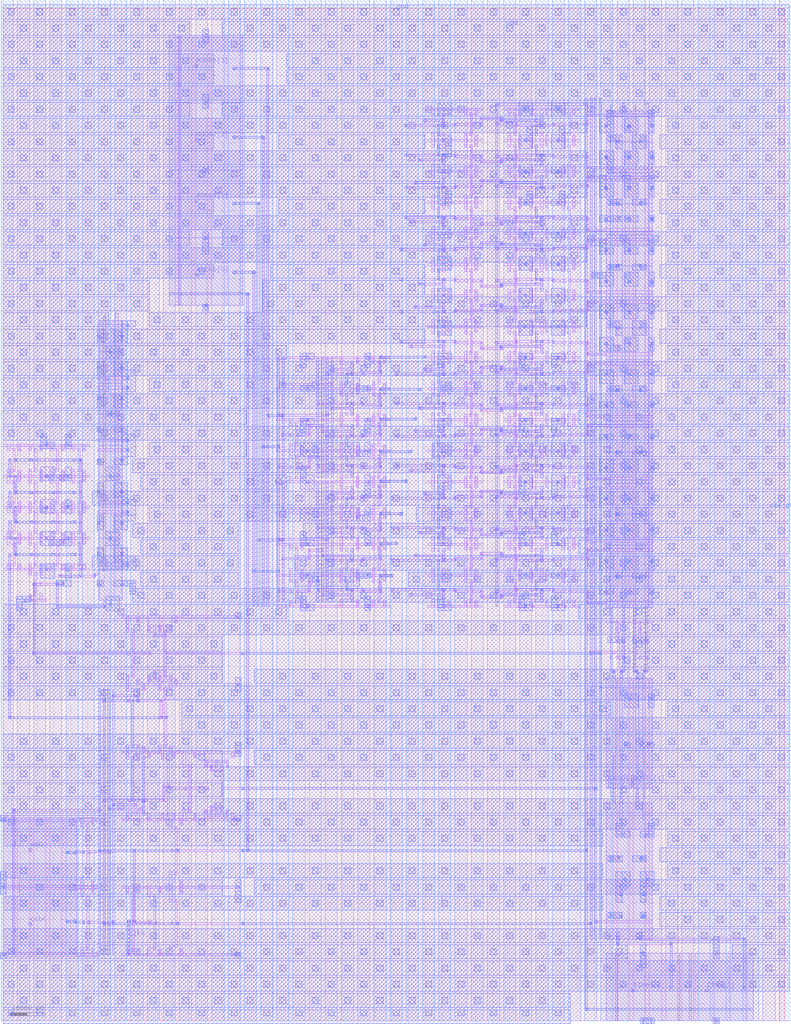
<source format=lef>
VERSION 5.4 ;
NAMESCASESENSITIVE ON ;
BUSBITCHARS "[]" ;
DIVIDERCHAR "/" ;
UNITS
  DATABASE MICRONS 1000 ;
END UNITS
SITE  MacroSite
   CLASS Core ;
   SIZE 231500.0 by 299900.00000000006 ;
END  MacroSite
MACRO sram_2_16_scn4m_subm
   CLASS BLOCK ;
   SIZE 231500.0 BY 299900.00000000006 ;
   SYMMETRY X Y R90 ;
   SITE MacroSite ;
   PIN DIN0[0]
      DIRECTION INPUT ;
      PORT
         LAYER metal2 ;
         RECT  186200.0 8600.000000000002 187000.0 9400.000000000002 ;
      END
   END DIN0[0]
   PIN DIN0[1]
      DIRECTION INPUT ;
      PORT
         LAYER metal2 ;
         RECT  208000.0 8600.000000000002 208800.0 9400.000000000002 ;
      END
   END DIN0[1]
   PIN ADDR0[0]
      DIRECTION INPUT ;
      PORT
         LAYER metal2 ;
         RECT  56800.0 220500.0 57599.99999999999 221300.0 ;
      END
   END ADDR0[0]
   PIN ADDR0[1]
      DIRECTION INPUT ;
      PORT
         LAYER metal2 ;
         RECT  56800.0 242500.0 57599.99999999999 243300.0 ;
      END
   END ADDR0[1]
   PIN ADDR0[2]
      DIRECTION INPUT ;
      PORT
         LAYER metal2 ;
         RECT  56800.0 260500.0 57599.99999999999 261300.0 ;
      END
   END ADDR0[2]
   PIN ADDR0[3]
      DIRECTION INPUT ;
      PORT
         LAYER metal2 ;
         RECT  56800.0 282500.0 57599.99999999999 283300.0 ;
      END
   END ADDR0[3]
   PIN csb0
      DIRECTION INPUT ;
      PORT
         LAYER metal2 ;
         RECT  7599.9999999999945 28200.000000000004 8399.99999999999 29000.000000000004 ;
      END
   END csb0
   PIN web0
      DIRECTION INPUT ;
      PORT
         LAYER metal2 ;
         RECT  7599.9999999999945 50200.0 8399.99999999999 51000.0 ;
      END
   END web0
   PIN clk0
      DIRECTION INPUT ;
      PORT
         LAYER metal2 ;
         RECT  36900.0 19600.0 37499.99999999999 29100.0 ;
      END
   END clk0
   PIN DOUT0[0]
      DIRECTION OUTPUT ;
      PORT
         LAYER metal2 ;
         RECT  179200.0 68800.00000000001 180000.0 71800.00000000001 ;
      END
   END DOUT0[0]
   PIN DOUT0[1]
      DIRECTION OUTPUT ;
      PORT
         LAYER metal2 ;
         RECT  186000.0 68800.00000000001 186800.0 71800.00000000001 ;
      END
   END DOUT0[1]
   PIN vdd
      DIRECTION INOUT ;
      USE POWER ; 
      SHAPE ABUTMENT ; 
      PORT
         LAYER metal3 ;
         RECT  181700.00000000003 131300.0 182300.0 131900.0 ;
         LAYER metal3 ;
         RECT  188500.0 131300.0 189100.00000000003 131900.0 ;
         LAYER metal3 ;
         RECT  181700.00000000003 149700.00000000003 182300.0 150300.0 ;
         LAYER metal3 ;
         RECT  188500.0 149700.00000000003 189100.00000000003 150300.0 ;
         LAYER metal3 ;
         RECT  181700.00000000003 168100.00000000003 182300.0 168700.00000000003 ;
         LAYER metal3 ;
         RECT  188500.0 168100.00000000003 189100.00000000003 168700.00000000003 ;
         LAYER metal3 ;
         RECT  181700.00000000003 186500.0 182300.0 187100.00000000003 ;
         LAYER metal3 ;
         RECT  188500.0 186500.0 189100.00000000003 187100.00000000003 ;
         LAYER metal3 ;
         RECT  181700.00000000003 204900.0 182300.0 205500.0 ;
         LAYER metal3 ;
         RECT  188500.0 204900.0 189100.00000000003 205500.0 ;
         LAYER metal3 ;
         RECT  181700.00000000003 223300.0 182300.0 223900.0 ;
         LAYER metal3 ;
         RECT  188500.0 223300.0 189100.00000000003 223900.0 ;
         LAYER metal3 ;
         RECT  181700.00000000003 241700.00000000003 182300.0 242300.0 ;
         LAYER metal3 ;
         RECT  188500.0 241700.00000000003 189100.00000000003 242300.0 ;
         LAYER metal3 ;
         RECT  181700.00000000003 260100.00000000003 182300.0 260700.0 ;
         LAYER metal3 ;
         RECT  188500.0 260100.00000000003 189100.00000000003 260700.0 ;
         LAYER metal3 ;
         RECT  181400.0 112000.0 182200.00000000003 112800.00000000001 ;
         LAYER metal3 ;
         RECT  188200.00000000003 112000.0 189000.0 112800.00000000001 ;
         LAYER metal3 ;
         RECT  184100.00000000003 81700.0 184700.00000000003 82300.00000000001 ;
         LAYER metal3 ;
         RECT  190900.0 81700.0 191500.0 82300.00000000001 ;
         LAYER metal3 ;
         RECT  182500.0 30500.0 183100.00000000003 31100.0 ;
         LAYER metal3 ;
         RECT  181900.0 47900.00000000001 182500.0 48500.0 ;
         LAYER metal3 ;
         RECT  189300.0 30500.0 189900.0 31100.0 ;
         LAYER metal3 ;
         RECT  188700.00000000003 47900.00000000001 189300.0 48500.0 ;
         LAYER metal3 ;
         RECT  130100.0 131600.0 130900.0 132400.0 ;
         LAYER metal3 ;
         RECT  130100.0 150000.0 130900.0 150800.0 ;
         LAYER metal3 ;
         RECT  130100.0 168400.0 130900.0 169200.00000000003 ;
         LAYER metal3 ;
         RECT  130100.0 186800.0 130900.0 187600.00000000003 ;
         LAYER metal3 ;
         RECT  130100.0 205200.00000000003 130900.0 206000.0 ;
         LAYER metal3 ;
         RECT  130100.0 223600.00000000003 130900.0 224400.0 ;
         LAYER metal3 ;
         RECT  130100.0 242000.0 130900.0 242800.0 ;
         LAYER metal3 ;
         RECT  130100.0 260400.00000000003 130900.0 261200.0 ;
         LAYER metal3 ;
         RECT  89700.0 131600.0 90500.0 132400.0 ;
         LAYER metal3 ;
         RECT  107700.0 131600.0 108500.0 132400.0 ;
         LAYER metal3 ;
         RECT  89700.0 150000.0 90500.0 150800.0 ;
         LAYER metal3 ;
         RECT  107700.0 150000.0 108500.0 150800.0 ;
         LAYER metal3 ;
         RECT  89700.0 168400.0 90500.0 169200.00000000003 ;
         LAYER metal3 ;
         RECT  107700.0 168400.0 108500.0 169200.00000000003 ;
         LAYER metal3 ;
         RECT  89700.0 186800.0 90500.0 187600.00000000003 ;
         LAYER metal3 ;
         RECT  107700.0 186800.0 108500.0 187600.00000000003 ;
         LAYER metal3 ;
         RECT  154400.0 131700.00000000003 155000.0 132300.0 ;
         LAYER metal3 ;
         RECT  164000.0 131700.00000000003 164600.00000000003 132300.0 ;
         LAYER metal3 ;
         RECT  154400.0 150100.0 155000.0 150700.00000000003 ;
         LAYER metal3 ;
         RECT  164000.0 150100.0 164600.00000000003 150700.00000000003 ;
         LAYER metal3 ;
         RECT  154400.0 168500.0 155000.0 169100.00000000003 ;
         LAYER metal3 ;
         RECT  164000.0 168500.0 164600.00000000003 169100.00000000003 ;
         LAYER metal3 ;
         RECT  154400.0 186900.0 155000.0 187500.0 ;
         LAYER metal3 ;
         RECT  164000.0 186900.0 164600.00000000003 187500.0 ;
         LAYER metal3 ;
         RECT  154400.0 205300.0 155000.0 205900.0 ;
         LAYER metal3 ;
         RECT  164000.0 205300.0 164600.00000000003 205900.0 ;
         LAYER metal3 ;
         RECT  154400.0 223700.00000000003 155000.0 224300.0 ;
         LAYER metal3 ;
         RECT  164000.0 223700.00000000003 164600.00000000003 224300.0 ;
         LAYER metal3 ;
         RECT  154400.0 242100.00000000003 155000.0 242700.00000000003 ;
         LAYER metal3 ;
         RECT  164000.0 242100.00000000003 164600.00000000003 242700.00000000003 ;
         LAYER metal3 ;
         RECT  154400.0 260500.0 155000.0 261100.00000000003 ;
         LAYER metal3 ;
         RECT  164000.0 260500.0 164600.00000000003 261100.00000000003 ;
         LAYER metal3 ;
         RECT  69200.0 39200.0 70000.0 40000.0 ;
         LAYER metal3 ;
         RECT  69200.0 79200.0 70000.0 80000.0 ;
         LAYER metal3 ;
         RECT  69200.0 119200.0 70000.0 120000.0 ;
         LAYER metal3 ;
         RECT  31500.0 142600.0 32100.0 143200.00000000003 ;
         LAYER metal3 ;
         RECT  31500.0 161000.0 32100.0 161600.00000000003 ;
         LAYER metal3 ;
         RECT  31500.0 179400.0 32100.0 180000.0 ;
         LAYER metal3 ;
         RECT  31500.0 197800.0 32100.0 198400.0 ;
         LAYER metal3 ;
         RECT  12400.0 142500.0 13200.000000000002 143300.0 ;
         LAYER metal3 ;
         RECT  18800.0 142500.0 19600.0 143300.0 ;
         LAYER metal3 ;
         RECT  12400.0 160900.0 13200.000000000002 161700.00000000003 ;
         LAYER metal3 ;
         RECT  18800.0 160900.0 19600.0 161700.00000000003 ;
         LAYER metal3 ;
         RECT  6000.0 124100.00000000001 6800.000000000001 124900.0 ;
         LAYER metal3 ;
         RECT  31400.000000000004 122700.0 32200.000000000004 123500.0 ;
         LAYER metal3 ;
         RECT  17200.0 129100.0 18000.0 129900.0 ;
         LAYER metal3 ;
         RECT  -400.0 39200.0 400.0 40000.0 ;
         LAYER metal3 ;
         RECT  59700.0 231500.0 60500.0 232300.0 ;
         LAYER metal3 ;
         RECT  59700.0 271500.0 60500.0 272300.0 ;
         LAYER metal3 ;
         RECT  189100.00000000003 19600.0 189900.0 20400.000000000004 ;
         LAYER metal3 ;
         RECT  210900.0 19600.0 211700.00000000003 20400.000000000004 ;
         LAYER metal3 ;
         RECT  0.0 3900.0000000000005 168000.0 8100.0 ;
         LAYER metal3 ;
         RECT  0.0 13500.0 232800.0 17700.0 ;
         LAYER metal3 ;
         RECT  0.0 23100.0 232800.0 27300.0 ;
         LAYER metal3 ;
         RECT  0.0 32700.000000000004 177600.00000000003 36900.0 ;
         LAYER metal3 ;
         RECT  194400.0 32700.000000000004 232800.0 36900.0 ;
         LAYER metal3 ;
         RECT  0.0 42300.00000000001 177600.00000000003 46500.0 ;
         LAYER metal3 ;
         RECT  196800.0 42300.00000000001 232800.0 46500.0 ;
         LAYER metal3 ;
         RECT  0.0 51900.00000000001 177600.00000000003 56100.0 ;
         LAYER metal3 ;
         RECT  196800.0 51900.00000000001 232800.0 56100.0 ;
         LAYER metal3 ;
         RECT  0.0 61500.0 232800.0 65700.0 ;
         LAYER metal3 ;
         RECT  0.0 71100.00000000001 232800.0 75300.0 ;
         LAYER metal3 ;
         RECT  0.0 80700.0 232800.0 84900.0 ;
         LAYER metal3 ;
         RECT  52800.00000000001 90300.00000000001 180000.0 94500.0 ;
         LAYER metal3 ;
         RECT  196800.0 90300.00000000001 232800.0 94500.0 ;
         LAYER metal3 ;
         RECT  0.0 99900.0 64800.0 104100.00000000001 ;
         LAYER metal3 ;
         RECT  74400.0 99900.0 232800.0 104100.00000000001 ;
         LAYER metal3 ;
         RECT  0.0 109500.0 64800.0 113700.0 ;
         LAYER metal3 ;
         RECT  182400.0 109500.0 232800.0 113700.0 ;
         LAYER metal3 ;
         RECT  0.0 119100.00000000001 84000.0 123300.00000000001 ;
         LAYER metal3 ;
         RECT  170400.0 119100.00000000001 232800.0 123300.00000000001 ;
         LAYER metal3 ;
         RECT  40800.00000000001 128700.00000000001 69600.00000000001 132900.0 ;
         LAYER metal3 ;
         RECT  86400.0 128700.00000000001 105600.00000000001 132900.0 ;
         LAYER metal3 ;
         RECT  120000.0 128700.00000000001 232800.0 132900.0 ;
         LAYER metal3 ;
         RECT  40800.00000000001 138300.0 69600.00000000001 142500.0 ;
         LAYER metal3 ;
         RECT  170400.0 138300.0 232800.0 142500.0 ;
         LAYER metal3 ;
         RECT  43200.0 147900.0 105600.00000000001 152100.0 ;
         LAYER metal3 ;
         RECT  122400.0 147900.0 232800.0 152100.0 ;
         LAYER metal3 ;
         RECT  40800.00000000001 157500.0 84000.0 161700.00000000003 ;
         LAYER metal3 ;
         RECT  170400.0 157500.0 232800.0 161700.00000000003 ;
         LAYER metal3 ;
         RECT  43200.0 167100.00000000003 72000.0 171300.0 ;
         LAYER metal3 ;
         RECT  86400.0 167100.00000000003 105600.00000000001 171300.0 ;
         LAYER metal3 ;
         RECT  127200.0 167100.00000000003 232800.0 171300.0 ;
         LAYER metal3 ;
         RECT  0.0 176700.00000000003 72000.0 180900.0 ;
         LAYER metal3 ;
         RECT  170400.0 176700.00000000003 232800.0 180900.0 ;
         LAYER metal3 ;
         RECT  0.0 186300.0 31200.000000000004 190500.0 ;
         LAYER metal3 ;
         RECT  43200.0 186300.0 105600.00000000001 190500.0 ;
         LAYER metal3 ;
         RECT  129600.0 186300.0 172800.0 190500.0 ;
         LAYER metal3 ;
         RECT  196800.0 186300.0 232800.0 190500.0 ;
         LAYER metal3 ;
         RECT  0.0 195900.0 84000.0 200100.00000000003 ;
         LAYER metal3 ;
         RECT  196800.0 195900.0 232800.0 200100.00000000003 ;
         LAYER metal3 ;
         RECT  0.0 205500.0 31200.000000000004 209700.00000000003 ;
         LAYER metal3 ;
         RECT  43200.0 205500.0 172800.0 209700.00000000003 ;
         LAYER metal3 ;
         RECT  196800.0 205500.0 232800.0 209700.00000000003 ;
         LAYER metal3 ;
         RECT  0.0 215100.00000000003 43200.0 219300.0 ;
         LAYER metal3 ;
         RECT  76800.00000000001 215100.00000000003 124800.00000000001 219300.0 ;
         LAYER metal3 ;
         RECT  196800.0 215100.00000000003 232800.0 219300.0 ;
         LAYER metal3 ;
         RECT  0.0 224700.00000000003 172800.0 228900.0 ;
         LAYER metal3 ;
         RECT  196800.0 224700.00000000003 232800.0 228900.0 ;
         LAYER metal3 ;
         RECT  0.0 234300.0 172800.0 238500.0 ;
         LAYER metal3 ;
         RECT  196800.0 234300.0 232800.0 238500.0 ;
         LAYER metal3 ;
         RECT  0.0 243900.0 172800.0 248100.00000000003 ;
         LAYER metal3 ;
         RECT  196800.0 243900.0 232800.0 248100.00000000003 ;
         LAYER metal3 ;
         RECT  0.0 253500.0 172800.0 257700.0 ;
         LAYER metal3 ;
         RECT  196800.0 253500.0 232800.0 257700.0 ;
         LAYER metal3 ;
         RECT  0.0 263100.0 172800.0 267300.0 ;
         LAYER metal3 ;
         RECT  196800.0 263100.0 232800.0 267300.0 ;
         LAYER metal3 ;
         RECT  0.0 272700.0 232800.0 276900.00000000006 ;
         LAYER metal3 ;
         RECT  0.0 282300.0 62400.00000000001 286500.0 ;
         LAYER metal3 ;
         RECT  84000.0 282300.0 232800.0 286500.0 ;
         LAYER metal3 ;
         RECT  0.0 291900.00000000006 55200.0 296100.0 ;
         LAYER metal3 ;
         RECT  64800.0 291900.00000000006 232800.0 296100.0 ;
         LAYER metal4 ;
         RECT  4200.0 0.0 7800.000000000001 302400.00000000006 ;
         LAYER metal4 ;
         RECT  13800.0 0.0 17400.000000000004 302400.00000000006 ;
         LAYER metal4 ;
         RECT  23400.000000000004 0.0 27000.0 302400.00000000006 ;
         LAYER metal4 ;
         RECT  33000.0 0.0 36600.0 302400.00000000006 ;
         LAYER metal4 ;
         RECT  42600.0 0.0 46200.0 302400.00000000006 ;
         LAYER metal4 ;
         RECT  52200.0 0.0 55800.00000000001 302400.00000000006 ;
         LAYER metal4 ;
         RECT  61800.00000000001 0.0 65400.00000000001 302400.00000000006 ;
         LAYER metal4 ;
         RECT  71400.0 0.0 75000.0 302400.00000000006 ;
         LAYER metal4 ;
         RECT  81000.0 0.0 84600.00000000001 302400.00000000006 ;
         LAYER metal4 ;
         RECT  90600.00000000001 0.0 94200.0 302400.00000000006 ;
         LAYER metal4 ;
         RECT  100200.0 0.0 103800.00000000001 302400.00000000006 ;
         LAYER metal4 ;
         RECT  109800.00000000001 0.0 113400.0 302400.00000000006 ;
         LAYER metal4 ;
         RECT  119400.0 0.0 123000.0 302400.00000000006 ;
         LAYER metal4 ;
         RECT  129000.0 0.0 132600.0 302400.00000000006 ;
         LAYER metal4 ;
         RECT  138600.0 0.0 142200.00000000003 302400.00000000006 ;
         LAYER metal4 ;
         RECT  148200.00000000003 0.0 151800.0 302400.00000000006 ;
         LAYER metal4 ;
         RECT  157800.0 0.0 161400.0 302400.00000000006 ;
         LAYER metal4 ;
         RECT  167400.0 0.0 171000.0 302400.00000000006 ;
         LAYER metal4 ;
         RECT  177000.0 0.0 180600.00000000003 302400.00000000006 ;
         LAYER metal4 ;
         RECT  186600.00000000003 0.0 190200.00000000003 302400.00000000006 ;
         LAYER metal4 ;
         RECT  196200.00000000003 0.0 199800.0 302400.00000000006 ;
         LAYER metal4 ;
         RECT  205800.0 0.0 209400.0 302400.00000000006 ;
         LAYER metal4 ;
         RECT  215400.0 0.0 219000.0 302400.00000000006 ;
         LAYER metal4 ;
         RECT  225000.0 0.0 228600.00000000003 302400.00000000006 ;
      END
   END vdd
   PIN gnd
      DIRECTION INOUT ;
      USE GROUND ; 
      SHAPE ABUTMENT ; 
      PORT
         LAYER metal3 ;
         RECT  178300.0 126700.0 178900.0 127300.00000000001 ;
         LAYER metal3 ;
         RECT  185100.00000000003 126700.0 185700.00000000003 127300.00000000001 ;
         LAYER metal3 ;
         RECT  191900.0 126700.0 192500.0 127300.00000000001 ;
         LAYER metal3 ;
         RECT  178300.0 135900.0 178900.0 136500.0 ;
         LAYER metal3 ;
         RECT  185100.00000000003 135900.0 185700.00000000003 136500.0 ;
         LAYER metal3 ;
         RECT  191900.0 135900.0 192500.0 136500.0 ;
         LAYER metal3 ;
         RECT  178300.0 145100.0 178900.0 145700.00000000003 ;
         LAYER metal3 ;
         RECT  185100.00000000003 145100.0 185700.00000000003 145700.00000000003 ;
         LAYER metal3 ;
         RECT  191900.0 145100.0 192500.0 145700.00000000003 ;
         LAYER metal3 ;
         RECT  178300.0 154300.0 178900.0 154900.0 ;
         LAYER metal3 ;
         RECT  185100.00000000003 154300.0 185700.00000000003 154900.0 ;
         LAYER metal3 ;
         RECT  191900.0 154300.0 192500.0 154900.0 ;
         LAYER metal3 ;
         RECT  178300.0 163500.0 178900.0 164100.00000000003 ;
         LAYER metal3 ;
         RECT  185100.00000000003 163500.0 185700.00000000003 164100.00000000003 ;
         LAYER metal3 ;
         RECT  191900.0 163500.0 192500.0 164100.00000000003 ;
         LAYER metal3 ;
         RECT  178300.0 172700.00000000003 178900.0 173300.0 ;
         LAYER metal3 ;
         RECT  185100.00000000003 172700.00000000003 185700.00000000003 173300.0 ;
         LAYER metal3 ;
         RECT  191900.0 172700.00000000003 192500.0 173300.0 ;
         LAYER metal3 ;
         RECT  178300.0 181900.0 178900.0 182500.0 ;
         LAYER metal3 ;
         RECT  185100.00000000003 181900.0 185700.00000000003 182500.0 ;
         LAYER metal3 ;
         RECT  191900.0 181900.0 192500.0 182500.0 ;
         LAYER metal3 ;
         RECT  178300.0 191100.00000000003 178900.0 191700.00000000003 ;
         LAYER metal3 ;
         RECT  185100.00000000003 191100.00000000003 185700.00000000003 191700.00000000003 ;
         LAYER metal3 ;
         RECT  191900.0 191100.00000000003 192500.0 191700.00000000003 ;
         LAYER metal3 ;
         RECT  178300.0 200300.0 178900.0 200900.0 ;
         LAYER metal3 ;
         RECT  185100.00000000003 200300.0 185700.00000000003 200900.0 ;
         LAYER metal3 ;
         RECT  191900.0 200300.0 192500.0 200900.0 ;
         LAYER metal3 ;
         RECT  178300.0 209500.0 178900.0 210100.00000000003 ;
         LAYER metal3 ;
         RECT  185100.00000000003 209500.0 185700.00000000003 210100.00000000003 ;
         LAYER metal3 ;
         RECT  191900.0 209500.0 192500.0 210100.00000000003 ;
         LAYER metal3 ;
         RECT  178300.0 218700.00000000003 178900.0 219300.0 ;
         LAYER metal3 ;
         RECT  185100.00000000003 218700.00000000003 185700.00000000003 219300.0 ;
         LAYER metal3 ;
         RECT  191900.0 218700.00000000003 192500.0 219300.0 ;
         LAYER metal3 ;
         RECT  178300.0 227900.0 178900.0 228500.0 ;
         LAYER metal3 ;
         RECT  185100.00000000003 227900.0 185700.00000000003 228500.0 ;
         LAYER metal3 ;
         RECT  191900.0 227900.0 192500.0 228500.0 ;
         LAYER metal3 ;
         RECT  178300.0 237100.00000000003 178900.0 237700.00000000003 ;
         LAYER metal3 ;
         RECT  185100.00000000003 237100.00000000003 185700.00000000003 237700.00000000003 ;
         LAYER metal3 ;
         RECT  191900.0 237100.00000000003 192500.0 237700.00000000003 ;
         LAYER metal3 ;
         RECT  178300.0 246300.0 178900.0 246900.0 ;
         LAYER metal3 ;
         RECT  185100.00000000003 246300.0 185700.00000000003 246900.0 ;
         LAYER metal3 ;
         RECT  191900.0 246300.0 192500.0 246900.0 ;
         LAYER metal3 ;
         RECT  178300.0 255500.0 178900.0 256100.00000000003 ;
         LAYER metal3 ;
         RECT  185100.00000000003 255500.0 185700.00000000003 256100.00000000003 ;
         LAYER metal3 ;
         RECT  191900.0 255500.0 192500.0 256100.00000000003 ;
         LAYER metal3 ;
         RECT  178300.0 264700.0 178900.0 265300.0 ;
         LAYER metal3 ;
         RECT  185100.00000000003 264700.0 185700.00000000003 265300.0 ;
         LAYER metal3 ;
         RECT  191900.0 264700.0 192500.0 265300.0 ;
         LAYER metal3 ;
         RECT  185100.00000000003 95100.00000000001 185700.00000000003 95700.0 ;
         LAYER metal3 ;
         RECT  191900.0 95100.00000000001 192500.0 95700.0 ;
         LAYER metal3 ;
         RECT  182500.0 37100.0 183100.00000000003 37700.0 ;
         LAYER metal3 ;
         RECT  183900.0 41500.0 184500.0 42100.0 ;
         LAYER metal3 ;
         RECT  183300.0 54900.00000000001 183900.0 55500.0 ;
         LAYER metal3 ;
         RECT  189300.0 37100.0 189900.0 37700.0 ;
         LAYER metal3 ;
         RECT  190700.00000000003 41500.0 191300.0 42100.0 ;
         LAYER metal3 ;
         RECT  190100.00000000003 54900.00000000001 190700.00000000003 55500.0 ;
         LAYER metal3 ;
         RECT  130100.0 122400.0 130900.0 123200.0 ;
         LAYER metal3 ;
         RECT  130100.0 140800.0 130900.0 141600.0 ;
         LAYER metal3 ;
         RECT  130100.0 159200.00000000003 130900.0 160000.0 ;
         LAYER metal3 ;
         RECT  130100.0 177600.00000000003 130900.0 178400.0 ;
         LAYER metal3 ;
         RECT  130100.0 196000.0 130900.0 196800.0 ;
         LAYER metal3 ;
         RECT  130100.0 214400.0 130900.0 215200.00000000003 ;
         LAYER metal3 ;
         RECT  130100.0 232800.0 130900.0 233600.00000000003 ;
         LAYER metal3 ;
         RECT  130100.0 251200.00000000003 130900.0 252000.0 ;
         LAYER metal3 ;
         RECT  130100.0 269600.0 130900.0 270400.00000000006 ;
         LAYER metal3 ;
         RECT  89700.0 122400.0 90500.0 123200.0 ;
         LAYER metal3 ;
         RECT  107700.0 122400.0 108500.0 123200.0 ;
         LAYER metal3 ;
         RECT  89700.0 140800.0 90500.0 141600.0 ;
         LAYER metal3 ;
         RECT  107700.0 140800.0 108500.0 141600.0 ;
         LAYER metal3 ;
         RECT  89700.0 159200.00000000003 90500.0 160000.0 ;
         LAYER metal3 ;
         RECT  107700.0 159200.00000000003 108500.0 160000.0 ;
         LAYER metal3 ;
         RECT  89700.0 177600.00000000003 90500.0 178400.0 ;
         LAYER metal3 ;
         RECT  107700.0 177600.00000000003 108500.0 178400.0 ;
         LAYER metal3 ;
         RECT  89700.0 196000.0 90500.0 196800.0 ;
         LAYER metal3 ;
         RECT  107700.0 196000.0 108500.0 196800.0 ;
         LAYER metal3 ;
         RECT  154400.0 122500.0 155000.0 123100.00000000001 ;
         LAYER metal3 ;
         RECT  164000.0 122500.0 164600.00000000003 123100.00000000001 ;
         LAYER metal3 ;
         RECT  154400.0 140900.0 155000.0 141500.0 ;
         LAYER metal3 ;
         RECT  164000.0 140900.0 164600.00000000003 141500.0 ;
         LAYER metal3 ;
         RECT  154400.0 159300.0 155000.0 159900.0 ;
         LAYER metal3 ;
         RECT  164000.0 159300.0 164600.00000000003 159900.0 ;
         LAYER metal3 ;
         RECT  154400.0 177700.00000000003 155000.0 178300.0 ;
         LAYER metal3 ;
         RECT  164000.0 177700.00000000003 164600.00000000003 178300.0 ;
         LAYER metal3 ;
         RECT  154400.0 196100.00000000003 155000.0 196700.00000000003 ;
         LAYER metal3 ;
         RECT  164000.0 196100.00000000003 164600.00000000003 196700.00000000003 ;
         LAYER metal3 ;
         RECT  154400.0 214500.0 155000.0 215100.00000000003 ;
         LAYER metal3 ;
         RECT  164000.0 214500.0 164600.00000000003 215100.00000000003 ;
         LAYER metal3 ;
         RECT  154400.0 232900.0 155000.0 233500.0 ;
         LAYER metal3 ;
         RECT  164000.0 232900.0 164600.00000000003 233500.0 ;
         LAYER metal3 ;
         RECT  154400.0 251300.0 155000.0 251900.0 ;
         LAYER metal3 ;
         RECT  164000.0 251300.0 164600.00000000003 251900.0 ;
         LAYER metal3 ;
         RECT  154400.0 269700.0 155000.0 270300.0 ;
         LAYER metal3 ;
         RECT  164000.0 269700.0 164600.00000000003 270300.0 ;
         LAYER metal3 ;
         RECT  69200.0 59200.0 70000.0 60000.0 ;
         LAYER metal3 ;
         RECT  69200.0 19200.000000000004 70000.0 20000.0 ;
         LAYER metal3 ;
         RECT  69200.0 99200.0 70000.0 100000.0 ;
         LAYER metal3 ;
         RECT  28100.0 138000.0 28700.000000000004 138600.0 ;
         LAYER metal3 ;
         RECT  34900.0 138000.0 35500.0 138600.0 ;
         LAYER metal3 ;
         RECT  28100.0 147200.00000000003 28700.000000000004 147800.0 ;
         LAYER metal3 ;
         RECT  34900.0 147200.00000000003 35500.0 147800.0 ;
         LAYER metal3 ;
         RECT  28100.0 156400.0 28700.000000000004 157000.0 ;
         LAYER metal3 ;
         RECT  34900.0 156400.0 35500.0 157000.0 ;
         LAYER metal3 ;
         RECT  28100.0 165600.00000000003 28700.000000000004 166200.00000000003 ;
         LAYER metal3 ;
         RECT  34900.0 165600.00000000003 35500.0 166200.00000000003 ;
         LAYER metal3 ;
         RECT  28100.0 174800.0 28700.000000000004 175400.0 ;
         LAYER metal3 ;
         RECT  34900.0 174800.0 35500.0 175400.0 ;
         LAYER metal3 ;
         RECT  28100.0 184000.0 28700.000000000004 184600.00000000003 ;
         LAYER metal3 ;
         RECT  34900.0 184000.0 35500.0 184600.00000000003 ;
         LAYER metal3 ;
         RECT  28100.0 193200.00000000003 28700.000000000004 193800.0 ;
         LAYER metal3 ;
         RECT  34900.0 193200.00000000003 35500.0 193800.0 ;
         LAYER metal3 ;
         RECT  28100.0 202400.0 28700.000000000004 203000.0 ;
         LAYER metal3 ;
         RECT  34900.0 202400.0 35500.0 203000.0 ;
         LAYER metal3 ;
         RECT  12400.0 133300.0 13200.000000000002 134100.0 ;
         LAYER metal3 ;
         RECT  18800.0 133300.0 19600.0 134100.0 ;
         LAYER metal3 ;
         RECT  12400.0 151700.00000000003 13200.000000000002 152500.0 ;
         LAYER metal3 ;
         RECT  18800.0 151700.00000000003 19600.0 152500.0 ;
         LAYER metal3 ;
         RECT  12400.0 170100.00000000003 13200.000000000002 170900.0 ;
         LAYER metal3 ;
         RECT  18800.0 170100.00000000003 19600.0 170900.0 ;
         LAYER metal3 ;
         RECT  28000.0 128700.00000000001 28800.0 129500.0 ;
         LAYER metal3 ;
         RECT  34800.00000000001 128700.00000000001 35600.0 129500.0 ;
         LAYER metal3 ;
         RECT  36400.0 134700.00000000003 37200.0 135500.0 ;
         LAYER metal3 ;
         RECT  36400.0 150300.0 37200.0 151100.0 ;
         LAYER metal3 ;
         RECT  36400.0 153100.0 37200.0 153900.0 ;
         LAYER metal3 ;
         RECT  36400.0 168700.00000000003 37200.0 169500.0 ;
         LAYER metal3 ;
         RECT  36400.0 171500.0 37200.0 172300.0 ;
         LAYER metal3 ;
         RECT  36400.0 187100.00000000003 37200.0 187900.0 ;
         LAYER metal3 ;
         RECT  36400.0 189900.0 37200.0 190700.00000000003 ;
         LAYER metal3 ;
         RECT  36400.0 205500.0 37200.0 206300.0 ;
         LAYER metal3 ;
         RECT  -400.0 19200.000000000004 400.0 20000.0 ;
         LAYER metal3 ;
         RECT  -400.0 59200.0 400.0 60000.0 ;
         LAYER metal3 ;
         RECT  59700.0 211500.0 60500.0 212300.0 ;
         LAYER metal3 ;
         RECT  59700.0 251500.0 60500.0 252300.0 ;
         LAYER metal3 ;
         RECT  59700.0 291500.0 60500.0 292300.0 ;
         LAYER metal3 ;
         RECT  189100.00000000003 -400.0 189900.0 400.0 ;
         LAYER metal3 ;
         RECT  210900.0 -400.0 211700.00000000003 400.0 ;
         LAYER metal3 ;
         RECT  0.0 -900.0 168000.0 3300.0000000000005 ;
         LAYER metal3 ;
         RECT  0.0 8700.000000000002 232800.0 12900.0 ;
         LAYER metal3 ;
         RECT  0.0 18300.0 184800.0 22500.0 ;
         LAYER metal3 ;
         RECT  216000.0 18300.0 232800.0 22500.0 ;
         LAYER metal3 ;
         RECT  194400.0 27900.000000000004 232800.0 32100.0 ;
         LAYER metal3 ;
         RECT  4800.000000000001 37500.0 64800.0 41700.0 ;
         LAYER metal3 ;
         RECT  74400.0 37500.0 232800.0 41700.0 ;
         LAYER metal3 ;
         RECT  194400.0 47100.0 232800.0 51300.00000000001 ;
         LAYER metal3 ;
         RECT  0.0 56700.0 232800.0 60900.00000000001 ;
         LAYER metal3 ;
         RECT  0.0 66300.0 64800.0 70500.0 ;
         LAYER metal3 ;
         RECT  180000.0 66300.0 232800.0 70500.0 ;
         LAYER metal3 ;
         RECT  0.0 75900.0 64800.0 80100.00000000001 ;
         LAYER metal3 ;
         RECT  74400.0 75900.0 232800.0 80100.00000000001 ;
         LAYER metal3 ;
         RECT  52800.00000000001 85500.0 232800.0 89700.0 ;
         LAYER metal3 ;
         RECT  0.0 95100.00000000001 232800.0 99300.00000000001 ;
         LAYER metal3 ;
         RECT  0.0 104700.0 64800.0 108900.0 ;
         LAYER metal3 ;
         RECT  182400.0 104700.0 232800.0 108900.0 ;
         LAYER metal3 ;
         RECT  0.0 114300.00000000001 232800.0 118500.0 ;
         LAYER metal3 ;
         RECT  38400.00000000001 123900.0 232800.0 128100.0 ;
         LAYER metal3 ;
         RECT  26400.000000000004 133500.0 69600.00000000001 137700.00000000003 ;
         LAYER metal3 ;
         RECT  86400.0 133500.0 232800.0 137700.00000000003 ;
         LAYER metal3 ;
         RECT  38400.00000000001 143100.0 69600.00000000001 147300.0 ;
         LAYER metal3 ;
         RECT  88800.00000000001 143100.0 232800.0 147300.0 ;
         LAYER metal3 ;
         RECT  26400.000000000004 152700.00000000003 232800.0 156900.0 ;
         LAYER metal3 ;
         RECT  38400.00000000001 162300.0 232800.0 166500.0 ;
         LAYER metal3 ;
         RECT  0.0 171900.0 232800.0 176100.00000000003 ;
         LAYER metal3 ;
         RECT  0.0 181500.0 232800.0 185700.00000000003 ;
         LAYER metal3 ;
         RECT  0.0 191100.00000000003 232800.0 195300.0 ;
         LAYER metal3 ;
         RECT  0.0 200700.00000000003 124800.00000000001 204900.0 ;
         LAYER metal3 ;
         RECT  194400.0 200700.00000000003 232800.0 204900.0 ;
         LAYER metal3 ;
         RECT  0.0 210300.0 43200.0 214500.0 ;
         LAYER metal3 ;
         RECT  76800.00000000001 210300.0 232800.0 214500.0 ;
         LAYER metal3 ;
         RECT  0.0 219900.0 62400.00000000001 224100.00000000003 ;
         LAYER metal3 ;
         RECT  79200.0 219900.0 124800.00000000001 224100.00000000003 ;
         LAYER metal3 ;
         RECT  194400.0 219900.0 232800.0 224100.00000000003 ;
         LAYER metal3 ;
         RECT  0.0 229500.0 55200.0 233700.00000000003 ;
         LAYER metal3 ;
         RECT  64800.0 229500.0 232800.0 233700.00000000003 ;
         LAYER metal3 ;
         RECT  0.0 239100.00000000003 62400.00000000001 243300.0 ;
         LAYER metal3 ;
         RECT  81600.00000000001 239100.00000000003 124800.00000000001 243300.0 ;
         LAYER metal3 ;
         RECT  194400.0 239100.00000000003 232800.0 243300.0 ;
         LAYER metal3 ;
         RECT  0.0 248700.00000000003 232800.0 252900.0 ;
         LAYER metal3 ;
         RECT  0.0 258300.0 62400.00000000001 262500.0 ;
         LAYER metal3 ;
         RECT  81600.00000000001 258300.0 124800.00000000001 262500.0 ;
         LAYER metal3 ;
         RECT  194400.0 258300.0 232800.0 262500.0 ;
         LAYER metal3 ;
         RECT  0.0 267900.00000000006 55200.0 272100.0 ;
         LAYER metal3 ;
         RECT  64800.0 267900.00000000006 232800.0 272100.0 ;
         LAYER metal3 ;
         RECT  0.0 277500.0 62400.00000000001 281700.0 ;
         LAYER metal3 ;
         RECT  84000.0 277500.0 232800.0 281700.0 ;
         LAYER metal3 ;
         RECT  0.0 287100.0 232800.0 291300.0 ;
         LAYER metal3 ;
         RECT  0.0 296700.0 232800.0 300900.00000000006 ;
         LAYER metal4 ;
         RECT  -600.0000000000001 0.0 3000.0 302400.00000000006 ;
         LAYER metal4 ;
         RECT  9000.0 0.0 12600.000000000002 302400.00000000006 ;
         LAYER metal4 ;
         RECT  18600.0 0.0 22200.000000000004 302400.00000000006 ;
         LAYER metal4 ;
         RECT  28200.000000000004 0.0 31800.0 302400.00000000006 ;
         LAYER metal4 ;
         RECT  37800.00000000001 0.0 41400.00000000001 302400.00000000006 ;
         LAYER metal4 ;
         RECT  47400.00000000001 0.0 51000.0 302400.00000000006 ;
         LAYER metal4 ;
         RECT  57000.0 0.0 60600.0 302400.00000000006 ;
         LAYER metal4 ;
         RECT  66600.00000000001 0.0 70200.0 302400.00000000006 ;
         LAYER metal4 ;
         RECT  76200.0 0.0 79800.00000000001 302400.00000000006 ;
         LAYER metal4 ;
         RECT  85800.00000000001 0.0 89400.0 302400.00000000006 ;
         LAYER metal4 ;
         RECT  95400.0 0.0 99000.0 302400.00000000006 ;
         LAYER metal4 ;
         RECT  105000.0 0.0 108600.00000000001 302400.00000000006 ;
         LAYER metal4 ;
         RECT  114600.00000000001 0.0 118200.0 302400.00000000006 ;
         LAYER metal4 ;
         RECT  124200.0 0.0 127800.00000000001 302400.00000000006 ;
         LAYER metal4 ;
         RECT  133800.0 0.0 137400.0 302400.00000000006 ;
         LAYER metal4 ;
         RECT  143400.0 0.0 147000.0 302400.00000000006 ;
         LAYER metal4 ;
         RECT  153000.0 0.0 156600.00000000003 302400.00000000006 ;
         LAYER metal4 ;
         RECT  162600.00000000003 0.0 166200.00000000003 302400.00000000006 ;
         LAYER metal4 ;
         RECT  172200.00000000003 0.0 175800.0 302400.00000000006 ;
         LAYER metal4 ;
         RECT  181800.0 0.0 185400.0 302400.00000000006 ;
         LAYER metal4 ;
         RECT  191400.0 0.0 195000.0 302400.00000000006 ;
         LAYER metal4 ;
         RECT  201000.0 0.0 204600.00000000003 302400.00000000006 ;
         LAYER metal4 ;
         RECT  210600.00000000003 0.0 214200.00000000003 302400.00000000006 ;
         LAYER metal4 ;
         RECT  220200.00000000003 0.0 223800.0 302400.00000000006 ;
         LAYER metal4 ;
         RECT  229800.0 0.0 233400.0 302400.00000000006 ;
      END
   END gnd
   OBS
   LAYER  metal1 ;
      RECT  182000.0 22500.000000000004 197800.0 23100.000000000004 ;
      RECT  182000.0 22500.000000000004 189900.0 23100.000000000004 ;
      RECT  189900.0 22500.000000000004 197800.0 23100.000000000004 ;
      RECT  188800.0 23900.000000000004 219600.00000000003 24500.000000000004 ;
      RECT  188800.0 23900.000000000004 204200.00000000003 24500.000000000004 ;
      RECT  204200.0 23900.000000000004 219600.0 24500.000000000004 ;
      RECT  141300.0 126900.0 141899.99999999997 127500.0 ;
      RECT  141300.0 125300.00000000001 141899.99999999997 125900.0 ;
      RECT  139200.0 126900.0 141600.00000000003 127500.0 ;
      RECT  141300.0 125600.00000000001 141899.99999999997 127200.0 ;
      RECT  141600.00000000003 125300.00000000001 144100.00000000003 125900.0 ;
      RECT  172900.0 126900.0 173500.0 127500.0 ;
      RECT  172900.0 123500.0 173500.0 124100.0 ;
      RECT  168200.0 126900.0 173200.0 127500.0 ;
      RECT  172900.0 123800.00000000001 173500.0 127200.00000000001 ;
      RECT  173200.0 123500.0 178200.0 124100.0 ;
      RECT  141300.0 136500.0 141899.99999999997 137100.00000000003 ;
      RECT  141300.0 138100.00000000003 141899.99999999997 138700.0 ;
      RECT  139200.0 136500.0 141600.00000000003 137100.00000000003 ;
      RECT  141300.0 136800.0 141899.99999999997 138400.0 ;
      RECT  141600.00000000003 138100.00000000003 144100.00000000003 138700.0 ;
      RECT  172900.0 136500.0 173500.0 137100.00000000003 ;
      RECT  172900.0 139100.00000000003 173500.0 139700.0 ;
      RECT  168200.0 136500.0 173200.0 137100.00000000003 ;
      RECT  172900.0 136800.0 173500.0 139400.0 ;
      RECT  173200.0 139100.00000000003 178200.0 139700.0 ;
      RECT  141300.0 145300.0 141899.99999999997 145900.0 ;
      RECT  141300.0 143700.0 141899.99999999997 144300.0 ;
      RECT  139200.0 145300.0 141600.00000000003 145900.0 ;
      RECT  141300.0 144000.0 141899.99999999997 145600.00000000003 ;
      RECT  141600.00000000003 143700.0 144100.00000000003 144300.0 ;
      RECT  172900.0 145300.0 173500.0 145900.0 ;
      RECT  172900.0 141900.0 173500.0 142500.0 ;
      RECT  168200.0 145300.0 173200.0 145900.0 ;
      RECT  172900.0 142200.0 173500.0 145600.00000000003 ;
      RECT  173200.0 141900.0 178200.0 142500.0 ;
      RECT  141300.0 154899.99999999997 141899.99999999997 155500.0 ;
      RECT  141300.0 156500.0 141899.99999999997 157100.00000000003 ;
      RECT  139200.0 154899.99999999997 141600.00000000003 155500.0 ;
      RECT  141300.0 155200.0 141899.99999999997 156800.0 ;
      RECT  141600.00000000003 156500.0 144100.00000000003 157100.00000000003 ;
      RECT  172900.0 154899.99999999997 173500.0 155500.0 ;
      RECT  172900.0 157500.0 173500.0 158100.00000000003 ;
      RECT  168200.0 154899.99999999997 173200.0 155500.0 ;
      RECT  172900.0 155200.0 173500.0 157800.0 ;
      RECT  173200.0 157500.0 178200.0 158100.00000000003 ;
      RECT  141300.0 163700.0 141899.99999999997 164300.0 ;
      RECT  141300.0 162100.00000000003 141899.99999999997 162700.0 ;
      RECT  139200.0 163700.0 141600.00000000003 164300.0 ;
      RECT  141300.0 162399.99999999997 141899.99999999997 164000.0 ;
      RECT  141600.00000000003 162100.00000000003 144100.00000000003 162700.0 ;
      RECT  172900.0 163700.0 173500.0 164300.0 ;
      RECT  172900.0 160300.0 173500.0 160899.99999999997 ;
      RECT  168200.0 163700.0 173200.0 164300.0 ;
      RECT  172900.0 160600.00000000003 173500.0 164000.0 ;
      RECT  173200.0 160300.0 178200.0 160899.99999999997 ;
      RECT  141300.0 173300.0 141899.99999999997 173900.00000000003 ;
      RECT  141300.0 174899.99999999997 141899.99999999997 175500.0 ;
      RECT  139200.0 173300.0 141600.00000000003 173900.00000000003 ;
      RECT  141300.0 173600.00000000003 141899.99999999997 175200.0 ;
      RECT  141600.00000000003 174899.99999999997 144100.00000000003 175500.0 ;
      RECT  172900.0 173300.0 173500.0 173900.00000000003 ;
      RECT  172900.0 175899.99999999997 173500.0 176500.0 ;
      RECT  168200.0 173300.0 173200.0 173900.00000000003 ;
      RECT  172900.0 173600.00000000003 173500.0 176200.0 ;
      RECT  173200.0 175899.99999999997 178200.0 176500.0 ;
      RECT  141300.0 182100.00000000003 141899.99999999997 182700.0 ;
      RECT  141300.0 180500.0 141899.99999999997 181100.00000000003 ;
      RECT  139200.0 182100.00000000003 141600.00000000003 182700.0 ;
      RECT  141300.0 180800.0 141899.99999999997 182400.00000000003 ;
      RECT  141600.00000000003 180500.0 144100.00000000003 181100.00000000003 ;
      RECT  172900.0 182100.00000000003 173500.0 182700.0 ;
      RECT  172900.0 178700.0 173500.0 179300.0 ;
      RECT  168200.0 182100.00000000003 173200.0 182700.0 ;
      RECT  172900.0 179000.0 173500.0 182400.00000000003 ;
      RECT  173200.0 178700.0 178200.0 179300.0 ;
      RECT  141300.0 191700.0 141899.99999999997 192300.0 ;
      RECT  141300.0 193300.0 141899.99999999997 193900.00000000003 ;
      RECT  139200.0 191700.0 141600.00000000003 192300.0 ;
      RECT  141300.0 192000.0 141899.99999999997 193600.00000000003 ;
      RECT  141600.00000000003 193300.0 144100.00000000003 193900.00000000003 ;
      RECT  172900.0 191700.0 173500.0 192300.0 ;
      RECT  172900.0 194300.0 173500.0 194900.00000000003 ;
      RECT  168200.0 191700.0 173200.0 192300.0 ;
      RECT  172900.0 192000.0 173500.0 194600.00000000003 ;
      RECT  173200.0 194300.0 178200.0 194900.00000000003 ;
      RECT  141300.0 200500.0 141899.99999999997 201100.00000000003 ;
      RECT  141300.0 198899.99999999997 141899.99999999997 199500.0 ;
      RECT  139200.0 200500.0 141600.00000000003 201100.00000000003 ;
      RECT  141300.0 199200.0 141899.99999999997 200800.0 ;
      RECT  141600.00000000003 198899.99999999997 144100.00000000003 199500.0 ;
      RECT  172900.0 200500.0 173500.0 201100.00000000003 ;
      RECT  172900.0 197100.00000000003 173500.0 197700.0 ;
      RECT  168200.0 200500.0 173200.0 201100.00000000003 ;
      RECT  172900.0 197399.99999999997 173500.0 200800.0 ;
      RECT  173200.0 197100.00000000003 178200.0 197700.0 ;
      RECT  141300.0 210100.00000000003 141899.99999999997 210700.0 ;
      RECT  141300.0 211700.0 141899.99999999997 212300.0 ;
      RECT  139200.0 210100.00000000003 141600.00000000003 210700.0 ;
      RECT  141300.0 210399.99999999997 141899.99999999997 212000.0 ;
      RECT  141600.00000000003 211700.0 144100.00000000003 212300.0 ;
      RECT  172900.0 210100.00000000003 173500.0 210700.0 ;
      RECT  172900.0 212700.0 173500.0 213300.0 ;
      RECT  168200.0 210100.00000000003 173200.0 210700.0 ;
      RECT  172900.0 210399.99999999997 173500.0 213000.0 ;
      RECT  173200.0 212700.0 178200.0 213300.0 ;
      RECT  141300.0 218899.99999999997 141899.99999999997 219500.0 ;
      RECT  141300.0 217300.0 141899.99999999997 217900.00000000003 ;
      RECT  139200.0 218899.99999999997 141600.00000000003 219500.0 ;
      RECT  141300.0 217600.00000000003 141899.99999999997 219200.0 ;
      RECT  141600.00000000003 217300.0 144100.00000000003 217900.00000000003 ;
      RECT  172900.0 218899.99999999997 173500.0 219500.0 ;
      RECT  172900.0 215500.0 173500.0 216100.00000000003 ;
      RECT  168200.0 218899.99999999997 173200.0 219500.0 ;
      RECT  172900.0 215800.0 173500.0 219200.00000000006 ;
      RECT  173200.0 215500.0 178200.0 216100.00000000003 ;
      RECT  141300.0 228500.0 141899.99999999997 229100.00000000003 ;
      RECT  141300.0 230100.00000000003 141899.99999999997 230700.0 ;
      RECT  139200.0 228500.0 141600.00000000003 229100.00000000003 ;
      RECT  141300.0 228800.0 141899.99999999997 230400.00000000003 ;
      RECT  141600.00000000003 230100.00000000003 144100.00000000003 230700.0 ;
      RECT  172900.0 228500.0 173500.0 229100.00000000003 ;
      RECT  172900.0 231100.00000000003 173500.0 231700.0 ;
      RECT  168200.0 228500.0 173200.0 229100.00000000003 ;
      RECT  172900.0 228800.0 173500.0 231400.00000000003 ;
      RECT  173200.0 231100.00000000003 178200.0 231700.0 ;
      RECT  141300.0 237300.0 141899.99999999997 237900.00000000003 ;
      RECT  141300.0 235700.0 141899.99999999997 236300.0 ;
      RECT  139200.0 237300.0 141600.00000000003 237900.00000000003 ;
      RECT  141300.0 236000.0 141899.99999999997 237600.00000000003 ;
      RECT  141600.00000000003 235700.0 144100.00000000003 236300.0 ;
      RECT  172900.0 237300.0 173500.0 237900.00000000003 ;
      RECT  172900.0 233899.99999999997 173500.0 234500.0 ;
      RECT  168200.0 237300.0 173200.0 237900.00000000003 ;
      RECT  172900.0 234200.0 173500.0 237600.00000000003 ;
      RECT  173200.0 233899.99999999997 178200.0 234500.0 ;
      RECT  141300.0 246899.99999999997 141899.99999999997 247500.0 ;
      RECT  141300.0 248500.0 141899.99999999997 249100.00000000003 ;
      RECT  139200.0 246899.99999999997 141600.00000000003 247500.0 ;
      RECT  141300.0 247200.0 141899.99999999997 248800.0 ;
      RECT  141600.00000000003 248500.0 144100.00000000003 249100.00000000003 ;
      RECT  172900.0 246899.99999999997 173500.0 247500.0 ;
      RECT  172900.0 249500.0 173500.0 250100.00000000003 ;
      RECT  168200.0 246899.99999999997 173200.0 247500.0 ;
      RECT  172900.0 247200.0 173500.0 249800.0 ;
      RECT  173200.0 249500.0 178200.0 250100.00000000003 ;
      RECT  141300.0 255700.0 141899.99999999997 256300.0 ;
      RECT  141300.0 254100.00000000003 141899.99999999997 254700.00000000006 ;
      RECT  139200.0 255700.0 141600.00000000003 256300.0 ;
      RECT  141300.0 254399.99999999997 141899.99999999997 256000.0 ;
      RECT  141600.00000000003 254100.00000000003 144100.00000000003 254700.00000000006 ;
      RECT  172900.0 255700.0 173500.0 256300.0 ;
      RECT  172900.0 252300.0 173500.0 252900.00000000003 ;
      RECT  168200.0 255700.0 173200.0 256300.0 ;
      RECT  172900.0 252600.00000000003 173500.0 256000.00000000006 ;
      RECT  173200.0 252300.0 178200.0 252900.00000000003 ;
      RECT  141300.0 265300.0 141899.99999999997 265900.00000000006 ;
      RECT  141300.0 266900.0 141899.99999999997 267500.0 ;
      RECT  139200.0 265300.0 141600.00000000003 265900.00000000006 ;
      RECT  141300.0 265600.0 141899.99999999997 267200.00000000006 ;
      RECT  141600.00000000003 266900.0 144100.00000000003 267500.0 ;
      RECT  172900.0 265300.0 173500.0 265900.00000000006 ;
      RECT  172900.0 267900.0 173500.0 268500.0 ;
      RECT  168200.0 265300.0 173200.0 265900.00000000006 ;
      RECT  172900.0 265600.0 173500.0 268200.00000000006 ;
      RECT  173200.0 267900.0 178200.0 268500.0 ;
      RECT  174100.00000000003 108800.0 178600.00000000003 109399.99999999999 ;
      RECT  175500.0 29000.0 178600.00000000003 29600.0 ;
      RECT  176900.0 98600.00000000001 178600.00000000003 99200.0 ;
      RECT  146200.0 271100.0 172700.0 271700.00000000006 ;
      RECT  178600.00000000003 122400.0 185400.0 131600.00000000003 ;
      RECT  178600.00000000003 140800.0 185400.0 131600.00000000003 ;
      RECT  178600.00000000003 140800.0 185400.0 150000.0 ;
      RECT  178600.00000000003 159200.0 185400.0 150000.0 ;
      RECT  178600.00000000003 159200.0 185400.0 168400.00000000003 ;
      RECT  178600.00000000003 177600.00000000003 185400.0 168399.99999999997 ;
      RECT  178600.00000000003 177600.00000000003 185400.0 186800.0 ;
      RECT  178600.00000000003 196000.0 185400.0 186800.0 ;
      RECT  178600.00000000003 196000.0 185400.0 205200.0 ;
      RECT  178600.00000000003 214399.99999999997 185400.0 205200.0 ;
      RECT  178600.00000000003 214399.99999999997 185400.0 223600.00000000003 ;
      RECT  178600.00000000003 232800.0 185400.0 223600.00000000003 ;
      RECT  178600.00000000003 232800.0 185400.0 242000.0 ;
      RECT  178600.00000000003 251200.0 185400.0 242000.0 ;
      RECT  178600.00000000003 251200.0 185400.0 260399.99999999997 ;
      RECT  178600.00000000003 269600.0 185400.0 260400.00000000003 ;
      RECT  185400.0 122400.0 192200.0 131600.00000000003 ;
      RECT  185400.0 140800.0 192200.0 131600.00000000003 ;
      RECT  185400.0 140800.0 192200.0 150000.0 ;
      RECT  185400.0 159200.0 192200.0 150000.0 ;
      RECT  185400.0 159200.0 192200.0 168400.00000000003 ;
      RECT  185400.0 177600.00000000003 192200.0 168399.99999999997 ;
      RECT  185400.0 177600.00000000003 192200.0 186800.0 ;
      RECT  185400.0 196000.0 192200.0 186800.0 ;
      RECT  185400.0 196000.0 192200.0 205200.0 ;
      RECT  185400.0 214399.99999999997 192200.0 205200.0 ;
      RECT  185400.0 214399.99999999997 192200.0 223600.00000000003 ;
      RECT  185400.0 232800.0 192200.0 223600.00000000003 ;
      RECT  185400.0 232800.0 192200.0 242000.0 ;
      RECT  185400.0 251200.0 192200.0 242000.0 ;
      RECT  185400.0 251200.0 192200.0 260399.99999999997 ;
      RECT  185400.0 269600.0 192200.0 260400.00000000003 ;
      RECT  178200.0 123400.0 192400.0 124200.0 ;
      RECT  178200.0 139000.0 192400.0 139800.0 ;
      RECT  178200.0 141800.0 192400.0 142600.00000000003 ;
      RECT  178200.0 157399.99999999997 192400.0 158200.0 ;
      RECT  178200.0 160200.0 192400.0 161000.0 ;
      RECT  178200.0 175800.0 192400.0 176600.00000000003 ;
      RECT  178200.0 178600.00000000003 192400.0 179399.99999999997 ;
      RECT  178200.0 194200.0 192400.0 195000.0 ;
      RECT  178200.0 197000.0 192400.0 197800.0 ;
      RECT  178200.0 212600.00000000003 192400.0 213399.99999999997 ;
      RECT  178200.0 215399.99999999997 192400.0 216200.0 ;
      RECT  178200.0 231000.0 192400.0 231800.0 ;
      RECT  178200.0 233800.0 192400.0 234600.00000000003 ;
      RECT  178200.0 249399.99999999997 192400.0 250200.0 ;
      RECT  178200.0 252200.0 192400.0 253000.0 ;
      RECT  178200.0 267800.0 192400.0 268600.0 ;
      RECT  178600.00000000003 117900.0 185400.0 118500.00000000001 ;
      RECT  181500.0 112800.00000000001 182100.00000000003 118200.0 ;
      RECT  181800.0 107300.00000000001 183800.0 107900.0 ;
      RECT  183400.0 112100.00000000001 183800.0 112700.0 ;
      RECT  179800.0 107200.0 180600.00000000003 108000.00000000001 ;
      RECT  181400.0 107200.0 182200.0 108000.00000000001 ;
      RECT  181400.0 107200.0 182200.0 108000.00000000001 ;
      RECT  179800.0 107200.0 180600.00000000003 108000.00000000001 ;
      RECT  179800.0 112000.00000000001 180600.00000000003 112800.00000000001 ;
      RECT  181400.0 112000.00000000001 182200.0 112800.00000000001 ;
      RECT  181400.0 112000.00000000001 182200.0 112800.00000000001 ;
      RECT  179800.0 112000.00000000001 180600.00000000003 112800.00000000001 ;
      RECT  181400.0 112000.00000000001 182200.0 112800.00000000001 ;
      RECT  183000.0 112000.00000000001 183800.0 112800.00000000001 ;
      RECT  183000.0 112000.00000000001 183800.0 112800.00000000001 ;
      RECT  181400.0 112000.00000000001 182200.0 112800.00000000001 ;
      RECT  181200.0 108700.0 180400.0 109500.00000000001 ;
      RECT  181400.0 115600.00000000001 182200.0 116400.0 ;
      RECT  181400.0 112000.00000000001 182200.0 112800.00000000001 ;
      RECT  179800.0 112000.00000000001 180600.00000000003 112800.00000000001 ;
      RECT  179800.0 107200.0 180600.00000000003 108000.00000000001 ;
      RECT  183400.0 112000.00000000001 184200.0 112800.00000000001 ;
      RECT  183400.0 107200.0 184200.0 108000.00000000001 ;
      RECT  178600.00000000003 108800.00000000001 185400.0 109400.0 ;
      RECT  185400.0 117900.0 192200.0 118500.00000000001 ;
      RECT  188300.0 112800.00000000001 188900.0 118200.0 ;
      RECT  188600.00000000003 107300.00000000001 190600.00000000003 107900.0 ;
      RECT  190200.0 112100.00000000001 190600.00000000003 112700.0 ;
      RECT  186600.00000000003 107200.0 187400.0 108000.00000000001 ;
      RECT  188200.0 107200.0 189000.0 108000.00000000001 ;
      RECT  188200.0 107200.0 189000.0 108000.00000000001 ;
      RECT  186600.00000000003 107200.0 187400.0 108000.00000000001 ;
      RECT  186600.00000000003 112000.00000000001 187400.0 112800.00000000001 ;
      RECT  188200.0 112000.00000000001 189000.0 112800.00000000001 ;
      RECT  188200.0 112000.00000000001 189000.0 112800.00000000001 ;
      RECT  186600.00000000003 112000.00000000001 187400.0 112800.00000000001 ;
      RECT  188200.0 112000.00000000001 189000.0 112800.00000000001 ;
      RECT  189800.0 112000.00000000001 190600.00000000003 112800.00000000001 ;
      RECT  189800.0 112000.00000000001 190600.00000000003 112800.00000000001 ;
      RECT  188200.0 112000.00000000001 189000.0 112800.00000000001 ;
      RECT  188000.0 108700.0 187200.0 109500.00000000001 ;
      RECT  188200.0 115600.00000000001 189000.0 116400.0 ;
      RECT  188200.0 112000.00000000001 189000.0 112800.00000000001 ;
      RECT  186600.00000000003 112000.00000000001 187400.0 112800.00000000001 ;
      RECT  186600.00000000003 107200.0 187400.0 108000.00000000001 ;
      RECT  190200.0 112000.00000000001 191000.0 112800.00000000001 ;
      RECT  190200.0 107200.0 191000.0 108000.00000000001 ;
      RECT  185400.0 108800.00000000001 192200.0 109400.0 ;
      RECT  178600.00000000003 108800.00000000001 192200.0 109400.0 ;
      RECT  178600.00000000003 68800.00000000001 185400.0 101400.0 ;
      RECT  185400.0 68800.00000000001 192200.0 101400.0 ;
      RECT  178600.00000000003 98600.00000000001 192200.0 99200.0 ;
      RECT  178600.00000000003 24200.000000000004 185400.0 64599.99999999999 ;
      RECT  185400.0 24200.000000000004 192200.0 64599.99999999999 ;
      RECT  178600.00000000003 29000.000000000004 192200.0 29600.0 ;
      RECT  133600.0 127300.00000000001 134200.0 127900.0 ;
      RECT  133600.0 126900.0 134200.0 127500.00000000001 ;
      RECT  130900.0 127300.00000000001 133900.0 127900.0 ;
      RECT  133600.0 127200.0 134200.0 127600.00000000001 ;
      RECT  133900.0 126900.0 136900.0 127500.00000000001 ;
      RECT  133600.0 136100.00000000003 134200.0 136700.0 ;
      RECT  133600.0 136500.0 134200.0 137100.00000000003 ;
      RECT  130900.0 136100.00000000003 133900.0 136700.0 ;
      RECT  133600.0 136400.0 134200.0 136800.0 ;
      RECT  133900.0 136500.0 136900.0 137100.00000000003 ;
      RECT  133600.0 145700.0 134200.0 146300.0 ;
      RECT  133600.0 145300.0 134200.0 145900.0 ;
      RECT  130900.0 145700.0 133900.0 146300.0 ;
      RECT  133600.0 145600.00000000003 134200.0 146000.0 ;
      RECT  133900.0 145300.0 136900.0 145900.0 ;
      RECT  133600.0 154500.0 134200.0 155100.00000000003 ;
      RECT  133600.0 154899.99999999997 134200.0 155500.0 ;
      RECT  130900.0 154500.0 133900.0 155100.00000000003 ;
      RECT  133600.0 154800.0 134200.0 155200.0 ;
      RECT  133900.0 154899.99999999997 136900.0 155500.0 ;
      RECT  133600.0 164100.00000000003 134200.0 164700.0 ;
      RECT  133600.0 163700.0 134200.0 164300.0 ;
      RECT  130900.0 164100.00000000003 133900.0 164700.0 ;
      RECT  133600.0 164000.0 134200.0 164399.99999999997 ;
      RECT  133900.0 163700.0 136900.0 164300.0 ;
      RECT  133600.0 172899.99999999997 134200.0 173500.0 ;
      RECT  133600.0 173300.0 134200.0 173899.99999999997 ;
      RECT  130900.0 172899.99999999997 133900.0 173500.0 ;
      RECT  133600.0 173200.0 134200.0 173600.00000000003 ;
      RECT  133900.0 173300.0 136900.0 173899.99999999997 ;
      RECT  133600.0 182500.0 134200.0 183100.00000000003 ;
      RECT  133600.0 182100.00000000003 134200.0 182700.0 ;
      RECT  130900.0 182500.0 133900.0 183100.00000000003 ;
      RECT  133600.0 182399.99999999997 134200.0 182800.0 ;
      RECT  133900.0 182100.00000000003 136900.0 182700.0 ;
      RECT  133600.0 191300.0 134200.0 191899.99999999997 ;
      RECT  133600.0 191700.0 134200.0 192300.0 ;
      RECT  130900.0 191300.0 133900.0 191899.99999999997 ;
      RECT  133600.0 191600.00000000003 134200.0 192000.0 ;
      RECT  133900.0 191700.0 136900.0 192300.0 ;
      RECT  133600.0 200900.00000000003 134200.0 201500.0 ;
      RECT  133600.0 200500.0 134200.0 201100.00000000003 ;
      RECT  130900.0 200900.00000000003 133900.0 201500.0 ;
      RECT  133600.0 200800.0 134200.0 201200.0 ;
      RECT  133900.0 200500.0 136900.0 201100.00000000003 ;
      RECT  133600.0 209700.0 134200.0 210300.0 ;
      RECT  133600.0 210100.00000000003 134200.0 210700.0 ;
      RECT  130900.0 209700.0 133900.0 210300.0 ;
      RECT  133600.0 210000.0 134200.0 210400.00000000003 ;
      RECT  133900.0 210100.00000000003 136900.0 210700.0 ;
      RECT  133600.0 219300.0 134200.0 219899.99999999997 ;
      RECT  133600.0 218900.00000000003 134200.0 219500.0 ;
      RECT  130900.0 219300.0 133900.0 219899.99999999997 ;
      RECT  133600.0 219200.0 134200.0 219600.00000000003 ;
      RECT  133900.0 218900.00000000003 136900.0 219500.0 ;
      RECT  133600.0 228100.00000000003 134200.0 228700.0 ;
      RECT  133600.0 228500.0 134200.0 229100.00000000003 ;
      RECT  130900.0 228100.00000000003 133900.0 228700.0 ;
      RECT  133600.0 228400.00000000003 134200.0 228800.0 ;
      RECT  133900.0 228500.0 136900.0 229100.00000000003 ;
      RECT  133600.0 237700.0 134200.0 238300.0 ;
      RECT  133600.0 237300.0 134200.0 237899.99999999997 ;
      RECT  130900.0 237700.0 133900.0 238300.0 ;
      RECT  133600.0 237600.00000000003 134200.0 238000.0 ;
      RECT  133900.0 237300.0 136900.0 237899.99999999997 ;
      RECT  133600.0 246500.0 134200.0 247100.00000000003 ;
      RECT  133600.0 246900.00000000003 134200.0 247500.0 ;
      RECT  130900.0 246500.0 133900.0 247100.00000000003 ;
      RECT  133600.0 246800.0 134200.0 247200.0 ;
      RECT  133900.0 246900.00000000003 136900.0 247500.0 ;
      RECT  133600.0 256100.00000000003 134200.0 256700.0 ;
      RECT  133600.0 255700.0 134200.0 256300.0 ;
      RECT  130900.0 256100.00000000003 133900.0 256700.0 ;
      RECT  133600.0 256000.0 134200.0 256400.00000000003 ;
      RECT  133900.0 255700.0 136900.0 256300.0 ;
      RECT  133600.0 264900.0 134200.0 265500.0 ;
      RECT  133600.0 265300.0 134200.0 265900.0 ;
      RECT  130900.0 264900.0 133900.0 265500.0 ;
      RECT  133600.0 265200.0 134200.0 265600.0 ;
      RECT  133900.0 265300.0 136900.0 265900.0 ;
      RECT  115100.0 127300.00000000001 127300.00000000001 127900.0 ;
      RECT  120700.0 125900.0 129300.00000000001 126500.0 ;
      RECT  115100.0 136100.00000000003 127300.00000000001 136700.0 ;
      RECT  122100.0 137500.0 129300.00000000001 138100.00000000003 ;
      RECT  115100.0 145700.0 127300.00000000001 146300.0 ;
      RECT  123500.0 144300.0 129300.00000000001 144900.0 ;
      RECT  115100.0 154500.0 127300.00000000001 155100.00000000003 ;
      RECT  124900.0 155899.99999999997 129300.00000000001 156500.0 ;
      RECT  116500.0 164100.00000000003 127300.0 164700.0 ;
      RECT  120700.0 162700.0 129300.00000000001 163300.0 ;
      RECT  116500.0 172899.99999999997 127300.0 173500.0 ;
      RECT  122100.0 174300.0 129300.00000000001 174899.99999999997 ;
      RECT  116500.0 182500.0 127300.0 183100.00000000003 ;
      RECT  123500.0 181100.00000000003 129300.00000000001 181700.0 ;
      RECT  116500.0 191300.0 127300.0 191899.99999999997 ;
      RECT  124900.0 192700.0 129300.00000000001 193300.0 ;
      RECT  117900.0 200900.00000000003 127300.0 201500.0 ;
      RECT  120700.0 199500.0 129300.00000000001 200100.00000000003 ;
      RECT  117900.0 209700.0 127300.0 210300.0 ;
      RECT  122100.0 211100.00000000003 129300.00000000001 211700.0 ;
      RECT  117900.0 219300.0 127300.0 219899.99999999997 ;
      RECT  123500.0 217900.00000000003 129300.00000000001 218500.0 ;
      RECT  117900.0 228100.00000000003 127300.0 228700.0 ;
      RECT  124900.0 229500.0 129300.00000000001 230100.00000000003 ;
      RECT  119300.0 237700.0 127300.0 238300.0 ;
      RECT  120700.0 236300.0 129300.00000000001 236899.99999999997 ;
      RECT  119300.0 246500.0 127300.0 247100.00000000003 ;
      RECT  122100.0 247900.00000000003 129300.00000000001 248500.0 ;
      RECT  119300.0 256100.00000000003 127300.0 256700.0 ;
      RECT  123500.0 254700.0 129300.00000000001 255300.0 ;
      RECT  119300.0 264900.0 127300.0 265500.0 ;
      RECT  124900.0 266300.0 129300.00000000001 266900.0 ;
      RECT  125700.0 131700.0 141700.0 132300.0 ;
      RECT  125700.0 122500.0 141700.0 123100.00000000001 ;
      RECT  125700.0 150100.00000000003 141700.0 150700.0 ;
      RECT  125700.0 140900.0 141700.0 141500.0 ;
      RECT  125700.0 168500.0 141700.0 169100.00000000003 ;
      RECT  125700.0 159300.0 141700.0 159899.99999999997 ;
      RECT  125700.0 186900.00000000003 141700.0 187500.0 ;
      RECT  125700.0 177700.0 141700.0 178300.0 ;
      RECT  125700.0 205300.0 141700.0 205899.99999999997 ;
      RECT  125700.0 196100.00000000003 141700.0 196700.0 ;
      RECT  125700.0 223700.0 141700.0 224300.0 ;
      RECT  125700.0 214500.0 141700.0 215100.00000000003 ;
      RECT  125700.0 242100.00000000003 141700.0 242700.0 ;
      RECT  125700.0 232900.00000000003 141700.0 233500.0 ;
      RECT  125700.0 260500.0 141700.0 261100.00000000003 ;
      RECT  125700.0 251300.0 141700.0 251899.99999999997 ;
      RECT  90400.0 126900.0 91000.0 127500.00000000001 ;
      RECT  90400.0 129900.0 91000.0 130500.0 ;
      RECT  87600.0 126900.0 90700.0 127500.00000000001 ;
      RECT  90400.0 127200.0 91000.0 130199.99999999999 ;
      RECT  90700.0 129900.0 93200.0 130500.0 ;
      RECT  81500.0 126900.0 85300.0 127500.00000000001 ;
      RECT  90400.0 136500.0 91000.0 137100.00000000003 ;
      RECT  90400.0 139100.00000000003 91000.0 139700.0 ;
      RECT  87600.0 136500.0 90700.0 137100.00000000003 ;
      RECT  90400.0 136800.0 91000.0 139400.0 ;
      RECT  90700.0 139100.00000000003 94600.0 139700.0 ;
      RECT  82900.0 136500.0 85300.0 137100.00000000003 ;
      RECT  81500.0 142300.0 96000.0 142900.0 ;
      RECT  82900.0 151500.0 97400.0 152100.00000000003 ;
      RECT  93200.0 127300.00000000001 100100.0 127900.0 ;
      RECT  94600.0 125900.0 102100.0 126500.0 ;
      RECT  96000.0 136100.00000000003 100100.0 136700.0 ;
      RECT  94600.0 137500.0 102100.0 138100.00000000003 ;
      RECT  93200.0 145700.0 100100.0 146300.0 ;
      RECT  97400.0 144300.0 102100.0 144900.0 ;
      RECT  96000.0 154500.0 100100.0 155100.00000000003 ;
      RECT  97400.0 155899.99999999997 102100.0 156500.0 ;
      RECT  106400.0 127300.00000000001 107000.0 127900.0 ;
      RECT  106400.0 126900.0 107000.0 127500.00000000001 ;
      RECT  103700.0 127300.00000000001 106700.0 127900.0 ;
      RECT  106400.0 127200.0 107000.0 127600.00000000001 ;
      RECT  106700.0 126900.0 109700.0 127500.00000000001 ;
      RECT  106400.0 136100.00000000003 107000.0 136700.0 ;
      RECT  106400.0 136500.0 107000.0 137100.00000000003 ;
      RECT  103700.0 136100.00000000003 106700.0 136700.0 ;
      RECT  106400.0 136400.0 107000.0 136800.0 ;
      RECT  106700.0 136500.0 109700.0 137100.00000000003 ;
      RECT  106400.0 145700.0 107000.0 146300.0 ;
      RECT  106400.0 145300.0 107000.0 145900.0 ;
      RECT  103700.0 145700.0 106700.0 146300.0 ;
      RECT  106400.0 145600.00000000003 107000.0 146000.0 ;
      RECT  106700.0 145300.0 109700.0 145900.0 ;
      RECT  106400.0 154500.0 107000.0 155100.00000000003 ;
      RECT  106400.0 154899.99999999997 107000.0 155500.0 ;
      RECT  103700.0 154500.0 106700.0 155100.00000000003 ;
      RECT  106400.0 154800.0 107000.0 155200.0 ;
      RECT  106700.0 154899.99999999997 109700.0 155500.0 ;
      RECT  80900.0 131700.0 114500.0 132300.0 ;
      RECT  80900.0 122500.0 114500.0 123100.00000000001 ;
      RECT  80900.0 131700.0 114500.0 132300.0 ;
      RECT  80900.0 140900.0 114500.0 141500.0 ;
      RECT  80900.0 150100.00000000003 114500.0 150700.0 ;
      RECT  80900.0 140900.0 114500.0 141500.0 ;
      RECT  80900.0 150100.00000000003 114500.0 150700.0 ;
      RECT  80900.0 159300.0 114500.0 159899.99999999997 ;
      RECT  88100.0 130699.99999999999 88900.0 132000.0 ;
      RECT  88100.0 122800.00000000001 88900.0 124100.00000000001 ;
      RECT  84900.0 123700.0 85700.0 122500.0 ;
      RECT  84900.0 129900.0 85700.0 132300.0 ;
      RECT  86700.0 123700.0 87300.0 129900.0 ;
      RECT  84900.0 129900.0 85700.0 130699.99999999999 ;
      RECT  86500.0 129900.0 87300.0 130699.99999999999 ;
      RECT  86500.0 129900.0 87300.0 130699.99999999999 ;
      RECT  84900.0 129900.0 85700.0 130699.99999999999 ;
      RECT  84900.0 123700.0 85700.0 124500.0 ;
      RECT  86500.0 123700.0 87300.0 124500.0 ;
      RECT  86500.0 123700.0 87300.0 124500.0 ;
      RECT  84900.0 123700.0 85700.0 124500.0 ;
      RECT  88100.0 130300.00000000001 88900.0 131100.00000000003 ;
      RECT  88100.0 123700.0 88900.0 124500.0 ;
      RECT  85300.0 126800.00000000001 86100.0 127600.00000000001 ;
      RECT  85300.0 126800.00000000001 86100.0 127600.00000000001 ;
      RECT  87000.0 126900.0 87600.0 127500.0 ;
      RECT  83700.0 131700.0 90100.0 132300.0 ;
      RECT  83700.0 122500.0 90100.0 123100.00000000001 ;
      RECT  88100.0 133300.0 88900.0 132000.0 ;
      RECT  88100.0 141200.0 88900.0 139900.0 ;
      RECT  84900.0 140300.0 85700.0 141500.0 ;
      RECT  84900.0 134100.00000000003 85700.0 131700.0 ;
      RECT  86700.0 140300.0 87300.0 134100.00000000003 ;
      RECT  84900.0 134100.00000000003 85700.0 133300.0 ;
      RECT  86500.0 134100.00000000003 87300.0 133300.0 ;
      RECT  86500.0 134100.00000000003 87300.0 133300.0 ;
      RECT  84900.0 134100.00000000003 85700.0 133300.0 ;
      RECT  84900.0 140300.0 85700.0 139500.0 ;
      RECT  86500.0 140300.0 87300.0 139500.0 ;
      RECT  86500.0 140300.0 87300.0 139500.0 ;
      RECT  84900.0 140300.0 85700.0 139500.0 ;
      RECT  88100.0 133700.0 88900.0 132900.0 ;
      RECT  88100.0 140300.0 88900.0 139500.0 ;
      RECT  85300.0 137200.0 86100.0 136400.0 ;
      RECT  85300.0 137200.0 86100.0 136400.0 ;
      RECT  87000.0 137100.00000000003 87600.0 136500.0 ;
      RECT  83700.0 132300.0 90100.0 131700.0 ;
      RECT  83700.0 141500.0 90100.0 140900.0 ;
      RECT  112500.0 130699.99999999999 113300.00000000001 132000.0 ;
      RECT  112500.0 122800.00000000001 113300.00000000001 124100.00000000001 ;
      RECT  109300.0 123700.0 110100.0 122500.0 ;
      RECT  109300.0 129900.0 110100.0 132300.0 ;
      RECT  111100.0 123700.0 111700.0 129900.0 ;
      RECT  109300.0 129900.0 110100.0 130699.99999999999 ;
      RECT  110900.0 129900.0 111700.0 130699.99999999999 ;
      RECT  110900.0 129900.0 111700.0 130699.99999999999 ;
      RECT  109300.0 129900.0 110100.0 130699.99999999999 ;
      RECT  109300.0 123700.0 110100.0 124500.0 ;
      RECT  110900.0 123700.0 111700.0 124500.0 ;
      RECT  110900.0 123700.0 111700.0 124500.0 ;
      RECT  109300.0 123700.0 110100.0 124500.0 ;
      RECT  112500.0 130300.00000000001 113300.00000000001 131100.00000000003 ;
      RECT  112500.0 123700.0 113300.00000000001 124500.0 ;
      RECT  109700.0 126800.00000000001 110500.0 127600.00000000001 ;
      RECT  109700.0 126800.00000000001 110500.0 127600.00000000001 ;
      RECT  111400.0 126900.0 112000.0 127500.0 ;
      RECT  108100.0 131700.0 114500.0 132300.0 ;
      RECT  108100.0 122500.0 114500.0 123100.00000000001 ;
      RECT  112500.0 133300.0 113300.00000000001 132000.0 ;
      RECT  112500.0 141200.0 113300.00000000001 139900.0 ;
      RECT  109300.0 140300.0 110100.0 141500.0 ;
      RECT  109300.0 134100.00000000003 110100.0 131700.0 ;
      RECT  111100.0 140300.0 111700.0 134100.00000000003 ;
      RECT  109300.0 134100.00000000003 110100.0 133300.0 ;
      RECT  110900.0 134100.00000000003 111700.0 133300.0 ;
      RECT  110900.0 134100.00000000003 111700.0 133300.0 ;
      RECT  109300.0 134100.00000000003 110100.0 133300.0 ;
      RECT  109300.0 140300.0 110100.0 139500.0 ;
      RECT  110900.0 140300.0 111700.0 139500.0 ;
      RECT  110900.0 140300.0 111700.0 139500.0 ;
      RECT  109300.0 140300.0 110100.0 139500.0 ;
      RECT  112500.0 133700.0 113300.00000000001 132900.0 ;
      RECT  112500.0 140300.0 113300.00000000001 139500.0 ;
      RECT  109700.0 137200.0 110500.0 136400.0 ;
      RECT  109700.0 137200.0 110500.0 136400.0 ;
      RECT  111400.0 137100.00000000003 112000.0 136500.0 ;
      RECT  108100.0 132300.0 114500.0 131700.0 ;
      RECT  108100.0 141500.0 114500.0 140900.0 ;
      RECT  112500.0 149100.00000000003 113300.00000000001 150400.0 ;
      RECT  112500.0 141200.0 113300.00000000001 142500.0 ;
      RECT  109300.0 142100.00000000003 110100.0 140900.0 ;
      RECT  109300.0 148300.0 110100.0 150700.0 ;
      RECT  111100.0 142100.00000000003 111700.0 148300.0 ;
      RECT  109300.0 148300.0 110100.0 149100.00000000003 ;
      RECT  110900.0 148300.0 111700.0 149100.00000000003 ;
      RECT  110900.0 148300.0 111700.0 149100.00000000003 ;
      RECT  109300.0 148300.0 110100.0 149100.00000000003 ;
      RECT  109300.0 142100.00000000003 110100.0 142900.0 ;
      RECT  110900.0 142100.00000000003 111700.0 142900.0 ;
      RECT  110900.0 142100.00000000003 111700.0 142900.0 ;
      RECT  109300.0 142100.00000000003 110100.0 142900.0 ;
      RECT  112500.0 148700.0 113300.00000000001 149500.0 ;
      RECT  112500.0 142100.00000000003 113300.00000000001 142900.0 ;
      RECT  109700.0 145200.0 110500.0 146000.0 ;
      RECT  109700.0 145200.0 110500.0 146000.0 ;
      RECT  111400.0 145300.0 112000.0 145900.0 ;
      RECT  108100.0 150100.00000000003 114500.0 150700.0 ;
      RECT  108100.0 140900.0 114500.0 141500.0 ;
      RECT  112500.0 151700.0 113300.00000000001 150400.0 ;
      RECT  112500.0 159600.00000000003 113300.00000000001 158300.0 ;
      RECT  109300.0 158700.0 110100.0 159899.99999999997 ;
      RECT  109300.0 152500.0 110100.0 150100.00000000003 ;
      RECT  111100.0 158700.0 111700.0 152500.0 ;
      RECT  109300.0 152500.0 110100.0 151700.0 ;
      RECT  110900.0 152500.0 111700.0 151700.0 ;
      RECT  110900.0 152500.0 111700.0 151700.0 ;
      RECT  109300.0 152500.0 110100.0 151700.0 ;
      RECT  109300.0 158700.0 110100.0 157899.99999999997 ;
      RECT  110900.0 158700.0 111700.0 157899.99999999997 ;
      RECT  110900.0 158700.0 111700.0 157899.99999999997 ;
      RECT  109300.0 158700.0 110100.0 157899.99999999997 ;
      RECT  112500.0 152100.00000000003 113300.00000000001 151300.0 ;
      RECT  112500.0 158700.0 113300.00000000001 157899.99999999997 ;
      RECT  109700.0 155600.00000000003 110500.0 154800.0 ;
      RECT  109700.0 155600.00000000003 110500.0 154800.0 ;
      RECT  111400.0 155500.0 112000.0 154899.99999999997 ;
      RECT  108100.0 150700.0 114500.0 150100.00000000003 ;
      RECT  108100.0 159899.99999999997 114500.0 159300.0 ;
      RECT  99700.0 124100.00000000001 100500.0 122500.0 ;
      RECT  99700.0 129900.0 100500.0 132300.0 ;
      RECT  102900.0 129900.0 103700.0 132300.0 ;
      RECT  104500.0 130699.99999999999 105300.0 132000.0 ;
      RECT  104500.0 122800.00000000001 105300.0 124100.00000000001 ;
      RECT  99700.0 129900.0 100500.0 130699.99999999999 ;
      RECT  101300.0 129900.0 102100.0 130699.99999999999 ;
      RECT  101300.0 129900.0 102100.0 130699.99999999999 ;
      RECT  99700.0 129900.0 100500.0 130699.99999999999 ;
      RECT  101300.0 129900.0 102100.0 130699.99999999999 ;
      RECT  102900.0 129900.0 103700.0 130699.99999999999 ;
      RECT  102900.0 129900.0 103700.0 130699.99999999999 ;
      RECT  101300.0 129900.0 102100.0 130699.99999999999 ;
      RECT  99700.0 124100.00000000001 100500.0 124900.0 ;
      RECT  101300.0 124100.00000000001 102100.0 124900.0 ;
      RECT  101300.0 124100.00000000001 102100.0 124900.0 ;
      RECT  99700.0 124100.00000000001 100500.0 124900.0 ;
      RECT  101300.0 124100.00000000001 102100.0 124900.0 ;
      RECT  102900.0 124100.00000000001 103700.0 124900.0 ;
      RECT  102900.0 124100.00000000001 103700.0 124900.0 ;
      RECT  101300.0 124100.00000000001 102100.0 124900.0 ;
      RECT  104500.0 130300.00000000001 105300.0 131100.00000000003 ;
      RECT  104500.0 123700.0 105300.0 124500.0 ;
      RECT  102900.0 125800.00000000001 102100.0 126600.00000000001 ;
      RECT  100900.0 127200.0 100100.0 128000.0 ;
      RECT  101300.0 129900.0 102100.0 130699.99999999999 ;
      RECT  102900.0 124100.00000000001 103700.0 124900.0 ;
      RECT  103700.0 127200.0 102900.0 128000.0 ;
      RECT  100100.0 127200.0 100900.0 128000.0 ;
      RECT  102100.0 125800.00000000001 102900.0 126600.00000000001 ;
      RECT  102900.0 127200.0 103700.0 128000.0 ;
      RECT  98500.0 131700.0 108100.0 132300.0 ;
      RECT  98500.0 122500.0 108100.0 123100.00000000001 ;
      RECT  99700.0 139900.0 100500.0 141500.0 ;
      RECT  99700.0 134100.00000000003 100500.0 131700.0 ;
      RECT  102900.0 134100.00000000003 103700.0 131700.0 ;
      RECT  104500.0 133300.0 105300.0 132000.0 ;
      RECT  104500.0 141200.0 105300.0 139900.0 ;
      RECT  99700.0 134100.00000000003 100500.0 133300.0 ;
      RECT  101300.0 134100.00000000003 102100.0 133300.0 ;
      RECT  101300.0 134100.00000000003 102100.0 133300.0 ;
      RECT  99700.0 134100.00000000003 100500.0 133300.0 ;
      RECT  101300.0 134100.00000000003 102100.0 133300.0 ;
      RECT  102900.0 134100.00000000003 103700.0 133300.0 ;
      RECT  102900.0 134100.00000000003 103700.0 133300.0 ;
      RECT  101300.0 134100.00000000003 102100.0 133300.0 ;
      RECT  99700.0 139900.0 100500.0 139100.00000000003 ;
      RECT  101300.0 139900.0 102100.0 139100.00000000003 ;
      RECT  101300.0 139900.0 102100.0 139100.00000000003 ;
      RECT  99700.0 139900.0 100500.0 139100.00000000003 ;
      RECT  101300.0 139900.0 102100.0 139100.00000000003 ;
      RECT  102900.0 139900.0 103700.0 139100.00000000003 ;
      RECT  102900.0 139900.0 103700.0 139100.00000000003 ;
      RECT  101300.0 139900.0 102100.0 139100.00000000003 ;
      RECT  104500.0 133700.0 105300.0 132900.0 ;
      RECT  104500.0 140300.0 105300.0 139500.0 ;
      RECT  102900.0 138200.0 102100.0 137400.0 ;
      RECT  100900.0 136800.0 100100.0 136000.0 ;
      RECT  101300.0 134100.00000000003 102100.0 133300.0 ;
      RECT  102900.0 139900.0 103700.0 139100.00000000003 ;
      RECT  103700.0 136800.0 102900.0 136000.0 ;
      RECT  100100.0 136800.0 100900.0 136000.0 ;
      RECT  102100.0 138200.0 102900.0 137400.0 ;
      RECT  102900.0 136800.0 103700.0 136000.0 ;
      RECT  98500.0 132300.0 108100.0 131700.0 ;
      RECT  98500.0 141500.0 108100.0 140900.0 ;
      RECT  99700.0 142500.0 100500.0 140900.0 ;
      RECT  99700.0 148300.0 100500.0 150700.0 ;
      RECT  102900.0 148300.0 103700.0 150700.0 ;
      RECT  104500.0 149100.00000000003 105300.0 150400.0 ;
      RECT  104500.0 141200.0 105300.0 142500.0 ;
      RECT  99700.0 148300.0 100500.0 149100.00000000003 ;
      RECT  101300.0 148300.0 102100.0 149100.00000000003 ;
      RECT  101300.0 148300.0 102100.0 149100.00000000003 ;
      RECT  99700.0 148300.0 100500.0 149100.00000000003 ;
      RECT  101300.0 148300.0 102100.0 149100.00000000003 ;
      RECT  102900.0 148300.0 103700.0 149100.00000000003 ;
      RECT  102900.0 148300.0 103700.0 149100.00000000003 ;
      RECT  101300.0 148300.0 102100.0 149100.00000000003 ;
      RECT  99700.0 142500.0 100500.0 143300.0 ;
      RECT  101300.0 142500.0 102100.0 143300.0 ;
      RECT  101300.0 142500.0 102100.0 143300.0 ;
      RECT  99700.0 142500.0 100500.0 143300.0 ;
      RECT  101300.0 142500.0 102100.0 143300.0 ;
      RECT  102900.0 142500.0 103700.0 143300.0 ;
      RECT  102900.0 142500.0 103700.0 143300.0 ;
      RECT  101300.0 142500.0 102100.0 143300.0 ;
      RECT  104500.0 148700.0 105300.0 149500.0 ;
      RECT  104500.0 142100.00000000003 105300.0 142900.0 ;
      RECT  102900.0 144200.0 102100.0 145000.0 ;
      RECT  100900.0 145600.00000000003 100100.0 146400.0 ;
      RECT  101300.0 148300.0 102100.0 149100.00000000003 ;
      RECT  102900.0 142500.0 103700.0 143300.0 ;
      RECT  103700.0 145600.00000000003 102900.0 146400.0 ;
      RECT  100100.0 145600.00000000003 100900.0 146400.0 ;
      RECT  102100.0 144200.0 102900.0 145000.0 ;
      RECT  102900.0 145600.00000000003 103700.0 146400.0 ;
      RECT  98500.0 150100.00000000003 108100.0 150700.0 ;
      RECT  98500.0 140900.0 108100.0 141500.0 ;
      RECT  99700.0 158300.0 100500.0 159899.99999999997 ;
      RECT  99700.0 152500.0 100500.0 150100.00000000003 ;
      RECT  102900.0 152500.0 103700.0 150100.00000000003 ;
      RECT  104500.0 151700.0 105300.0 150400.0 ;
      RECT  104500.0 159600.00000000003 105300.0 158300.0 ;
      RECT  99700.0 152500.0 100500.0 151700.0 ;
      RECT  101300.0 152500.0 102100.0 151700.0 ;
      RECT  101300.0 152500.0 102100.0 151700.0 ;
      RECT  99700.0 152500.0 100500.0 151700.0 ;
      RECT  101300.0 152500.0 102100.0 151700.0 ;
      RECT  102900.0 152500.0 103700.0 151700.0 ;
      RECT  102900.0 152500.0 103700.0 151700.0 ;
      RECT  101300.0 152500.0 102100.0 151700.0 ;
      RECT  99700.0 158300.0 100500.0 157500.0 ;
      RECT  101300.0 158300.0 102100.0 157500.0 ;
      RECT  101300.0 158300.0 102100.0 157500.0 ;
      RECT  99700.0 158300.0 100500.0 157500.0 ;
      RECT  101300.0 158300.0 102100.0 157500.0 ;
      RECT  102900.0 158300.0 103700.0 157500.0 ;
      RECT  102900.0 158300.0 103700.0 157500.0 ;
      RECT  101300.0 158300.0 102100.0 157500.0 ;
      RECT  104500.0 152100.00000000003 105300.0 151300.0 ;
      RECT  104500.0 158700.0 105300.0 157899.99999999997 ;
      RECT  102900.0 156600.00000000003 102100.0 155800.0 ;
      RECT  100900.0 155200.0 100100.0 154400.00000000003 ;
      RECT  101300.0 152500.0 102100.0 151700.0 ;
      RECT  102900.0 158300.0 103700.0 157500.0 ;
      RECT  103700.0 155200.0 102900.0 154400.00000000003 ;
      RECT  100100.0 155200.0 100900.0 154400.00000000003 ;
      RECT  102100.0 156600.00000000003 102900.0 155800.0 ;
      RECT  102900.0 155200.0 103700.0 154400.00000000003 ;
      RECT  98500.0 150700.0 108100.0 150100.00000000003 ;
      RECT  98500.0 159899.99999999997 108100.0 159300.0 ;
      RECT  93600.0 129800.00000000001 92800.0 130600.00000000003 ;
      RECT  81900.0 126800.00000000001 81100.0 127600.00000000001 ;
      RECT  95000.0 139000.0 94200.0 139800.0 ;
      RECT  83300.0 136400.0 82500.0 137200.0 ;
      RECT  81900.0 142200.0 81100.0 143000.0 ;
      RECT  96400.0 142200.0 95600.0 143000.0 ;
      RECT  83300.0 151400.0 82500.0 152200.0 ;
      RECT  97800.0 151400.0 97000.0 152200.0 ;
      RECT  93600.0 127200.0 92800.0 128000.0 ;
      RECT  95000.0 125800.00000000001 94200.0 126600.00000000001 ;
      RECT  96400.0 136000.0 95600.0 136800.0 ;
      RECT  95000.0 137400.0 94200.0 138200.0 ;
      RECT  93600.0 145600.00000000003 92800.0 146400.0 ;
      RECT  97800.0 144200.0 97000.0 145000.0 ;
      RECT  96400.0 154399.99999999997 95600.0 155200.0 ;
      RECT  97800.0 155800.0 97000.0 156600.00000000003 ;
      RECT  90500.0 131600.00000000003 89700.0 132400.0 ;
      RECT  108500.0 131600.00000000003 107700.0 132400.0 ;
      RECT  90500.0 122400.0 89700.0 123200.0 ;
      RECT  108500.0 122400.0 107700.0 123200.0 ;
      RECT  90500.0 131600.00000000003 89700.0 132400.0 ;
      RECT  108500.0 131600.00000000003 107700.0 132400.0 ;
      RECT  90500.0 140800.0 89700.0 141600.00000000003 ;
      RECT  108500.0 140800.0 107700.0 141600.00000000003 ;
      RECT  90500.0 150000.0 89700.0 150800.0 ;
      RECT  108500.0 150000.0 107700.0 150800.0 ;
      RECT  90500.0 140800.0 89700.0 141600.00000000003 ;
      RECT  108500.0 140800.0 107700.0 141600.00000000003 ;
      RECT  90500.0 150000.0 89700.0 150800.0 ;
      RECT  108500.0 150000.0 107700.0 150800.0 ;
      RECT  90500.0 159200.0 89700.0 160000.0 ;
      RECT  108500.0 159200.0 107700.0 160000.0 ;
      RECT  111400.0 126900.0 112000.0 127500.0 ;
      RECT  111400.0 136500.0 112000.0 137100.00000000003 ;
      RECT  111400.0 145300.0 112000.0 145900.0 ;
      RECT  111400.0 154899.99999999997 112000.0 155500.0 ;
      RECT  90400.0 163700.0 91000.0 164300.0 ;
      RECT  90400.0 166700.0 91000.0 167300.0 ;
      RECT  87600.0 163700.0 90700.0 164300.0 ;
      RECT  90400.0 164000.0 91000.0 167000.0 ;
      RECT  90700.0 166700.0 93200.0 167300.0 ;
      RECT  81500.0 163700.0 85300.0 164300.0 ;
      RECT  90400.0 173300.0 91000.0 173899.99999999997 ;
      RECT  90400.0 175899.99999999997 91000.0 176500.0 ;
      RECT  87600.0 173300.0 90700.0 173899.99999999997 ;
      RECT  90400.0 173600.00000000003 91000.0 176200.0 ;
      RECT  90700.0 175899.99999999997 94600.0 176500.0 ;
      RECT  82900.0 173300.0 85300.0 173899.99999999997 ;
      RECT  81500.0 179100.00000000003 96000.0 179700.0 ;
      RECT  82900.0 188300.0 97400.0 188899.99999999997 ;
      RECT  93200.0 164100.00000000003 100100.0 164700.0 ;
      RECT  94600.0 162700.0 102100.0 163300.0 ;
      RECT  96000.0 172899.99999999997 100100.0 173500.0 ;
      RECT  94600.0 174300.0 102100.0 174899.99999999997 ;
      RECT  93200.0 182500.0 100100.0 183100.00000000003 ;
      RECT  97400.0 181100.00000000003 102100.0 181700.0 ;
      RECT  96000.0 191300.0 100100.0 191899.99999999997 ;
      RECT  97400.0 192700.0 102100.0 193300.0 ;
      RECT  106400.0 164100.00000000003 107000.0 164700.0 ;
      RECT  106400.0 163700.0 107000.0 164300.0 ;
      RECT  103700.0 164100.00000000003 106700.0 164700.0 ;
      RECT  106400.0 164000.0 107000.0 164399.99999999997 ;
      RECT  106700.0 163700.0 109700.0 164300.0 ;
      RECT  106400.0 172899.99999999997 107000.0 173500.0 ;
      RECT  106400.0 173300.0 107000.0 173899.99999999997 ;
      RECT  103700.0 172899.99999999997 106700.0 173500.0 ;
      RECT  106400.0 173200.0 107000.0 173600.00000000003 ;
      RECT  106700.0 173300.0 109700.0 173899.99999999997 ;
      RECT  106400.0 182500.0 107000.0 183100.00000000003 ;
      RECT  106400.0 182100.00000000003 107000.0 182700.0 ;
      RECT  103700.0 182500.0 106700.0 183100.00000000003 ;
      RECT  106400.0 182399.99999999997 107000.0 182800.0 ;
      RECT  106700.0 182100.00000000003 109700.0 182700.0 ;
      RECT  106400.0 191300.0 107000.0 191899.99999999997 ;
      RECT  106400.0 191700.0 107000.0 192300.0 ;
      RECT  103700.0 191300.0 106700.0 191899.99999999997 ;
      RECT  106400.0 191600.00000000003 107000.0 192000.0 ;
      RECT  106700.0 191700.0 109700.0 192300.0 ;
      RECT  80900.0 168500.0 114500.0 169100.00000000003 ;
      RECT  80900.0 159300.0 114500.0 159899.99999999997 ;
      RECT  80900.0 168500.0 114500.0 169100.00000000003 ;
      RECT  80900.0 177700.0 114500.0 178300.0 ;
      RECT  80900.0 186899.99999999997 114500.0 187500.0 ;
      RECT  80900.0 177700.0 114500.0 178300.0 ;
      RECT  80900.0 186899.99999999997 114500.0 187500.0 ;
      RECT  80900.0 196100.00000000003 114500.0 196700.0 ;
      RECT  88100.0 167500.0 88900.0 168800.0 ;
      RECT  88100.0 159600.00000000003 88900.0 160899.99999999997 ;
      RECT  84900.0 160500.0 85700.0 159300.0 ;
      RECT  84900.0 166700.0 85700.0 169100.00000000003 ;
      RECT  86700.0 160500.0 87300.0 166700.0 ;
      RECT  84900.0 166700.0 85700.0 167500.0 ;
      RECT  86500.0 166700.0 87300.0 167500.0 ;
      RECT  86500.0 166700.0 87300.0 167500.0 ;
      RECT  84900.0 166700.0 85700.0 167500.0 ;
      RECT  84900.0 160500.0 85700.0 161300.0 ;
      RECT  86500.0 160500.0 87300.0 161300.0 ;
      RECT  86500.0 160500.0 87300.0 161300.0 ;
      RECT  84900.0 160500.0 85700.0 161300.0 ;
      RECT  88100.0 167100.00000000003 88900.0 167899.99999999997 ;
      RECT  88100.0 160500.0 88900.0 161300.0 ;
      RECT  85300.0 163600.00000000003 86100.0 164399.99999999997 ;
      RECT  85300.0 163600.00000000003 86100.0 164399.99999999997 ;
      RECT  87000.0 163700.0 87600.0 164300.0 ;
      RECT  83700.0 168500.0 90100.0 169100.00000000003 ;
      RECT  83700.0 159300.0 90100.0 159899.99999999997 ;
      RECT  88100.0 170100.00000000003 88900.0 168800.0 ;
      RECT  88100.0 178000.0 88900.0 176700.0 ;
      RECT  84900.0 177100.00000000003 85700.0 178300.0 ;
      RECT  84900.0 170899.99999999997 85700.0 168500.0 ;
      RECT  86700.0 177100.00000000003 87300.0 170899.99999999997 ;
      RECT  84900.0 170900.00000000003 85700.0 170100.00000000003 ;
      RECT  86500.0 170900.00000000003 87300.0 170100.00000000003 ;
      RECT  86500.0 170900.00000000003 87300.0 170100.00000000003 ;
      RECT  84900.0 170900.00000000003 85700.0 170100.00000000003 ;
      RECT  84900.0 177100.00000000003 85700.0 176300.0 ;
      RECT  86500.0 177100.00000000003 87300.0 176300.0 ;
      RECT  86500.0 177100.00000000003 87300.0 176300.0 ;
      RECT  84900.0 177100.00000000003 85700.0 176300.0 ;
      RECT  88100.0 170500.0 88900.0 169700.0 ;
      RECT  88100.0 177100.00000000003 88900.0 176300.0 ;
      RECT  85300.0 174000.0 86100.0 173200.0 ;
      RECT  85300.0 174000.0 86100.0 173200.0 ;
      RECT  87000.0 173899.99999999997 87600.0 173300.0 ;
      RECT  83700.0 169100.00000000003 90100.0 168500.0 ;
      RECT  83700.0 178300.0 90100.0 177700.0 ;
      RECT  112500.0 167500.0 113300.00000000001 168800.0 ;
      RECT  112500.0 159600.00000000003 113300.00000000001 160899.99999999997 ;
      RECT  109300.0 160500.0 110100.0 159300.0 ;
      RECT  109300.0 166700.0 110100.0 169100.00000000003 ;
      RECT  111100.0 160500.0 111700.0 166700.0 ;
      RECT  109300.0 166700.0 110100.0 167500.0 ;
      RECT  110900.0 166700.0 111700.0 167500.0 ;
      RECT  110900.0 166700.0 111700.0 167500.0 ;
      RECT  109300.0 166700.0 110100.0 167500.0 ;
      RECT  109300.0 160500.0 110100.0 161300.0 ;
      RECT  110900.0 160500.0 111700.0 161300.0 ;
      RECT  110900.0 160500.0 111700.0 161300.0 ;
      RECT  109300.0 160500.0 110100.0 161300.0 ;
      RECT  112500.0 167100.00000000003 113300.00000000001 167899.99999999997 ;
      RECT  112500.0 160500.0 113300.00000000001 161300.0 ;
      RECT  109700.0 163600.00000000003 110500.0 164399.99999999997 ;
      RECT  109700.0 163600.00000000003 110500.0 164399.99999999997 ;
      RECT  111400.0 163700.0 112000.0 164300.0 ;
      RECT  108100.0 168500.0 114500.0 169100.00000000003 ;
      RECT  108100.0 159300.0 114500.0 159899.99999999997 ;
      RECT  112500.0 170100.00000000003 113300.00000000001 168800.0 ;
      RECT  112500.0 178000.0 113300.00000000001 176700.0 ;
      RECT  109300.0 177100.00000000003 110100.0 178300.0 ;
      RECT  109300.0 170899.99999999997 110100.0 168500.0 ;
      RECT  111100.0 177100.00000000003 111700.0 170899.99999999997 ;
      RECT  109300.0 170900.00000000003 110100.0 170100.00000000003 ;
      RECT  110900.0 170900.00000000003 111700.0 170100.00000000003 ;
      RECT  110900.0 170900.00000000003 111700.0 170100.00000000003 ;
      RECT  109300.0 170900.00000000003 110100.0 170100.00000000003 ;
      RECT  109300.0 177100.00000000003 110100.0 176300.0 ;
      RECT  110900.0 177100.00000000003 111700.0 176300.0 ;
      RECT  110900.0 177100.00000000003 111700.0 176300.0 ;
      RECT  109300.0 177100.00000000003 110100.0 176300.0 ;
      RECT  112500.0 170500.0 113300.00000000001 169700.0 ;
      RECT  112500.0 177100.00000000003 113300.00000000001 176300.0 ;
      RECT  109700.0 174000.0 110500.0 173200.0 ;
      RECT  109700.0 174000.0 110500.0 173200.0 ;
      RECT  111400.0 173899.99999999997 112000.0 173300.0 ;
      RECT  108100.0 169100.00000000003 114500.0 168500.0 ;
      RECT  108100.0 178300.0 114500.0 177700.0 ;
      RECT  112500.0 185900.00000000003 113300.00000000001 187200.0 ;
      RECT  112500.0 178000.0 113300.00000000001 179300.0 ;
      RECT  109300.0 178899.99999999997 110100.0 177700.0 ;
      RECT  109300.0 185100.00000000003 110100.0 187500.0 ;
      RECT  111100.0 178899.99999999997 111700.0 185100.00000000003 ;
      RECT  109300.0 185100.00000000003 110100.0 185900.00000000003 ;
      RECT  110900.0 185100.00000000003 111700.0 185900.00000000003 ;
      RECT  110900.0 185100.00000000003 111700.0 185900.00000000003 ;
      RECT  109300.0 185100.00000000003 110100.0 185900.00000000003 ;
      RECT  109300.0 178899.99999999997 110100.0 179700.0 ;
      RECT  110900.0 178899.99999999997 111700.0 179700.0 ;
      RECT  110900.0 178899.99999999997 111700.0 179700.0 ;
      RECT  109300.0 178899.99999999997 110100.0 179700.0 ;
      RECT  112500.0 185500.0 113300.00000000001 186300.0 ;
      RECT  112500.0 178899.99999999997 113300.00000000001 179700.0 ;
      RECT  109700.0 182000.0 110500.0 182800.0 ;
      RECT  109700.0 182000.0 110500.0 182800.0 ;
      RECT  111400.0 182100.00000000003 112000.0 182700.0 ;
      RECT  108100.0 186899.99999999997 114500.0 187500.0 ;
      RECT  108100.0 177700.0 114500.0 178300.0 ;
      RECT  112500.0 188500.0 113300.00000000001 187200.0 ;
      RECT  112500.0 196399.99999999997 113300.00000000001 195100.00000000003 ;
      RECT  109300.0 195500.0 110100.0 196700.0 ;
      RECT  109300.0 189300.0 110100.0 186899.99999999997 ;
      RECT  111100.0 195500.0 111700.0 189300.0 ;
      RECT  109300.0 189300.0 110100.0 188500.0 ;
      RECT  110900.0 189300.0 111700.0 188500.0 ;
      RECT  110900.0 189300.0 111700.0 188500.0 ;
      RECT  109300.0 189300.0 110100.0 188500.0 ;
      RECT  109300.0 195500.0 110100.0 194700.0 ;
      RECT  110900.0 195500.0 111700.0 194700.0 ;
      RECT  110900.0 195500.0 111700.0 194700.0 ;
      RECT  109300.0 195500.0 110100.0 194700.0 ;
      RECT  112500.0 188899.99999999997 113300.00000000001 188100.00000000003 ;
      RECT  112500.0 195500.0 113300.00000000001 194700.0 ;
      RECT  109700.0 192399.99999999997 110500.0 191600.00000000003 ;
      RECT  109700.0 192399.99999999997 110500.0 191600.00000000003 ;
      RECT  111400.0 192300.0 112000.0 191700.0 ;
      RECT  108100.0 187500.0 114500.0 186899.99999999997 ;
      RECT  108100.0 196700.0 114500.0 196100.00000000003 ;
      RECT  99700.0 160899.99999999997 100500.0 159300.0 ;
      RECT  99700.0 166700.0 100500.0 169100.00000000003 ;
      RECT  102900.0 166700.0 103700.0 169100.00000000003 ;
      RECT  104500.0 167500.0 105300.0 168800.0 ;
      RECT  104500.0 159600.00000000003 105300.0 160899.99999999997 ;
      RECT  99700.0 166700.0 100500.0 167500.0 ;
      RECT  101300.0 166700.0 102100.0 167500.0 ;
      RECT  101300.0 166700.0 102100.0 167500.0 ;
      RECT  99700.0 166700.0 100500.0 167500.0 ;
      RECT  101300.0 166700.0 102100.0 167500.0 ;
      RECT  102900.0 166700.0 103700.0 167500.0 ;
      RECT  102900.0 166700.0 103700.0 167500.0 ;
      RECT  101300.0 166700.0 102100.0 167500.0 ;
      RECT  99700.0 160899.99999999997 100500.0 161700.0 ;
      RECT  101300.0 160899.99999999997 102100.0 161700.0 ;
      RECT  101300.0 160899.99999999997 102100.0 161700.0 ;
      RECT  99700.0 160899.99999999997 100500.0 161700.0 ;
      RECT  101300.0 160899.99999999997 102100.0 161700.0 ;
      RECT  102900.0 160899.99999999997 103700.0 161700.0 ;
      RECT  102900.0 160899.99999999997 103700.0 161700.0 ;
      RECT  101300.0 160899.99999999997 102100.0 161700.0 ;
      RECT  104500.0 167100.00000000003 105300.0 167899.99999999997 ;
      RECT  104500.0 160500.0 105300.0 161300.0 ;
      RECT  102900.0 162600.00000000003 102100.0 163399.99999999997 ;
      RECT  100900.0 164000.0 100100.0 164800.0 ;
      RECT  101300.0 166700.0 102100.0 167500.0 ;
      RECT  102900.0 160899.99999999997 103700.0 161700.0 ;
      RECT  103700.0 164000.0 102900.0 164800.0 ;
      RECT  100100.0 164000.0 100900.0 164800.0 ;
      RECT  102100.0 162600.00000000003 102900.0 163399.99999999997 ;
      RECT  102900.0 164000.0 103700.0 164800.0 ;
      RECT  98500.0 168500.0 108100.0 169100.00000000003 ;
      RECT  98500.0 159300.0 108100.0 159899.99999999997 ;
      RECT  99700.0 176700.0 100500.0 178300.0 ;
      RECT  99700.0 170899.99999999997 100500.0 168500.0 ;
      RECT  102900.0 170899.99999999997 103700.0 168500.0 ;
      RECT  104500.0 170100.00000000003 105300.0 168800.0 ;
      RECT  104500.0 178000.0 105300.0 176700.0 ;
      RECT  99700.0 170900.00000000003 100500.0 170100.00000000003 ;
      RECT  101300.0 170900.00000000003 102100.0 170100.00000000003 ;
      RECT  101300.0 170900.00000000003 102100.0 170100.00000000003 ;
      RECT  99700.0 170900.00000000003 100500.0 170100.00000000003 ;
      RECT  101300.0 170900.00000000003 102100.0 170100.00000000003 ;
      RECT  102900.0 170900.00000000003 103700.0 170100.00000000003 ;
      RECT  102900.0 170900.00000000003 103700.0 170100.00000000003 ;
      RECT  101300.0 170900.00000000003 102100.0 170100.00000000003 ;
      RECT  99700.0 176700.0 100500.0 175899.99999999997 ;
      RECT  101300.0 176700.0 102100.0 175899.99999999997 ;
      RECT  101300.0 176700.0 102100.0 175899.99999999997 ;
      RECT  99700.0 176700.0 100500.0 175899.99999999997 ;
      RECT  101300.0 176700.0 102100.0 175899.99999999997 ;
      RECT  102900.0 176700.0 103700.0 175899.99999999997 ;
      RECT  102900.0 176700.0 103700.0 175899.99999999997 ;
      RECT  101300.0 176700.0 102100.0 175899.99999999997 ;
      RECT  104500.0 170500.0 105300.0 169700.0 ;
      RECT  104500.0 177100.00000000003 105300.0 176300.0 ;
      RECT  102900.0 175000.0 102100.0 174200.0 ;
      RECT  100900.0 173600.00000000003 100100.0 172800.0 ;
      RECT  101300.0 170899.99999999997 102100.0 170100.00000000003 ;
      RECT  102900.0 176700.0 103700.0 175899.99999999997 ;
      RECT  103700.0 173600.00000000003 102900.0 172800.0 ;
      RECT  100100.0 173600.00000000003 100900.0 172800.0 ;
      RECT  102100.0 175000.0 102900.0 174200.0 ;
      RECT  102900.0 173600.00000000003 103700.0 172800.0 ;
      RECT  98500.0 169100.00000000003 108100.0 168500.0 ;
      RECT  98500.0 178300.0 108100.0 177700.0 ;
      RECT  99700.0 179300.0 100500.0 177700.0 ;
      RECT  99700.0 185100.00000000003 100500.0 187500.0 ;
      RECT  102900.0 185100.00000000003 103700.0 187500.0 ;
      RECT  104500.0 185900.00000000003 105300.0 187200.0 ;
      RECT  104500.0 178000.0 105300.0 179300.0 ;
      RECT  99700.0 185100.00000000003 100500.0 185900.00000000003 ;
      RECT  101300.0 185100.00000000003 102100.0 185900.00000000003 ;
      RECT  101300.0 185100.00000000003 102100.0 185900.00000000003 ;
      RECT  99700.0 185100.00000000003 100500.0 185900.00000000003 ;
      RECT  101300.0 185100.00000000003 102100.0 185900.00000000003 ;
      RECT  102900.0 185100.00000000003 103700.0 185900.00000000003 ;
      RECT  102900.0 185100.00000000003 103700.0 185900.00000000003 ;
      RECT  101300.0 185100.00000000003 102100.0 185900.00000000003 ;
      RECT  99700.0 179300.0 100500.0 180100.00000000003 ;
      RECT  101300.0 179300.0 102100.0 180100.00000000003 ;
      RECT  101300.0 179300.0 102100.0 180100.00000000003 ;
      RECT  99700.0 179300.0 100500.0 180100.00000000003 ;
      RECT  101300.0 179300.0 102100.0 180100.00000000003 ;
      RECT  102900.0 179300.0 103700.0 180100.00000000003 ;
      RECT  102900.0 179300.0 103700.0 180100.00000000003 ;
      RECT  101300.0 179300.0 102100.0 180100.00000000003 ;
      RECT  104500.0 185500.0 105300.0 186300.0 ;
      RECT  104500.0 178899.99999999997 105300.0 179700.0 ;
      RECT  102900.0 181000.0 102100.0 181800.0 ;
      RECT  100900.0 182400.00000000003 100100.0 183200.0 ;
      RECT  101300.0 185100.00000000003 102100.0 185900.00000000003 ;
      RECT  102900.0 179300.0 103700.0 180100.00000000003 ;
      RECT  103700.0 182400.00000000003 102900.0 183200.0 ;
      RECT  100100.0 182400.00000000003 100900.0 183200.0 ;
      RECT  102100.0 181000.0 102900.0 181800.0 ;
      RECT  102900.0 182400.00000000003 103700.0 183200.0 ;
      RECT  98500.0 186899.99999999997 108100.0 187500.0 ;
      RECT  98500.0 177700.0 108100.0 178300.0 ;
      RECT  99700.0 195100.00000000003 100500.0 196700.0 ;
      RECT  99700.0 189300.0 100500.0 186899.99999999997 ;
      RECT  102900.0 189300.0 103700.0 186899.99999999997 ;
      RECT  104500.0 188500.0 105300.0 187200.0 ;
      RECT  104500.0 196399.99999999997 105300.0 195100.00000000003 ;
      RECT  99700.0 189300.0 100500.0 188500.0 ;
      RECT  101300.0 189300.0 102100.0 188500.0 ;
      RECT  101300.0 189300.0 102100.0 188500.0 ;
      RECT  99700.0 189300.0 100500.0 188500.0 ;
      RECT  101300.0 189300.0 102100.0 188500.0 ;
      RECT  102900.0 189300.0 103700.0 188500.0 ;
      RECT  102900.0 189300.0 103700.0 188500.0 ;
      RECT  101300.0 189300.0 102100.0 188500.0 ;
      RECT  99700.0 195100.00000000003 100500.0 194300.0 ;
      RECT  101300.0 195100.00000000003 102100.0 194300.0 ;
      RECT  101300.0 195100.00000000003 102100.0 194300.0 ;
      RECT  99700.0 195100.00000000003 100500.0 194300.0 ;
      RECT  101300.0 195100.00000000003 102100.0 194300.0 ;
      RECT  102900.0 195100.00000000003 103700.0 194300.0 ;
      RECT  102900.0 195100.00000000003 103700.0 194300.0 ;
      RECT  101300.0 195100.00000000003 102100.0 194300.0 ;
      RECT  104500.0 188899.99999999997 105300.0 188100.00000000003 ;
      RECT  104500.0 195500.0 105300.0 194700.0 ;
      RECT  102900.0 193399.99999999997 102100.0 192600.00000000003 ;
      RECT  100900.0 192000.0 100100.0 191200.0 ;
      RECT  101300.0 189300.0 102100.0 188500.0 ;
      RECT  102900.0 195100.00000000003 103700.0 194300.0 ;
      RECT  103700.0 192000.0 102900.0 191200.0 ;
      RECT  100100.0 192000.0 100900.0 191200.0 ;
      RECT  102100.0 193399.99999999997 102900.0 192600.00000000003 ;
      RECT  102900.0 192000.0 103700.0 191200.0 ;
      RECT  98500.0 187500.0 108100.0 186899.99999999997 ;
      RECT  98500.0 196700.0 108100.0 196100.00000000003 ;
      RECT  93600.0 166600.00000000003 92800.0 167399.99999999997 ;
      RECT  81900.0 163600.00000000003 81100.0 164399.99999999997 ;
      RECT  95000.0 175800.0 94200.0 176600.00000000003 ;
      RECT  83300.0 173200.0 82500.0 174000.0 ;
      RECT  81900.0 179000.0 81100.0 179800.0 ;
      RECT  96400.0 179000.0 95600.0 179800.0 ;
      RECT  83300.0 188200.0 82500.0 189000.0 ;
      RECT  97800.0 188200.0 97000.0 189000.0 ;
      RECT  93600.0 164000.0 92800.0 164800.0 ;
      RECT  95000.0 162600.00000000003 94200.0 163399.99999999997 ;
      RECT  96400.0 172800.0 95600.0 173600.00000000003 ;
      RECT  95000.0 174200.0 94200.0 175000.0 ;
      RECT  93600.0 182399.99999999997 92800.0 183200.0 ;
      RECT  97800.0 181000.0 97000.0 181800.0 ;
      RECT  96400.0 191200.0 95600.0 192000.0 ;
      RECT  97800.0 192600.00000000003 97000.0 193399.99999999997 ;
      RECT  90500.0 168399.99999999997 89700.0 169200.0 ;
      RECT  108500.0 168399.99999999997 107700.0 169200.0 ;
      RECT  90500.0 159200.0 89700.0 160000.0 ;
      RECT  108500.0 159200.0 107700.0 160000.0 ;
      RECT  90500.0 168399.99999999997 89700.0 169200.0 ;
      RECT  108500.0 168399.99999999997 107700.0 169200.0 ;
      RECT  90500.0 177600.00000000003 89700.0 178399.99999999997 ;
      RECT  108500.0 177600.00000000003 107700.0 178399.99999999997 ;
      RECT  90500.0 186800.0 89700.0 187600.00000000003 ;
      RECT  108500.0 186800.0 107700.0 187600.00000000003 ;
      RECT  90500.0 177600.00000000003 89700.0 178399.99999999997 ;
      RECT  108500.0 177600.00000000003 107700.0 178399.99999999997 ;
      RECT  90500.0 186800.0 89700.0 187600.00000000003 ;
      RECT  108500.0 186800.0 107700.0 187600.00000000003 ;
      RECT  90500.0 196000.0 89700.0 196800.0 ;
      RECT  108500.0 196000.0 107700.0 196800.0 ;
      RECT  111400.0 163700.0 112000.0 164300.0 ;
      RECT  111400.0 173300.0 112000.0 173899.99999999997 ;
      RECT  111400.0 182100.00000000003 112000.0 182700.0 ;
      RECT  111400.0 191700.0 112000.0 192300.0 ;
      RECT  126900.0 124100.00000000001 127700.0 122500.0 ;
      RECT  126900.0 129900.0 127700.0 132300.0 ;
      RECT  130100.0 129900.0 130900.0 132300.0 ;
      RECT  131700.0 130699.99999999999 132500.0 132000.0 ;
      RECT  131700.0 122800.00000000001 132500.0 124100.00000000001 ;
      RECT  126900.0 129900.0 127700.0 130699.99999999999 ;
      RECT  128500.0 129900.0 129300.00000000001 130699.99999999999 ;
      RECT  128500.0 129900.0 129300.00000000001 130699.99999999999 ;
      RECT  126900.0 129900.0 127700.0 130699.99999999999 ;
      RECT  128500.0 129900.0 129300.00000000001 130699.99999999999 ;
      RECT  130100.0 129900.0 130900.0 130699.99999999999 ;
      RECT  130100.0 129900.0 130900.0 130699.99999999999 ;
      RECT  128500.0 129900.0 129300.00000000001 130699.99999999999 ;
      RECT  126900.0 124100.00000000001 127700.0 124900.0 ;
      RECT  128500.0 124100.00000000001 129300.00000000001 124900.0 ;
      RECT  128500.0 124100.00000000001 129300.00000000001 124900.0 ;
      RECT  126900.0 124100.00000000001 127700.0 124900.0 ;
      RECT  128500.0 124100.00000000001 129300.00000000001 124900.0 ;
      RECT  130100.0 124100.00000000001 130900.0 124900.0 ;
      RECT  130100.0 124100.00000000001 130900.0 124900.0 ;
      RECT  128500.0 124100.00000000001 129300.00000000001 124900.0 ;
      RECT  131700.0 130300.00000000001 132500.0 131100.00000000003 ;
      RECT  131700.0 123700.0 132500.0 124500.0 ;
      RECT  130100.0 125800.00000000001 129300.00000000001 126600.00000000001 ;
      RECT  128100.0 127200.0 127300.00000000001 128000.0 ;
      RECT  128500.0 129900.0 129300.00000000001 130699.99999999999 ;
      RECT  130100.0 124100.00000000001 130900.0 124900.0 ;
      RECT  130900.0 127200.0 130100.0 128000.0 ;
      RECT  127300.00000000001 127200.0 128100.0 128000.0 ;
      RECT  129300.00000000001 125800.00000000001 130100.0 126600.00000000001 ;
      RECT  130100.0 127200.0 130900.0 128000.0 ;
      RECT  125700.0 131700.0 135300.0 132300.0 ;
      RECT  125700.0 122500.0 135300.0 123100.00000000001 ;
      RECT  126900.0 139900.0 127700.0 141500.0 ;
      RECT  126900.0 134100.00000000003 127700.0 131700.0 ;
      RECT  130100.0 134100.00000000003 130900.0 131700.0 ;
      RECT  131700.0 133300.0 132500.0 132000.0 ;
      RECT  131700.0 141200.0 132500.0 139900.0 ;
      RECT  126900.0 134100.00000000003 127700.0 133300.0 ;
      RECT  128500.0 134100.00000000003 129300.00000000001 133300.0 ;
      RECT  128500.0 134100.00000000003 129300.00000000001 133300.0 ;
      RECT  126900.0 134100.00000000003 127700.0 133300.0 ;
      RECT  128500.0 134100.00000000003 129300.00000000001 133300.0 ;
      RECT  130100.0 134100.00000000003 130900.0 133300.0 ;
      RECT  130100.0 134100.00000000003 130900.0 133300.0 ;
      RECT  128500.0 134100.00000000003 129300.00000000001 133300.0 ;
      RECT  126900.0 139900.0 127700.0 139100.00000000003 ;
      RECT  128500.0 139900.0 129300.00000000001 139100.00000000003 ;
      RECT  128500.0 139900.0 129300.00000000001 139100.00000000003 ;
      RECT  126900.0 139900.0 127700.0 139100.00000000003 ;
      RECT  128500.0 139900.0 129300.00000000001 139100.00000000003 ;
      RECT  130100.0 139900.0 130900.0 139100.00000000003 ;
      RECT  130100.0 139900.0 130900.0 139100.00000000003 ;
      RECT  128500.0 139900.0 129300.00000000001 139100.00000000003 ;
      RECT  131700.0 133700.0 132500.0 132900.0 ;
      RECT  131700.0 140300.0 132500.0 139500.0 ;
      RECT  130100.0 138200.0 129300.00000000001 137400.0 ;
      RECT  128100.0 136800.0 127300.00000000001 136000.0 ;
      RECT  128500.0 134100.00000000003 129300.00000000001 133300.0 ;
      RECT  130100.0 139900.0 130900.0 139100.00000000003 ;
      RECT  130900.0 136800.0 130100.0 136000.0 ;
      RECT  127300.00000000001 136800.0 128100.0 136000.0 ;
      RECT  129300.00000000001 138200.0 130100.0 137400.0 ;
      RECT  130100.0 136800.0 130900.0 136000.0 ;
      RECT  125700.0 132300.0 135300.0 131700.0 ;
      RECT  125700.0 141500.0 135300.0 140900.0 ;
      RECT  126900.0 142500.0 127700.0 140900.0 ;
      RECT  126900.0 148300.0 127700.0 150700.0 ;
      RECT  130100.0 148300.0 130900.0 150700.0 ;
      RECT  131700.0 149100.00000000003 132500.0 150400.0 ;
      RECT  131700.0 141200.0 132500.0 142500.0 ;
      RECT  126900.0 148300.0 127700.0 149100.00000000003 ;
      RECT  128500.0 148300.0 129300.00000000001 149100.00000000003 ;
      RECT  128500.0 148300.0 129300.00000000001 149100.00000000003 ;
      RECT  126900.0 148300.0 127700.0 149100.00000000003 ;
      RECT  128500.0 148300.0 129300.00000000001 149100.00000000003 ;
      RECT  130100.0 148300.0 130900.0 149100.00000000003 ;
      RECT  130100.0 148300.0 130900.0 149100.00000000003 ;
      RECT  128500.0 148300.0 129300.00000000001 149100.00000000003 ;
      RECT  126900.0 142500.0 127700.0 143300.0 ;
      RECT  128500.0 142500.0 129300.00000000001 143300.0 ;
      RECT  128500.0 142500.0 129300.00000000001 143300.0 ;
      RECT  126900.0 142500.0 127700.0 143300.0 ;
      RECT  128500.0 142500.0 129300.00000000001 143300.0 ;
      RECT  130100.0 142500.0 130900.0 143300.0 ;
      RECT  130100.0 142500.0 130900.0 143300.0 ;
      RECT  128500.0 142500.0 129300.00000000001 143300.0 ;
      RECT  131700.0 148700.0 132500.0 149500.0 ;
      RECT  131700.0 142100.00000000003 132500.0 142900.0 ;
      RECT  130100.0 144200.0 129300.00000000001 145000.0 ;
      RECT  128100.0 145600.00000000003 127300.00000000001 146400.0 ;
      RECT  128500.0 148300.0 129300.00000000001 149100.00000000003 ;
      RECT  130100.0 142500.0 130900.0 143300.0 ;
      RECT  130900.0 145600.00000000003 130100.0 146400.0 ;
      RECT  127300.00000000001 145600.00000000003 128100.0 146400.0 ;
      RECT  129300.00000000001 144200.0 130100.0 145000.0 ;
      RECT  130100.0 145600.00000000003 130900.0 146400.0 ;
      RECT  125700.0 150100.00000000003 135300.0 150700.0 ;
      RECT  125700.0 140900.0 135300.0 141500.0 ;
      RECT  126900.0 158300.0 127700.0 159899.99999999997 ;
      RECT  126900.0 152500.0 127700.0 150100.00000000003 ;
      RECT  130100.0 152500.0 130900.0 150100.00000000003 ;
      RECT  131700.0 151700.0 132500.0 150400.0 ;
      RECT  131700.0 159600.00000000003 132500.0 158300.0 ;
      RECT  126900.0 152500.0 127700.0 151700.0 ;
      RECT  128500.0 152500.0 129300.00000000001 151700.0 ;
      RECT  128500.0 152500.0 129300.00000000001 151700.0 ;
      RECT  126900.0 152500.0 127700.0 151700.0 ;
      RECT  128500.0 152500.0 129300.00000000001 151700.0 ;
      RECT  130100.0 152500.0 130900.0 151700.0 ;
      RECT  130100.0 152500.0 130900.0 151700.0 ;
      RECT  128500.0 152500.0 129300.00000000001 151700.0 ;
      RECT  126900.0 158300.0 127700.0 157500.0 ;
      RECT  128500.0 158300.0 129300.00000000001 157500.0 ;
      RECT  128500.0 158300.0 129300.00000000001 157500.0 ;
      RECT  126900.0 158300.0 127700.0 157500.0 ;
      RECT  128500.0 158300.0 129300.00000000001 157500.0 ;
      RECT  130100.0 158300.0 130900.0 157500.0 ;
      RECT  130100.0 158300.0 130900.0 157500.0 ;
      RECT  128500.0 158300.0 129300.00000000001 157500.0 ;
      RECT  131700.0 152100.00000000003 132500.0 151300.0 ;
      RECT  131700.0 158700.0 132500.0 157899.99999999997 ;
      RECT  130100.0 156600.00000000003 129300.00000000001 155800.0 ;
      RECT  128100.0 155200.0 127300.00000000001 154399.99999999997 ;
      RECT  128500.0 152500.0 129300.00000000001 151700.0 ;
      RECT  130100.0 158300.0 130900.0 157500.0 ;
      RECT  130900.0 155200.0 130100.0 154399.99999999997 ;
      RECT  127300.00000000001 155200.0 128100.0 154399.99999999997 ;
      RECT  129300.00000000001 156600.00000000003 130100.0 155800.0 ;
      RECT  130100.0 155200.0 130900.0 154399.99999999997 ;
      RECT  125700.0 150700.0 135300.0 150100.00000000003 ;
      RECT  125700.0 159899.99999999997 135300.0 159300.0 ;
      RECT  126900.0 160899.99999999997 127700.0 159300.0 ;
      RECT  126900.0 166700.0 127700.0 169100.00000000003 ;
      RECT  130100.0 166700.0 130900.0 169100.00000000003 ;
      RECT  131700.0 167500.0 132500.0 168800.0 ;
      RECT  131700.0 159600.00000000003 132500.0 160899.99999999997 ;
      RECT  126900.0 166700.0 127700.0 167500.0 ;
      RECT  128500.0 166700.0 129300.00000000001 167500.0 ;
      RECT  128500.0 166700.0 129300.00000000001 167500.0 ;
      RECT  126900.0 166700.0 127700.0 167500.0 ;
      RECT  128500.0 166700.0 129300.00000000001 167500.0 ;
      RECT  130100.0 166700.0 130900.0 167500.0 ;
      RECT  130100.0 166700.0 130900.0 167500.0 ;
      RECT  128500.0 166700.0 129300.00000000001 167500.0 ;
      RECT  126900.0 160899.99999999997 127700.0 161700.0 ;
      RECT  128500.0 160899.99999999997 129300.00000000001 161700.0 ;
      RECT  128500.0 160899.99999999997 129300.00000000001 161700.0 ;
      RECT  126900.0 160899.99999999997 127700.0 161700.0 ;
      RECT  128500.0 160899.99999999997 129300.00000000001 161700.0 ;
      RECT  130100.0 160899.99999999997 130900.0 161700.0 ;
      RECT  130100.0 160899.99999999997 130900.0 161700.0 ;
      RECT  128500.0 160899.99999999997 129300.00000000001 161700.0 ;
      RECT  131700.0 167100.00000000003 132500.0 167899.99999999997 ;
      RECT  131700.0 160500.0 132500.0 161300.0 ;
      RECT  130100.0 162600.00000000003 129300.00000000001 163399.99999999997 ;
      RECT  128100.0 164000.0 127300.00000000001 164800.0 ;
      RECT  128500.0 166700.0 129300.00000000001 167500.0 ;
      RECT  130100.0 160899.99999999997 130900.0 161700.0 ;
      RECT  130900.0 164000.0 130100.0 164800.0 ;
      RECT  127300.00000000001 164000.0 128100.0 164800.0 ;
      RECT  129300.00000000001 162600.00000000003 130100.0 163399.99999999997 ;
      RECT  130100.0 164000.0 130900.0 164800.0 ;
      RECT  125700.0 168500.0 135300.0 169100.00000000003 ;
      RECT  125700.0 159300.0 135300.0 159899.99999999997 ;
      RECT  126900.0 176700.0 127700.0 178300.0 ;
      RECT  126900.0 170899.99999999997 127700.0 168500.0 ;
      RECT  130100.0 170899.99999999997 130900.0 168500.0 ;
      RECT  131700.0 170100.00000000003 132500.0 168800.0 ;
      RECT  131700.0 178000.0 132500.0 176700.0 ;
      RECT  126900.0 170899.99999999997 127700.0 170100.00000000003 ;
      RECT  128500.0 170899.99999999997 129300.00000000001 170100.00000000003 ;
      RECT  128500.0 170899.99999999997 129300.00000000001 170100.00000000003 ;
      RECT  126900.0 170899.99999999997 127700.0 170100.00000000003 ;
      RECT  128500.0 170899.99999999997 129300.00000000001 170100.00000000003 ;
      RECT  130100.0 170899.99999999997 130900.0 170100.00000000003 ;
      RECT  130100.0 170899.99999999997 130900.0 170100.00000000003 ;
      RECT  128500.0 170899.99999999997 129300.00000000001 170100.00000000003 ;
      RECT  126900.0 176700.0 127700.0 175899.99999999997 ;
      RECT  128500.0 176700.0 129300.00000000001 175899.99999999997 ;
      RECT  128500.0 176700.0 129300.00000000001 175899.99999999997 ;
      RECT  126900.0 176700.0 127700.0 175899.99999999997 ;
      RECT  128500.0 176700.0 129300.00000000001 175899.99999999997 ;
      RECT  130100.0 176700.0 130900.0 175899.99999999997 ;
      RECT  130100.0 176700.0 130900.0 175899.99999999997 ;
      RECT  128500.0 176700.0 129300.00000000001 175899.99999999997 ;
      RECT  131700.0 170500.0 132500.0 169700.0 ;
      RECT  131700.0 177100.00000000003 132500.0 176300.0 ;
      RECT  130100.0 175000.0 129300.00000000001 174200.0 ;
      RECT  128100.0 173600.00000000003 127300.00000000001 172800.0 ;
      RECT  128500.0 170899.99999999997 129300.00000000001 170100.00000000003 ;
      RECT  130100.0 176700.0 130900.0 175899.99999999997 ;
      RECT  130900.0 173600.00000000003 130100.0 172800.0 ;
      RECT  127300.00000000001 173600.00000000003 128100.0 172800.0 ;
      RECT  129300.00000000001 175000.0 130100.0 174200.0 ;
      RECT  130100.0 173600.00000000003 130900.0 172800.0 ;
      RECT  125700.0 169100.00000000003 135300.0 168500.0 ;
      RECT  125700.0 178300.0 135300.0 177700.0 ;
      RECT  126900.0 179300.0 127700.0 177700.0 ;
      RECT  126900.0 185100.00000000003 127700.0 187500.0 ;
      RECT  130100.0 185100.00000000003 130900.0 187500.0 ;
      RECT  131700.0 185899.99999999997 132500.0 187200.0 ;
      RECT  131700.0 178000.0 132500.0 179300.0 ;
      RECT  126900.0 185100.00000000003 127700.0 185899.99999999997 ;
      RECT  128500.0 185100.00000000003 129300.00000000001 185899.99999999997 ;
      RECT  128500.0 185100.00000000003 129300.00000000001 185899.99999999997 ;
      RECT  126900.0 185100.00000000003 127700.0 185899.99999999997 ;
      RECT  128500.0 185100.00000000003 129300.00000000001 185899.99999999997 ;
      RECT  130100.0 185100.00000000003 130900.0 185899.99999999997 ;
      RECT  130100.0 185100.00000000003 130900.0 185899.99999999997 ;
      RECT  128500.0 185100.00000000003 129300.00000000001 185899.99999999997 ;
      RECT  126900.0 179300.0 127700.0 180100.00000000003 ;
      RECT  128500.0 179300.0 129300.00000000001 180100.00000000003 ;
      RECT  128500.0 179300.0 129300.00000000001 180100.00000000003 ;
      RECT  126900.0 179300.0 127700.0 180100.00000000003 ;
      RECT  128500.0 179300.0 129300.00000000001 180100.00000000003 ;
      RECT  130100.0 179300.0 130900.0 180100.00000000003 ;
      RECT  130100.0 179300.0 130900.0 180100.00000000003 ;
      RECT  128500.0 179300.0 129300.00000000001 180100.00000000003 ;
      RECT  131700.0 185500.0 132500.0 186300.0 ;
      RECT  131700.0 178899.99999999997 132500.0 179700.0 ;
      RECT  130100.0 181000.0 129300.00000000001 181800.0 ;
      RECT  128100.0 182399.99999999997 127300.00000000001 183200.0 ;
      RECT  128500.0 185100.00000000003 129300.00000000001 185899.99999999997 ;
      RECT  130100.0 179300.0 130900.0 180100.00000000003 ;
      RECT  130900.0 182399.99999999997 130100.0 183200.0 ;
      RECT  127300.00000000001 182399.99999999997 128100.0 183200.0 ;
      RECT  129300.00000000001 181000.0 130100.0 181800.0 ;
      RECT  130100.0 182399.99999999997 130900.0 183200.0 ;
      RECT  125700.0 186899.99999999997 135300.0 187500.0 ;
      RECT  125700.0 177700.0 135300.0 178300.0 ;
      RECT  126900.0 195100.00000000003 127700.0 196700.0 ;
      RECT  126900.0 189300.0 127700.0 186900.00000000003 ;
      RECT  130100.0 189300.0 130900.0 186900.00000000003 ;
      RECT  131700.0 188500.0 132500.0 187200.0 ;
      RECT  131700.0 196400.00000000003 132500.0 195100.00000000003 ;
      RECT  126900.0 189300.0 127700.0 188500.0 ;
      RECT  128500.0 189300.0 129300.00000000001 188500.0 ;
      RECT  128500.0 189300.0 129300.00000000001 188500.0 ;
      RECT  126900.0 189300.0 127700.0 188500.0 ;
      RECT  128500.0 189300.0 129300.00000000001 188500.0 ;
      RECT  130100.0 189300.0 130900.0 188500.0 ;
      RECT  130100.0 189300.0 130900.0 188500.0 ;
      RECT  128500.0 189300.0 129300.00000000001 188500.0 ;
      RECT  126900.0 195100.00000000003 127700.0 194300.0 ;
      RECT  128500.0 195100.00000000003 129300.00000000001 194300.0 ;
      RECT  128500.0 195100.00000000003 129300.00000000001 194300.0 ;
      RECT  126900.0 195100.00000000003 127700.0 194300.0 ;
      RECT  128500.0 195100.00000000003 129300.00000000001 194300.0 ;
      RECT  130100.0 195100.00000000003 130900.0 194300.0 ;
      RECT  130100.0 195100.00000000003 130900.0 194300.0 ;
      RECT  128500.0 195100.00000000003 129300.00000000001 194300.0 ;
      RECT  131700.0 188900.00000000003 132500.0 188100.00000000003 ;
      RECT  131700.0 195500.0 132500.0 194700.0 ;
      RECT  130100.0 193400.00000000003 129300.00000000001 192600.00000000003 ;
      RECT  128100.0 192000.0 127300.00000000001 191200.0 ;
      RECT  128500.0 189300.0 129300.00000000001 188500.0 ;
      RECT  130100.0 195100.00000000003 130900.0 194300.0 ;
      RECT  130900.0 192000.0 130100.0 191200.0 ;
      RECT  127300.00000000001 192000.0 128100.0 191200.0 ;
      RECT  129300.00000000001 193400.00000000003 130100.0 192600.00000000003 ;
      RECT  130100.0 192000.0 130900.0 191200.0 ;
      RECT  125700.0 187500.0 135300.0 186900.00000000003 ;
      RECT  125700.0 196700.0 135300.0 196100.00000000003 ;
      RECT  126900.0 197700.0 127700.0 196100.00000000003 ;
      RECT  126900.0 203500.0 127700.0 205900.00000000003 ;
      RECT  130100.0 203500.0 130900.0 205900.00000000003 ;
      RECT  131700.0 204300.0 132500.0 205600.00000000003 ;
      RECT  131700.0 196400.00000000003 132500.0 197700.0 ;
      RECT  126900.0 203500.0 127700.0 204300.0 ;
      RECT  128500.0 203500.0 129300.00000000001 204300.0 ;
      RECT  128500.0 203500.0 129300.00000000001 204300.0 ;
      RECT  126900.0 203500.0 127700.0 204300.0 ;
      RECT  128500.0 203500.0 129300.00000000001 204300.0 ;
      RECT  130100.0 203500.0 130900.0 204300.0 ;
      RECT  130100.0 203500.0 130900.0 204300.0 ;
      RECT  128500.0 203500.0 129300.00000000001 204300.0 ;
      RECT  126900.0 197700.0 127700.0 198500.0 ;
      RECT  128500.0 197700.0 129300.00000000001 198500.0 ;
      RECT  128500.0 197700.0 129300.00000000001 198500.0 ;
      RECT  126900.0 197700.0 127700.0 198500.0 ;
      RECT  128500.0 197700.0 129300.00000000001 198500.0 ;
      RECT  130100.0 197700.0 130900.0 198500.0 ;
      RECT  130100.0 197700.0 130900.0 198500.0 ;
      RECT  128500.0 197700.0 129300.00000000001 198500.0 ;
      RECT  131700.0 203900.00000000003 132500.0 204700.0 ;
      RECT  131700.0 197300.0 132500.0 198100.00000000003 ;
      RECT  130100.0 199400.00000000003 129300.00000000001 200200.0 ;
      RECT  128100.0 200800.0 127300.00000000001 201600.00000000003 ;
      RECT  128500.0 203500.0 129300.00000000001 204300.0 ;
      RECT  130100.0 197700.0 130900.0 198500.0 ;
      RECT  130900.0 200800.0 130100.0 201600.00000000003 ;
      RECT  127300.00000000001 200800.0 128100.0 201600.00000000003 ;
      RECT  129300.00000000001 199400.00000000003 130100.0 200200.0 ;
      RECT  130100.0 200800.0 130900.0 201600.00000000003 ;
      RECT  125700.0 205300.0 135300.0 205900.00000000003 ;
      RECT  125700.0 196100.00000000003 135300.0 196700.0 ;
      RECT  126900.0 213500.0 127700.0 215100.00000000003 ;
      RECT  126900.0 207700.0 127700.0 205300.0 ;
      RECT  130100.0 207700.0 130900.0 205300.0 ;
      RECT  131700.0 206899.99999999997 132500.0 205600.00000000003 ;
      RECT  131700.0 214800.0 132500.0 213500.0 ;
      RECT  126900.0 207700.0 127700.0 206899.99999999997 ;
      RECT  128500.0 207700.0 129300.00000000001 206899.99999999997 ;
      RECT  128500.0 207700.0 129300.00000000001 206899.99999999997 ;
      RECT  126900.0 207700.0 127700.0 206899.99999999997 ;
      RECT  128500.0 207700.0 129300.00000000001 206899.99999999997 ;
      RECT  130100.0 207700.0 130900.0 206899.99999999997 ;
      RECT  130100.0 207700.0 130900.0 206899.99999999997 ;
      RECT  128500.0 207700.0 129300.00000000001 206899.99999999997 ;
      RECT  126900.0 213500.0 127700.0 212700.0 ;
      RECT  128500.0 213500.0 129300.00000000001 212700.0 ;
      RECT  128500.0 213500.0 129300.00000000001 212700.0 ;
      RECT  126900.0 213500.0 127700.0 212700.0 ;
      RECT  128500.0 213500.0 129300.00000000001 212700.0 ;
      RECT  130100.0 213500.0 130900.0 212700.0 ;
      RECT  130100.0 213500.0 130900.0 212700.0 ;
      RECT  128500.0 213500.0 129300.00000000001 212700.0 ;
      RECT  131700.0 207300.0 132500.0 206500.0 ;
      RECT  131700.0 213899.99999999997 132500.0 213100.00000000003 ;
      RECT  130100.0 211800.0 129300.00000000001 211000.0 ;
      RECT  128100.0 210399.99999999997 127300.00000000001 209600.00000000003 ;
      RECT  128500.0 207700.0 129300.00000000001 206899.99999999997 ;
      RECT  130100.0 213500.0 130900.0 212700.0 ;
      RECT  130900.0 210399.99999999997 130100.0 209600.00000000003 ;
      RECT  127300.00000000001 210399.99999999997 128100.0 209600.00000000003 ;
      RECT  129300.00000000001 211800.0 130100.0 211000.0 ;
      RECT  130100.0 210399.99999999997 130900.0 209600.00000000003 ;
      RECT  125700.0 205899.99999999997 135300.0 205300.0 ;
      RECT  125700.0 215100.00000000003 135300.0 214500.0 ;
      RECT  126900.0 216100.00000000003 127700.0 214500.0 ;
      RECT  126900.0 221899.99999999997 127700.0 224300.0 ;
      RECT  130100.0 221899.99999999997 130900.0 224300.0 ;
      RECT  131700.0 222700.0 132500.0 224000.0 ;
      RECT  131700.0 214800.0 132500.0 216100.00000000003 ;
      RECT  126900.0 221899.99999999997 127700.0 222700.0 ;
      RECT  128500.0 221899.99999999997 129300.00000000001 222700.0 ;
      RECT  128500.0 221899.99999999997 129300.00000000001 222700.0 ;
      RECT  126900.0 221899.99999999997 127700.0 222700.0 ;
      RECT  128500.0 221899.99999999997 129300.00000000001 222700.0 ;
      RECT  130100.0 221899.99999999997 130900.0 222700.0 ;
      RECT  130100.0 221899.99999999997 130900.0 222700.0 ;
      RECT  128500.0 221899.99999999997 129300.00000000001 222700.0 ;
      RECT  126900.0 216100.00000000003 127700.0 216899.99999999997 ;
      RECT  128500.0 216100.00000000003 129300.00000000001 216899.99999999997 ;
      RECT  128500.0 216100.00000000003 129300.00000000001 216899.99999999997 ;
      RECT  126900.0 216100.00000000003 127700.0 216899.99999999997 ;
      RECT  128500.0 216100.00000000003 129300.00000000001 216899.99999999997 ;
      RECT  130100.0 216100.00000000003 130900.0 216899.99999999997 ;
      RECT  130100.0 216100.00000000003 130900.0 216899.99999999997 ;
      RECT  128500.0 216100.00000000003 129300.00000000001 216899.99999999997 ;
      RECT  131700.0 222300.0 132500.0 223100.00000000003 ;
      RECT  131700.0 215700.0 132500.0 216500.0 ;
      RECT  130100.0 217800.0 129300.00000000001 218600.00000000003 ;
      RECT  128100.0 219200.0 127300.00000000001 220000.0 ;
      RECT  128500.0 221899.99999999997 129300.00000000001 222700.0 ;
      RECT  130100.0 216100.00000000003 130900.0 216899.99999999997 ;
      RECT  130900.0 219200.0 130100.0 220000.0 ;
      RECT  127300.00000000001 219200.0 128100.0 220000.0 ;
      RECT  129300.00000000001 217800.0 130100.0 218600.00000000003 ;
      RECT  130100.0 219200.0 130900.0 220000.0 ;
      RECT  125700.0 223700.0 135300.0 224300.0 ;
      RECT  125700.0 214500.0 135300.0 215100.00000000003 ;
      RECT  126900.0 231900.00000000003 127700.0 233500.0 ;
      RECT  126900.0 226100.00000000003 127700.0 223700.0 ;
      RECT  130100.0 226100.00000000003 130900.0 223700.0 ;
      RECT  131700.0 225300.0 132500.0 224000.0 ;
      RECT  131700.0 233200.0 132500.0 231900.00000000003 ;
      RECT  126900.0 226100.00000000003 127700.0 225300.0 ;
      RECT  128500.0 226100.00000000003 129300.00000000001 225300.0 ;
      RECT  128500.0 226100.00000000003 129300.00000000001 225300.0 ;
      RECT  126900.0 226100.00000000003 127700.0 225300.0 ;
      RECT  128500.0 226100.00000000003 129300.00000000001 225300.0 ;
      RECT  130100.0 226100.00000000003 130900.0 225300.0 ;
      RECT  130100.0 226100.00000000003 130900.0 225300.0 ;
      RECT  128500.0 226100.00000000003 129300.00000000001 225300.0 ;
      RECT  126900.0 231900.00000000003 127700.0 231100.00000000003 ;
      RECT  128500.0 231900.00000000003 129300.00000000001 231100.00000000003 ;
      RECT  128500.0 231900.00000000003 129300.00000000001 231100.00000000003 ;
      RECT  126900.0 231900.00000000003 127700.0 231100.00000000003 ;
      RECT  128500.0 231900.00000000003 129300.00000000001 231100.00000000003 ;
      RECT  130100.0 231900.00000000003 130900.0 231100.00000000003 ;
      RECT  130100.0 231900.00000000003 130900.0 231100.00000000003 ;
      RECT  128500.0 231900.00000000003 129300.00000000001 231100.00000000003 ;
      RECT  131700.0 225700.0 132500.0 224900.00000000003 ;
      RECT  131700.0 232300.0 132500.0 231500.0 ;
      RECT  130100.0 230200.0 129300.00000000001 229400.00000000003 ;
      RECT  128100.0 228800.0 127300.00000000001 228000.0 ;
      RECT  128500.0 226100.00000000003 129300.00000000001 225300.0 ;
      RECT  130100.0 231900.00000000003 130900.0 231100.00000000003 ;
      RECT  130900.0 228800.0 130100.0 228000.0 ;
      RECT  127300.00000000001 228800.0 128100.0 228000.0 ;
      RECT  129300.00000000001 230200.0 130100.0 229400.00000000003 ;
      RECT  130100.0 228800.0 130900.0 228000.0 ;
      RECT  125700.0 224300.0 135300.0 223700.0 ;
      RECT  125700.0 233500.0 135300.0 232900.00000000003 ;
      RECT  126900.0 234500.0 127700.0 232900.00000000003 ;
      RECT  126900.0 240300.0 127700.0 242700.0 ;
      RECT  130100.0 240300.0 130900.0 242700.0 ;
      RECT  131700.0 241100.00000000003 132500.0 242400.00000000003 ;
      RECT  131700.0 233200.0 132500.0 234500.0 ;
      RECT  126900.0 240300.0 127700.0 241100.00000000003 ;
      RECT  128500.0 240300.0 129300.00000000001 241100.00000000003 ;
      RECT  128500.0 240300.0 129300.00000000001 241100.00000000003 ;
      RECT  126900.0 240300.0 127700.0 241100.00000000003 ;
      RECT  128500.0 240300.0 129300.00000000001 241100.00000000003 ;
      RECT  130100.0 240300.0 130900.0 241100.00000000003 ;
      RECT  130100.0 240300.0 130900.0 241100.00000000003 ;
      RECT  128500.0 240300.0 129300.00000000001 241100.00000000003 ;
      RECT  126900.0 234500.0 127700.0 235300.0 ;
      RECT  128500.0 234500.0 129300.00000000001 235300.0 ;
      RECT  128500.0 234500.0 129300.00000000001 235300.0 ;
      RECT  126900.0 234500.0 127700.0 235300.0 ;
      RECT  128500.0 234500.0 129300.00000000001 235300.0 ;
      RECT  130100.0 234500.0 130900.0 235300.0 ;
      RECT  130100.0 234500.0 130900.0 235300.0 ;
      RECT  128500.0 234500.0 129300.00000000001 235300.0 ;
      RECT  131700.0 240700.0 132500.0 241500.0 ;
      RECT  131700.0 234100.00000000003 132500.0 234900.00000000003 ;
      RECT  130100.0 236200.0 129300.00000000001 237000.0 ;
      RECT  128100.0 237600.00000000003 127300.00000000001 238400.00000000003 ;
      RECT  128500.0 240300.0 129300.00000000001 241100.00000000003 ;
      RECT  130100.0 234500.0 130900.0 235300.0 ;
      RECT  130900.0 237600.00000000003 130100.0 238400.00000000003 ;
      RECT  127300.00000000001 237600.00000000003 128100.0 238400.00000000003 ;
      RECT  129300.00000000001 236200.0 130100.0 237000.0 ;
      RECT  130100.0 237600.00000000003 130900.0 238400.00000000003 ;
      RECT  125700.0 242100.00000000003 135300.0 242700.0 ;
      RECT  125700.0 232900.00000000003 135300.0 233500.0 ;
      RECT  126900.0 250300.0 127700.0 251900.00000000003 ;
      RECT  126900.0 244500.0 127700.0 242100.00000000003 ;
      RECT  130100.0 244500.0 130900.0 242100.00000000003 ;
      RECT  131700.0 243700.0 132500.0 242400.00000000003 ;
      RECT  131700.0 251600.00000000003 132500.0 250300.0 ;
      RECT  126900.0 244500.0 127700.0 243700.0 ;
      RECT  128500.0 244500.0 129300.00000000001 243700.0 ;
      RECT  128500.0 244500.0 129300.00000000001 243700.0 ;
      RECT  126900.0 244500.0 127700.0 243700.0 ;
      RECT  128500.0 244500.0 129300.00000000001 243700.0 ;
      RECT  130100.0 244500.0 130900.0 243700.0 ;
      RECT  130100.0 244500.0 130900.0 243700.0 ;
      RECT  128500.0 244500.0 129300.00000000001 243700.0 ;
      RECT  126900.0 250300.0 127700.0 249500.0 ;
      RECT  128500.0 250300.0 129300.00000000001 249500.0 ;
      RECT  128500.0 250300.0 129300.00000000001 249500.0 ;
      RECT  126900.0 250300.0 127700.0 249500.0 ;
      RECT  128500.0 250300.0 129300.00000000001 249500.0 ;
      RECT  130100.0 250300.0 130900.0 249500.0 ;
      RECT  130100.0 250300.0 130900.0 249500.0 ;
      RECT  128500.0 250300.0 129300.00000000001 249500.0 ;
      RECT  131700.0 244100.00000000003 132500.0 243300.0 ;
      RECT  131700.0 250700.0 132500.0 249900.00000000003 ;
      RECT  130100.0 248600.00000000003 129300.00000000001 247800.0 ;
      RECT  128100.0 247200.0 127300.00000000001 246400.00000000003 ;
      RECT  128500.0 244500.0 129300.00000000001 243700.0 ;
      RECT  130100.0 250300.0 130900.0 249500.0 ;
      RECT  130900.0 247200.0 130100.0 246400.00000000003 ;
      RECT  127300.00000000001 247200.0 128100.0 246400.00000000003 ;
      RECT  129300.00000000001 248600.00000000003 130100.0 247800.0 ;
      RECT  130100.0 247200.0 130900.0 246400.00000000003 ;
      RECT  125700.0 242700.0 135300.0 242100.00000000003 ;
      RECT  125700.0 251900.00000000003 135300.0 251300.0 ;
      RECT  126900.0 252900.00000000003 127700.0 251300.0 ;
      RECT  126900.0 258700.0 127700.0 261100.00000000003 ;
      RECT  130100.0 258700.0 130900.0 261100.00000000003 ;
      RECT  131700.0 259500.0 132500.0 260800.0 ;
      RECT  131700.0 251600.00000000003 132500.0 252900.00000000003 ;
      RECT  126900.0 258700.0 127700.0 259500.0 ;
      RECT  128500.0 258700.0 129300.00000000001 259500.0 ;
      RECT  128500.0 258700.0 129300.00000000001 259500.0 ;
      RECT  126900.0 258700.0 127700.0 259500.0 ;
      RECT  128500.0 258700.0 129300.00000000001 259500.0 ;
      RECT  130100.0 258700.0 130900.0 259500.0 ;
      RECT  130100.0 258700.0 130900.0 259500.0 ;
      RECT  128500.0 258700.0 129300.00000000001 259500.0 ;
      RECT  126900.0 252900.00000000003 127700.0 253700.0 ;
      RECT  128500.0 252900.00000000003 129300.00000000001 253700.0 ;
      RECT  128500.0 252900.00000000003 129300.00000000001 253700.0 ;
      RECT  126900.0 252900.00000000003 127700.0 253700.0 ;
      RECT  128500.0 252900.00000000003 129300.00000000001 253700.0 ;
      RECT  130100.0 252900.00000000003 130900.0 253700.0 ;
      RECT  130100.0 252900.00000000003 130900.0 253700.0 ;
      RECT  128500.0 252900.00000000003 129300.00000000001 253700.0 ;
      RECT  131700.0 259100.00000000003 132500.0 259900.00000000003 ;
      RECT  131700.0 252500.0 132500.0 253300.0 ;
      RECT  130100.0 254600.00000000003 129300.00000000001 255400.00000000003 ;
      RECT  128100.0 256000.0 127300.00000000001 256800.0 ;
      RECT  128500.0 258700.0 129300.00000000001 259500.0 ;
      RECT  130100.0 252900.00000000003 130900.0 253700.0 ;
      RECT  130900.0 256000.0 130100.0 256800.0 ;
      RECT  127300.00000000001 256000.0 128100.0 256800.0 ;
      RECT  129300.00000000001 254600.00000000003 130100.0 255400.00000000003 ;
      RECT  130100.0 256000.0 130900.0 256800.0 ;
      RECT  125700.0 260500.0 135300.0 261100.00000000003 ;
      RECT  125700.0 251300.0 135300.0 251900.00000000003 ;
      RECT  126900.0 268700.0 127700.0 270300.0 ;
      RECT  126900.0 262900.00000000006 127700.0 260500.0 ;
      RECT  130100.0 262900.00000000006 130900.0 260500.0 ;
      RECT  131700.0 262100.00000000003 132500.0 260800.0 ;
      RECT  131700.0 270000.0 132500.0 268700.0 ;
      RECT  126900.0 262900.00000000006 127700.0 262100.00000000003 ;
      RECT  128500.0 262900.00000000006 129300.00000000001 262100.00000000003 ;
      RECT  128500.0 262900.00000000006 129300.00000000001 262100.00000000003 ;
      RECT  126900.0 262900.00000000006 127700.0 262100.00000000003 ;
      RECT  128500.0 262900.00000000006 129300.00000000001 262100.00000000003 ;
      RECT  130100.0 262900.00000000006 130900.0 262100.00000000003 ;
      RECT  130100.0 262900.00000000006 130900.0 262100.00000000003 ;
      RECT  128500.0 262900.00000000006 129300.00000000001 262100.00000000003 ;
      RECT  126900.0 268700.0 127700.0 267900.00000000006 ;
      RECT  128500.0 268700.0 129300.00000000001 267900.00000000006 ;
      RECT  128500.0 268700.0 129300.00000000001 267900.00000000006 ;
      RECT  126900.0 268700.0 127700.0 267900.00000000006 ;
      RECT  128500.0 268700.0 129300.00000000001 267900.00000000006 ;
      RECT  130100.0 268700.0 130900.0 267900.00000000006 ;
      RECT  130100.0 268700.0 130900.0 267900.00000000006 ;
      RECT  128500.0 268700.0 129300.00000000001 267900.00000000006 ;
      RECT  131700.0 262500.0 132500.0 261700.0 ;
      RECT  131700.0 269100.0 132500.0 268300.0 ;
      RECT  130100.0 267000.0 129300.00000000001 266200.0 ;
      RECT  128100.0 265600.0 127300.00000000001 264800.0 ;
      RECT  128500.0 262900.00000000006 129300.00000000001 262100.00000000003 ;
      RECT  130100.0 268700.0 130900.0 267900.00000000006 ;
      RECT  130900.0 265600.0 130100.0 264800.0 ;
      RECT  127300.00000000001 265600.0 128100.0 264800.0 ;
      RECT  129300.00000000001 267000.0 130100.0 266200.0 ;
      RECT  130100.0 265600.0 130900.0 264800.0 ;
      RECT  125700.0 261100.00000000003 135300.0 260500.0 ;
      RECT  125700.0 270300.0 135300.0 269700.0 ;
      RECT  139700.0 130699.99999999999 140500.0 132000.0 ;
      RECT  139700.0 122800.00000000001 140500.0 124100.00000000001 ;
      RECT  136500.0 123700.0 137300.0 122500.0 ;
      RECT  136500.0 129900.0 137300.0 132300.0 ;
      RECT  138300.0 123700.0 138899.99999999997 129900.0 ;
      RECT  136500.0 129900.0 137300.0 130699.99999999999 ;
      RECT  138100.0 129900.0 138899.99999999997 130699.99999999999 ;
      RECT  138100.0 129900.0 138899.99999999997 130699.99999999999 ;
      RECT  136500.0 129900.0 137300.0 130699.99999999999 ;
      RECT  136500.0 123700.0 137300.0 124500.0 ;
      RECT  138100.0 123700.0 138899.99999999997 124500.0 ;
      RECT  138100.0 123700.0 138899.99999999997 124500.0 ;
      RECT  136500.0 123700.0 137300.0 124500.0 ;
      RECT  139700.0 130300.00000000001 140500.0 131100.00000000003 ;
      RECT  139700.0 123700.0 140500.0 124500.0 ;
      RECT  136900.0 126800.00000000001 137700.0 127600.00000000001 ;
      RECT  136900.0 126800.00000000001 137700.0 127600.00000000001 ;
      RECT  138600.0 126900.0 139200.0 127500.0 ;
      RECT  135300.0 131700.0 141700.0 132300.0 ;
      RECT  135300.0 122500.0 141700.0 123100.00000000001 ;
      RECT  139700.0 133300.0 140500.0 132000.0 ;
      RECT  139700.0 141200.0 140500.0 139900.0 ;
      RECT  136500.0 140300.0 137300.0 141500.0 ;
      RECT  136500.0 134100.00000000003 137300.0 131700.0 ;
      RECT  138300.0 140300.0 138899.99999999997 134100.00000000003 ;
      RECT  136500.0 134100.00000000003 137300.0 133300.0 ;
      RECT  138100.0 134100.00000000003 138899.99999999997 133300.0 ;
      RECT  138100.0 134100.00000000003 138899.99999999997 133300.0 ;
      RECT  136500.0 134100.00000000003 137300.0 133300.0 ;
      RECT  136500.0 140300.0 137300.0 139500.0 ;
      RECT  138100.0 140300.0 138899.99999999997 139500.0 ;
      RECT  138100.0 140300.0 138899.99999999997 139500.0 ;
      RECT  136500.0 140300.0 137300.0 139500.0 ;
      RECT  139700.0 133700.0 140500.0 132900.0 ;
      RECT  139700.0 140300.0 140500.0 139500.0 ;
      RECT  136900.0 137200.0 137700.0 136400.0 ;
      RECT  136900.0 137200.0 137700.0 136400.0 ;
      RECT  138600.0 137100.00000000003 139200.0 136500.0 ;
      RECT  135300.0 132300.0 141700.0 131700.0 ;
      RECT  135300.0 141500.0 141700.0 140900.0 ;
      RECT  139700.0 149100.00000000003 140500.0 150400.0 ;
      RECT  139700.0 141200.0 140500.0 142500.0 ;
      RECT  136500.0 142100.00000000003 137300.0 140900.0 ;
      RECT  136500.0 148300.0 137300.0 150700.0 ;
      RECT  138300.0 142100.00000000003 138899.99999999997 148300.0 ;
      RECT  136500.0 148300.0 137300.0 149100.00000000003 ;
      RECT  138100.0 148300.0 138899.99999999997 149100.00000000003 ;
      RECT  138100.0 148300.0 138899.99999999997 149100.00000000003 ;
      RECT  136500.0 148300.0 137300.0 149100.00000000003 ;
      RECT  136500.0 142100.00000000003 137300.0 142900.0 ;
      RECT  138100.0 142100.00000000003 138899.99999999997 142900.0 ;
      RECT  138100.0 142100.00000000003 138899.99999999997 142900.0 ;
      RECT  136500.0 142100.00000000003 137300.0 142900.0 ;
      RECT  139700.0 148700.0 140500.0 149500.0 ;
      RECT  139700.0 142100.00000000003 140500.0 142900.0 ;
      RECT  136900.0 145200.0 137700.0 146000.0 ;
      RECT  136900.0 145200.0 137700.0 146000.0 ;
      RECT  138600.0 145300.0 139200.0 145900.0 ;
      RECT  135300.0 150100.00000000003 141700.0 150700.0 ;
      RECT  135300.0 140900.0 141700.0 141500.0 ;
      RECT  139700.0 151700.0 140500.0 150400.0 ;
      RECT  139700.0 159600.00000000003 140500.0 158300.0 ;
      RECT  136500.0 158700.0 137300.0 159899.99999999997 ;
      RECT  136500.0 152500.0 137300.0 150100.00000000003 ;
      RECT  138300.0 158700.0 138899.99999999997 152500.0 ;
      RECT  136500.0 152500.0 137300.0 151700.0 ;
      RECT  138100.0 152500.0 138899.99999999997 151700.0 ;
      RECT  138100.0 152500.0 138899.99999999997 151700.0 ;
      RECT  136500.0 152500.0 137300.0 151700.0 ;
      RECT  136500.0 158700.0 137300.0 157899.99999999997 ;
      RECT  138100.0 158700.0 138899.99999999997 157899.99999999997 ;
      RECT  138100.0 158700.0 138899.99999999997 157899.99999999997 ;
      RECT  136500.0 158700.0 137300.0 157899.99999999997 ;
      RECT  139700.0 152100.00000000003 140500.0 151300.0 ;
      RECT  139700.0 158700.0 140500.0 157899.99999999997 ;
      RECT  136900.0 155600.00000000003 137700.0 154800.0 ;
      RECT  136900.0 155600.00000000003 137700.0 154800.0 ;
      RECT  138600.0 155500.0 139200.0 154899.99999999997 ;
      RECT  135300.0 150700.0 141700.0 150100.00000000003 ;
      RECT  135300.0 159899.99999999997 141700.0 159300.0 ;
      RECT  139700.0 167500.0 140500.0 168800.0 ;
      RECT  139700.0 159600.00000000003 140500.0 160899.99999999997 ;
      RECT  136500.0 160500.0 137300.0 159300.0 ;
      RECT  136500.0 166700.0 137300.0 169100.00000000003 ;
      RECT  138300.0 160500.0 138899.99999999997 166700.0 ;
      RECT  136500.0 166700.0 137300.0 167500.0 ;
      RECT  138100.0 166700.0 138899.99999999997 167500.0 ;
      RECT  138100.0 166700.0 138899.99999999997 167500.0 ;
      RECT  136500.0 166700.0 137300.0 167500.0 ;
      RECT  136500.0 160500.0 137300.0 161300.0 ;
      RECT  138100.0 160500.0 138899.99999999997 161300.0 ;
      RECT  138100.0 160500.0 138899.99999999997 161300.0 ;
      RECT  136500.0 160500.0 137300.0 161300.0 ;
      RECT  139700.0 167100.00000000003 140500.0 167899.99999999997 ;
      RECT  139700.0 160500.0 140500.0 161300.0 ;
      RECT  136900.0 163600.00000000003 137700.0 164399.99999999997 ;
      RECT  136900.0 163600.00000000003 137700.0 164399.99999999997 ;
      RECT  138600.0 163700.0 139200.0 164300.0 ;
      RECT  135300.0 168500.0 141700.0 169100.00000000003 ;
      RECT  135300.0 159300.0 141700.0 159899.99999999997 ;
      RECT  139700.0 170100.00000000003 140500.0 168800.0 ;
      RECT  139700.0 178000.0 140500.0 176700.0 ;
      RECT  136500.0 177100.00000000003 137300.0 178300.0 ;
      RECT  136500.0 170899.99999999997 137300.0 168500.0 ;
      RECT  138300.0 177100.00000000003 138899.99999999997 170899.99999999997 ;
      RECT  136500.0 170899.99999999997 137300.0 170100.00000000003 ;
      RECT  138100.0 170899.99999999997 138899.99999999997 170100.00000000003 ;
      RECT  138100.0 170899.99999999997 138899.99999999997 170100.00000000003 ;
      RECT  136500.0 170899.99999999997 137300.0 170100.00000000003 ;
      RECT  136500.0 177100.00000000003 137300.0 176300.0 ;
      RECT  138100.0 177100.00000000003 138899.99999999997 176300.0 ;
      RECT  138100.0 177100.00000000003 138899.99999999997 176300.0 ;
      RECT  136500.0 177100.00000000003 137300.0 176300.0 ;
      RECT  139700.0 170500.0 140500.0 169700.0 ;
      RECT  139700.0 177100.00000000003 140500.0 176300.0 ;
      RECT  136900.0 174000.0 137700.0 173200.0 ;
      RECT  136900.0 174000.0 137700.0 173200.0 ;
      RECT  138600.0 173899.99999999997 139200.0 173300.0 ;
      RECT  135300.0 169100.00000000003 141700.0 168500.0 ;
      RECT  135300.0 178300.0 141700.0 177700.0 ;
      RECT  139700.0 185899.99999999997 140500.0 187200.0 ;
      RECT  139700.0 178000.0 140500.0 179300.0 ;
      RECT  136500.0 178899.99999999997 137300.0 177700.0 ;
      RECT  136500.0 185100.00000000003 137300.0 187500.0 ;
      RECT  138300.0 178899.99999999997 138899.99999999997 185100.00000000003 ;
      RECT  136500.0 185100.00000000003 137300.0 185899.99999999997 ;
      RECT  138100.0 185100.00000000003 138899.99999999997 185899.99999999997 ;
      RECT  138100.0 185100.00000000003 138899.99999999997 185899.99999999997 ;
      RECT  136500.0 185100.00000000003 137300.0 185899.99999999997 ;
      RECT  136500.0 178899.99999999997 137300.0 179700.0 ;
      RECT  138100.0 178899.99999999997 138899.99999999997 179700.0 ;
      RECT  138100.0 178899.99999999997 138899.99999999997 179700.0 ;
      RECT  136500.0 178899.99999999997 137300.0 179700.0 ;
      RECT  139700.0 185500.0 140500.0 186300.0 ;
      RECT  139700.0 178899.99999999997 140500.0 179700.0 ;
      RECT  136900.0 182000.0 137700.0 182800.0 ;
      RECT  136900.0 182000.0 137700.0 182800.0 ;
      RECT  138600.0 182100.00000000003 139200.0 182700.0 ;
      RECT  135300.0 186899.99999999997 141700.0 187500.0 ;
      RECT  135300.0 177700.0 141700.0 178300.0 ;
      RECT  139700.0 188500.0 140500.0 187200.0 ;
      RECT  139700.0 196400.00000000003 140500.0 195100.00000000003 ;
      RECT  136500.0 195500.0 137300.0 196700.0 ;
      RECT  136500.0 189300.0 137300.0 186900.00000000003 ;
      RECT  138300.0 195500.0 138899.99999999997 189300.0 ;
      RECT  136500.0 189300.0 137300.0 188500.0 ;
      RECT  138100.0 189300.0 138899.99999999997 188500.0 ;
      RECT  138100.0 189300.0 138899.99999999997 188500.0 ;
      RECT  136500.0 189300.0 137300.0 188500.0 ;
      RECT  136500.0 195500.0 137300.0 194700.0 ;
      RECT  138100.0 195500.0 138899.99999999997 194700.0 ;
      RECT  138100.0 195500.0 138899.99999999997 194700.0 ;
      RECT  136500.0 195500.0 137300.0 194700.0 ;
      RECT  139700.0 188900.00000000003 140500.0 188100.00000000003 ;
      RECT  139700.0 195500.0 140500.0 194700.0 ;
      RECT  136900.0 192400.00000000003 137700.0 191600.00000000003 ;
      RECT  136900.0 192400.00000000003 137700.0 191600.00000000003 ;
      RECT  138600.0 192300.0 139200.0 191700.0 ;
      RECT  135300.0 187500.0 141700.0 186900.00000000003 ;
      RECT  135300.0 196700.0 141700.0 196100.00000000003 ;
      RECT  139700.0 204300.0 140500.0 205600.00000000003 ;
      RECT  139700.0 196400.00000000003 140500.0 197700.0 ;
      RECT  136500.0 197300.0 137300.0 196100.00000000003 ;
      RECT  136500.0 203500.0 137300.0 205900.00000000003 ;
      RECT  138300.0 197300.0 138899.99999999997 203500.0 ;
      RECT  136500.0 203500.0 137300.0 204300.0 ;
      RECT  138100.0 203500.0 138899.99999999997 204300.0 ;
      RECT  138100.0 203500.0 138899.99999999997 204300.0 ;
      RECT  136500.0 203500.0 137300.0 204300.0 ;
      RECT  136500.0 197300.0 137300.0 198100.00000000003 ;
      RECT  138100.0 197300.0 138899.99999999997 198100.00000000003 ;
      RECT  138100.0 197300.0 138899.99999999997 198100.00000000003 ;
      RECT  136500.0 197300.0 137300.0 198100.00000000003 ;
      RECT  139700.0 203900.00000000003 140500.0 204700.0 ;
      RECT  139700.0 197300.0 140500.0 198100.00000000003 ;
      RECT  136900.0 200400.00000000003 137700.0 201200.0 ;
      RECT  136900.0 200400.00000000003 137700.0 201200.0 ;
      RECT  138600.0 200500.0 139200.0 201100.00000000003 ;
      RECT  135300.0 205300.0 141700.0 205900.00000000003 ;
      RECT  135300.0 196100.00000000003 141700.0 196700.0 ;
      RECT  139700.0 206899.99999999997 140500.0 205600.00000000003 ;
      RECT  139700.0 214800.0 140500.0 213500.0 ;
      RECT  136500.0 213899.99999999997 137300.0 215100.00000000003 ;
      RECT  136500.0 207700.0 137300.0 205300.0 ;
      RECT  138300.0 213899.99999999997 138899.99999999997 207700.0 ;
      RECT  136500.0 207700.0 137300.0 206899.99999999997 ;
      RECT  138100.0 207700.0 138899.99999999997 206899.99999999997 ;
      RECT  138100.0 207700.0 138899.99999999997 206899.99999999997 ;
      RECT  136500.0 207700.0 137300.0 206899.99999999997 ;
      RECT  136500.0 213899.99999999997 137300.0 213100.00000000003 ;
      RECT  138100.0 213899.99999999997 138899.99999999997 213100.00000000003 ;
      RECT  138100.0 213899.99999999997 138899.99999999997 213100.00000000003 ;
      RECT  136500.0 213899.99999999997 137300.0 213100.00000000003 ;
      RECT  139700.0 207300.0 140500.0 206500.0 ;
      RECT  139700.0 213899.99999999997 140500.0 213100.00000000003 ;
      RECT  136900.0 210800.0 137700.0 210000.0 ;
      RECT  136900.0 210800.0 137700.0 210000.0 ;
      RECT  138600.0 210700.0 139200.0 210100.00000000003 ;
      RECT  135300.0 205899.99999999997 141700.0 205300.0 ;
      RECT  135300.0 215100.00000000003 141700.0 214500.0 ;
      RECT  139700.0 222700.0 140500.0 224000.0 ;
      RECT  139700.0 214800.0 140500.0 216100.00000000003 ;
      RECT  136500.0 215700.0 137300.0 214500.0 ;
      RECT  136500.0 221899.99999999997 137300.0 224300.0 ;
      RECT  138300.0 215700.0 138899.99999999997 221899.99999999997 ;
      RECT  136500.0 221899.99999999997 137300.0 222700.0 ;
      RECT  138100.0 221899.99999999997 138899.99999999997 222700.0 ;
      RECT  138100.0 221899.99999999997 138899.99999999997 222700.0 ;
      RECT  136500.0 221899.99999999997 137300.0 222700.0 ;
      RECT  136500.0 215700.0 137300.0 216500.0 ;
      RECT  138100.0 215700.0 138899.99999999997 216500.0 ;
      RECT  138100.0 215700.0 138899.99999999997 216500.0 ;
      RECT  136500.0 215700.0 137300.0 216500.0 ;
      RECT  139700.0 222300.0 140500.0 223100.00000000003 ;
      RECT  139700.0 215700.0 140500.0 216500.0 ;
      RECT  136900.0 218800.0 137700.0 219600.00000000003 ;
      RECT  136900.0 218800.0 137700.0 219600.00000000003 ;
      RECT  138600.0 218899.99999999997 139200.0 219500.0 ;
      RECT  135300.0 223700.0 141700.0 224300.0 ;
      RECT  135300.0 214500.0 141700.0 215100.00000000003 ;
      RECT  139700.0 225300.0 140500.0 224000.0 ;
      RECT  139700.0 233200.0 140500.0 231900.00000000003 ;
      RECT  136500.0 232300.0 137300.0 233500.0 ;
      RECT  136500.0 226100.00000000003 137300.0 223700.0 ;
      RECT  138300.0 232300.0 138899.99999999997 226100.00000000003 ;
      RECT  136500.0 226100.00000000003 137300.0 225300.0 ;
      RECT  138100.0 226100.00000000003 138899.99999999997 225300.0 ;
      RECT  138100.0 226100.00000000003 138899.99999999997 225300.0 ;
      RECT  136500.0 226100.00000000003 137300.0 225300.0 ;
      RECT  136500.0 232300.0 137300.0 231500.0 ;
      RECT  138100.0 232300.0 138899.99999999997 231500.0 ;
      RECT  138100.0 232300.0 138899.99999999997 231500.0 ;
      RECT  136500.0 232300.0 137300.0 231500.0 ;
      RECT  139700.0 225700.0 140500.0 224900.00000000003 ;
      RECT  139700.0 232300.0 140500.0 231500.0 ;
      RECT  136900.0 229200.0 137700.0 228400.00000000003 ;
      RECT  136900.0 229200.0 137700.0 228400.00000000003 ;
      RECT  138600.0 229100.00000000003 139200.0 228500.0 ;
      RECT  135300.0 224300.0 141700.0 223700.0 ;
      RECT  135300.0 233500.0 141700.0 232900.00000000003 ;
      RECT  139700.0 241100.00000000003 140500.0 242400.00000000003 ;
      RECT  139700.0 233200.0 140500.0 234500.0 ;
      RECT  136500.0 234100.00000000003 137300.0 232900.00000000003 ;
      RECT  136500.0 240300.0 137300.0 242700.0 ;
      RECT  138300.0 234100.00000000003 138899.99999999997 240300.0 ;
      RECT  136500.0 240300.0 137300.0 241100.00000000003 ;
      RECT  138100.0 240300.0 138899.99999999997 241100.00000000003 ;
      RECT  138100.0 240300.0 138899.99999999997 241100.00000000003 ;
      RECT  136500.0 240300.0 137300.0 241100.00000000003 ;
      RECT  136500.0 234100.00000000003 137300.0 234900.00000000003 ;
      RECT  138100.0 234100.00000000003 138899.99999999997 234900.00000000003 ;
      RECT  138100.0 234100.00000000003 138899.99999999997 234900.00000000003 ;
      RECT  136500.0 234100.00000000003 137300.0 234900.00000000003 ;
      RECT  139700.0 240700.0 140500.0 241500.0 ;
      RECT  139700.0 234100.00000000003 140500.0 234900.00000000003 ;
      RECT  136900.0 237200.0 137700.0 238000.0 ;
      RECT  136900.0 237200.0 137700.0 238000.0 ;
      RECT  138600.0 237300.0 139200.0 237900.00000000003 ;
      RECT  135300.0 242100.00000000003 141700.0 242700.0 ;
      RECT  135300.0 232900.00000000003 141700.0 233500.0 ;
      RECT  139700.0 243700.0 140500.0 242400.00000000003 ;
      RECT  139700.0 251600.00000000003 140500.0 250300.0 ;
      RECT  136500.0 250700.0 137300.0 251900.00000000003 ;
      RECT  136500.0 244500.0 137300.0 242100.00000000003 ;
      RECT  138300.0 250700.0 138899.99999999997 244500.0 ;
      RECT  136500.0 244500.0 137300.0 243700.0 ;
      RECT  138100.0 244500.0 138899.99999999997 243700.0 ;
      RECT  138100.0 244500.0 138899.99999999997 243700.0 ;
      RECT  136500.0 244500.0 137300.0 243700.0 ;
      RECT  136500.0 250700.0 137300.0 249900.00000000003 ;
      RECT  138100.0 250700.0 138899.99999999997 249900.00000000003 ;
      RECT  138100.0 250700.0 138899.99999999997 249900.00000000003 ;
      RECT  136500.0 250700.0 137300.0 249900.00000000003 ;
      RECT  139700.0 244100.00000000003 140500.0 243300.0 ;
      RECT  139700.0 250700.0 140500.0 249900.00000000003 ;
      RECT  136900.0 247600.00000000003 137700.0 246800.0 ;
      RECT  136900.0 247600.00000000003 137700.0 246800.0 ;
      RECT  138600.0 247500.0 139200.0 246900.00000000003 ;
      RECT  135300.0 242700.0 141700.0 242100.00000000003 ;
      RECT  135300.0 251900.00000000003 141700.0 251300.0 ;
      RECT  139700.0 259500.0 140500.0 260800.0 ;
      RECT  139700.0 251600.00000000003 140500.0 252900.00000000003 ;
      RECT  136500.0 252500.0 137300.0 251300.0 ;
      RECT  136500.0 258700.0 137300.0 261100.00000000003 ;
      RECT  138300.0 252500.0 138899.99999999997 258700.0 ;
      RECT  136500.0 258700.0 137300.0 259500.0 ;
      RECT  138100.0 258700.0 138899.99999999997 259500.0 ;
      RECT  138100.0 258700.0 138899.99999999997 259500.0 ;
      RECT  136500.0 258700.0 137300.0 259500.0 ;
      RECT  136500.0 252500.0 137300.0 253300.0 ;
      RECT  138100.0 252500.0 138899.99999999997 253300.0 ;
      RECT  138100.0 252500.0 138899.99999999997 253300.0 ;
      RECT  136500.0 252500.0 137300.0 253300.0 ;
      RECT  139700.0 259100.00000000003 140500.0 259900.00000000003 ;
      RECT  139700.0 252500.0 140500.0 253300.0 ;
      RECT  136900.0 255600.00000000003 137700.0 256400.00000000003 ;
      RECT  136900.0 255600.00000000003 137700.0 256400.00000000003 ;
      RECT  138600.0 255700.0 139200.0 256300.0 ;
      RECT  135300.0 260500.0 141700.0 261100.00000000003 ;
      RECT  135300.0 251300.0 141700.0 251900.00000000003 ;
      RECT  139700.0 262100.00000000003 140500.0 260800.0 ;
      RECT  139700.0 270000.0 140500.0 268700.0 ;
      RECT  136500.0 269100.0 137300.0 270300.0 ;
      RECT  136500.0 262900.00000000006 137300.0 260500.0 ;
      RECT  138300.0 269100.0 138899.99999999997 262900.00000000006 ;
      RECT  136500.0 262900.00000000006 137300.0 262100.00000000003 ;
      RECT  138100.0 262900.00000000006 138899.99999999997 262100.00000000003 ;
      RECT  138100.0 262900.00000000006 138899.99999999997 262100.00000000003 ;
      RECT  136500.0 262900.00000000006 137300.0 262100.00000000003 ;
      RECT  136500.0 269100.0 137300.0 268300.0 ;
      RECT  138100.0 269100.0 138899.99999999997 268300.0 ;
      RECT  138100.0 269100.0 138899.99999999997 268300.0 ;
      RECT  136500.0 269100.0 137300.0 268300.0 ;
      RECT  139700.0 262500.0 140500.0 261700.0 ;
      RECT  139700.0 269100.0 140500.0 268300.0 ;
      RECT  136900.0 266000.0 137700.0 265200.0 ;
      RECT  136900.0 266000.0 137700.0 265200.0 ;
      RECT  138600.0 265900.00000000006 139200.0 265300.0 ;
      RECT  135300.0 261100.00000000003 141700.0 260500.0 ;
      RECT  135300.0 270300.0 141700.0 269700.0 ;
      RECT  112100.0 126800.00000000001 111300.00000000001 127600.00000000001 ;
      RECT  112100.0 136400.0 111300.00000000001 137200.0 ;
      RECT  112100.0 145200.0 111300.00000000001 146000.0 ;
      RECT  112100.0 154800.0 111300.00000000001 155600.00000000003 ;
      RECT  112100.0 163600.00000000003 111300.00000000001 164399.99999999997 ;
      RECT  112100.0 173200.0 111300.00000000001 174000.0 ;
      RECT  112100.0 182000.0 111300.00000000001 182800.0 ;
      RECT  112100.0 191600.00000000003 111300.00000000001 192399.99999999997 ;
      RECT  115500.0 127200.0 114700.0 128000.0 ;
      RECT  121100.0 125800.00000000001 120300.00000000001 126600.00000000001 ;
      RECT  115500.0 136000.0 114700.0 136800.0 ;
      RECT  122500.0 137400.0 121700.0 138200.0 ;
      RECT  115500.0 145600.00000000003 114700.0 146400.0 ;
      RECT  123900.0 144200.0 123100.0 145000.0 ;
      RECT  115500.0 154399.99999999997 114700.0 155200.0 ;
      RECT  125300.0 155800.0 124500.0 156600.00000000003 ;
      RECT  116900.0 164000.0 116100.0 164800.0 ;
      RECT  121100.0 162600.00000000003 120300.00000000001 163399.99999999997 ;
      RECT  116900.0 172800.0 116100.0 173600.00000000003 ;
      RECT  122500.0 174200.0 121700.0 175000.0 ;
      RECT  116900.0 182399.99999999997 116100.0 183200.0 ;
      RECT  123900.0 181000.0 123100.0 181800.0 ;
      RECT  116900.0 191200.0 116100.0 192000.0 ;
      RECT  125300.0 192600.00000000003 124500.0 193399.99999999997 ;
      RECT  118300.0 200800.0 117500.0 201600.00000000003 ;
      RECT  121100.0 199400.00000000003 120300.00000000001 200200.0 ;
      RECT  118300.0 209600.00000000003 117500.0 210400.00000000003 ;
      RECT  122500.0 211000.0 121700.0 211800.0 ;
      RECT  118300.0 219200.0 117500.0 220000.0 ;
      RECT  123900.0 217800.0 123100.0 218600.00000000003 ;
      RECT  118300.0 228000.0 117500.0 228800.0 ;
      RECT  125300.0 229400.00000000003 124500.0 230200.0 ;
      RECT  119700.0 237600.00000000003 118900.0 238400.00000000003 ;
      RECT  121100.0 236200.0 120300.00000000001 237000.0 ;
      RECT  119700.0 246400.00000000003 118900.0 247200.0 ;
      RECT  122500.0 247800.0 121700.0 248600.00000000003 ;
      RECT  119700.0 256000.0 118900.0 256800.0 ;
      RECT  123900.0 254600.00000000003 123100.0 255400.00000000003 ;
      RECT  119700.0 264800.0 118900.0 265600.0 ;
      RECT  125300.0 266200.0 124500.0 267000.0 ;
      RECT  130900.0 131600.00000000003 130100.00000000003 132400.0 ;
      RECT  130900.0 122400.0 130100.00000000003 123200.0 ;
      RECT  130900.0 131600.00000000003 130100.00000000003 132400.0 ;
      RECT  130900.0 140800.0 130100.00000000003 141600.00000000003 ;
      RECT  130900.0 150000.0 130100.00000000003 150800.0 ;
      RECT  130900.0 140800.0 130100.00000000003 141600.00000000003 ;
      RECT  130900.0 150000.0 130100.00000000003 150800.0 ;
      RECT  130900.0 159200.0 130100.00000000003 160000.0 ;
      RECT  130900.0 168399.99999999997 130100.00000000003 169200.0 ;
      RECT  130900.0 159200.0 130100.00000000003 160000.0 ;
      RECT  130900.0 168399.99999999997 130100.00000000003 169200.0 ;
      RECT  130900.0 177600.00000000003 130100.00000000003 178399.99999999997 ;
      RECT  130900.0 186800.0 130100.00000000003 187600.00000000003 ;
      RECT  130900.0 177600.00000000003 130100.00000000003 178399.99999999997 ;
      RECT  130900.0 186800.0 130100.00000000003 187600.00000000003 ;
      RECT  130900.0 196000.0 130100.00000000003 196800.0 ;
      RECT  130900.0 205200.0 130100.00000000003 206000.0 ;
      RECT  130900.0 196000.0 130100.00000000003 196800.0 ;
      RECT  130900.0 205200.0 130100.00000000003 206000.0 ;
      RECT  130900.0 214400.00000000003 130100.00000000003 215200.0 ;
      RECT  130900.0 223600.00000000003 130100.00000000003 224400.00000000003 ;
      RECT  130900.0 214400.00000000003 130100.00000000003 215200.0 ;
      RECT  130900.0 223600.00000000003 130100.00000000003 224400.00000000003 ;
      RECT  130900.0 232800.0 130100.00000000003 233600.00000000003 ;
      RECT  130900.0 242000.0 130100.00000000003 242800.0 ;
      RECT  130900.0 232800.0 130100.00000000003 233600.00000000003 ;
      RECT  130900.0 242000.0 130100.00000000003 242800.0 ;
      RECT  130900.0 251200.0 130100.00000000003 252000.0 ;
      RECT  130900.0 260399.99999999997 130100.00000000003 261200.0 ;
      RECT  130900.0 251200.0 130100.00000000003 252000.0 ;
      RECT  130900.0 260399.99999999997 130100.00000000003 261200.0 ;
      RECT  130900.0 269600.0 130100.00000000003 270400.00000000006 ;
      RECT  138600.00000000003 126900.0 139200.0 127500.0 ;
      RECT  138600.00000000003 136500.0 139200.0 137100.00000000003 ;
      RECT  138600.00000000003 145300.0 139200.0 145900.0 ;
      RECT  138600.00000000003 154899.99999999997 139200.0 155500.0 ;
      RECT  138600.00000000003 163700.0 139200.0 164300.0 ;
      RECT  138600.00000000003 173300.0 139200.0 173899.99999999997 ;
      RECT  138600.00000000003 182100.00000000003 139200.0 182700.0 ;
      RECT  138600.00000000003 191700.0 139200.0 192300.0 ;
      RECT  138600.00000000003 200500.0 139200.0 201100.00000000003 ;
      RECT  138600.00000000003 210100.00000000003 139200.0 210700.0 ;
      RECT  138600.00000000003 218900.00000000003 139200.0 219500.0 ;
      RECT  138600.00000000003 228500.0 139200.0 229100.00000000003 ;
      RECT  138600.00000000003 237300.0 139200.0 237900.00000000003 ;
      RECT  138600.00000000003 246900.00000000003 139200.0 247500.0 ;
      RECT  138600.00000000003 255700.0 139200.0 256300.0 ;
      RECT  138600.00000000003 265300.0 139200.0 265900.0 ;
      RECT  146200.0 126900.0 149899.99999999997 127500.00000000001 ;
      RECT  151600.0 127300.00000000001 152200.0 127900.0 ;
      RECT  151600.0 126900.0 152200.0 127500.00000000001 ;
      RECT  151600.0 127500.0 152200.0 127600.00000000001 ;
      RECT  151899.99999999997 127300.00000000001 156300.0 127900.0 ;
      RECT  156300.0 127300.00000000001 157100.0 127900.0 ;
      RECT  162600.0 127300.00000000001 163200.0 127900.0 ;
      RECT  162600.0 126900.0 163200.0 127500.00000000001 ;
      RECT  159899.99999999997 127300.00000000001 162899.99999999997 127900.0 ;
      RECT  162600.0 127200.0 163200.0 127600.00000000001 ;
      RECT  162899.99999999997 126900.0 165899.99999999997 127500.00000000001 ;
      RECT  146200.0 136500.0 149899.99999999997 137100.00000000003 ;
      RECT  151600.0 136100.00000000003 152200.0 136700.0 ;
      RECT  151600.0 136500.0 152200.0 137100.00000000003 ;
      RECT  151600.0 136400.0 152200.0 137100.00000000003 ;
      RECT  151899.99999999997 136100.00000000003 156300.0 136700.0 ;
      RECT  156300.0 136100.00000000003 157100.0 136700.0 ;
      RECT  162600.0 136100.00000000003 163200.0 136700.0 ;
      RECT  162600.0 136500.0 163200.0 137100.00000000003 ;
      RECT  159899.99999999997 136100.00000000003 162899.99999999997 136700.0 ;
      RECT  162600.0 136400.0 163200.0 136800.0 ;
      RECT  162899.99999999997 136500.0 165899.99999999997 137100.00000000003 ;
      RECT  146200.0 145300.0 149899.99999999997 145900.0 ;
      RECT  151600.0 145700.0 152200.0 146300.0 ;
      RECT  151600.0 145300.0 152200.0 145900.0 ;
      RECT  151600.0 145900.0 152200.0 146000.0 ;
      RECT  151899.99999999997 145700.0 156300.0 146300.0 ;
      RECT  156300.0 145700.0 157100.0 146300.0 ;
      RECT  162600.0 145700.0 163200.0 146300.0 ;
      RECT  162600.0 145300.0 163200.0 145900.0 ;
      RECT  159899.99999999997 145700.0 162899.99999999997 146300.0 ;
      RECT  162600.0 145600.00000000003 163200.0 146000.0 ;
      RECT  162899.99999999997 145300.0 165899.99999999997 145900.0 ;
      RECT  146200.0 154899.99999999997 149899.99999999997 155500.0 ;
      RECT  151600.0 154500.0 152200.0 155100.00000000003 ;
      RECT  151600.0 154899.99999999997 152200.0 155500.0 ;
      RECT  151600.0 154800.0 152200.0 155500.0 ;
      RECT  151899.99999999997 154500.0 156300.0 155100.00000000003 ;
      RECT  156300.0 154500.0 157100.0 155100.00000000003 ;
      RECT  162600.0 154500.0 163200.0 155100.00000000003 ;
      RECT  162600.0 154899.99999999997 163200.0 155500.0 ;
      RECT  159899.99999999997 154500.0 162899.99999999997 155100.00000000003 ;
      RECT  162600.0 154800.0 163200.0 155200.0 ;
      RECT  162899.99999999997 154899.99999999997 165899.99999999997 155500.0 ;
      RECT  146200.0 163700.0 149899.99999999997 164300.0 ;
      RECT  151600.0 164100.00000000003 152200.0 164700.0 ;
      RECT  151600.0 163700.0 152200.0 164300.0 ;
      RECT  151600.0 164300.0 152200.0 164399.99999999997 ;
      RECT  151899.99999999997 164100.00000000003 156300.0 164700.0 ;
      RECT  156300.0 164100.00000000003 157100.0 164700.0 ;
      RECT  162600.0 164100.00000000003 163200.0 164700.0 ;
      RECT  162600.0 163700.0 163200.0 164300.0 ;
      RECT  159899.99999999997 164100.00000000003 162899.99999999997 164700.0 ;
      RECT  162600.0 164000.0 163200.0 164399.99999999997 ;
      RECT  162899.99999999997 163700.0 165899.99999999997 164300.0 ;
      RECT  146200.0 173300.0 149899.99999999997 173899.99999999997 ;
      RECT  151600.0 172899.99999999997 152200.0 173500.0 ;
      RECT  151600.0 173300.0 152200.0 173899.99999999997 ;
      RECT  151600.0 173200.0 152200.0 173900.00000000003 ;
      RECT  151899.99999999997 172899.99999999997 156300.0 173500.0 ;
      RECT  156300.0 172899.99999999997 157100.0 173500.0 ;
      RECT  162600.0 172899.99999999997 163200.0 173500.0 ;
      RECT  162600.0 173300.0 163200.0 173899.99999999997 ;
      RECT  159899.99999999997 172899.99999999997 162899.99999999997 173500.0 ;
      RECT  162600.0 173200.0 163200.0 173600.00000000003 ;
      RECT  162899.99999999997 173300.0 165899.99999999997 173899.99999999997 ;
      RECT  146200.0 182100.00000000003 149899.99999999997 182700.0 ;
      RECT  151600.0 182500.0 152200.0 183100.00000000003 ;
      RECT  151600.0 182100.00000000003 152200.0 182700.0 ;
      RECT  151600.0 182700.0 152200.0 182800.0 ;
      RECT  151899.99999999997 182500.0 156300.0 183100.00000000003 ;
      RECT  156300.0 182500.0 157100.0 183100.00000000003 ;
      RECT  162600.0 182500.0 163200.0 183100.00000000003 ;
      RECT  162600.0 182100.00000000003 163200.0 182700.0 ;
      RECT  159899.99999999997 182500.0 162899.99999999997 183100.00000000003 ;
      RECT  162600.0 182399.99999999997 163200.0 182800.0 ;
      RECT  162899.99999999997 182100.00000000003 165899.99999999997 182700.0 ;
      RECT  146200.0 191700.0 149899.99999999997 192300.0 ;
      RECT  151600.0 191300.0 152200.0 191899.99999999997 ;
      RECT  151600.0 191700.0 152200.0 192300.0 ;
      RECT  151600.0 191600.00000000003 152200.0 192300.0 ;
      RECT  151899.99999999997 191300.0 156300.0 191899.99999999997 ;
      RECT  156300.0 191300.0 157100.0 191899.99999999997 ;
      RECT  162600.0 191300.0 163200.0 191899.99999999997 ;
      RECT  162600.0 191700.0 163200.0 192300.0 ;
      RECT  159899.99999999997 191300.0 162899.99999999997 191899.99999999997 ;
      RECT  162600.0 191600.00000000003 163200.0 192000.0 ;
      RECT  162899.99999999997 191700.0 165899.99999999997 192300.0 ;
      RECT  146200.0 200500.0 149899.99999999997 201100.00000000003 ;
      RECT  151600.0 200900.00000000003 152200.0 201500.0 ;
      RECT  151600.0 200500.0 152200.0 201100.00000000003 ;
      RECT  151600.0 201100.00000000003 152200.0 201200.0 ;
      RECT  151899.99999999997 200900.00000000003 156300.0 201500.0 ;
      RECT  156300.0 200900.00000000003 157100.0 201500.0 ;
      RECT  162600.0 200900.00000000003 163200.0 201500.0 ;
      RECT  162600.0 200500.0 163200.0 201100.00000000003 ;
      RECT  159899.99999999997 200900.00000000003 162899.99999999997 201500.0 ;
      RECT  162600.0 200800.0 163200.0 201200.0 ;
      RECT  162899.99999999997 200500.0 165899.99999999997 201100.00000000003 ;
      RECT  146200.0 210100.00000000003 149899.99999999997 210700.0 ;
      RECT  151600.0 209700.0 152200.0 210300.0 ;
      RECT  151600.0 210100.00000000003 152200.0 210700.0 ;
      RECT  151600.0 210000.0 152200.0 210700.0 ;
      RECT  151899.99999999997 209700.0 156300.0 210300.0 ;
      RECT  156300.0 209700.0 157100.0 210300.0 ;
      RECT  162600.0 209700.0 163200.0 210300.0 ;
      RECT  162600.0 210100.00000000003 163200.0 210700.0 ;
      RECT  159899.99999999997 209700.0 162899.99999999997 210300.0 ;
      RECT  162600.0 210000.0 163200.0 210400.00000000003 ;
      RECT  162899.99999999997 210100.00000000003 165899.99999999997 210700.0 ;
      RECT  146200.0 218900.00000000003 149899.99999999997 219500.0 ;
      RECT  151600.0 219300.0 152200.0 219899.99999999997 ;
      RECT  151600.0 218900.00000000003 152200.0 219500.0 ;
      RECT  151600.0 219500.0 152200.0 219600.00000000003 ;
      RECT  151899.99999999997 219300.0 156300.0 219899.99999999997 ;
      RECT  156300.0 219300.0 157100.0 219899.99999999997 ;
      RECT  162600.0 219300.0 163200.0 219899.99999999997 ;
      RECT  162600.0 218900.00000000003 163200.0 219500.0 ;
      RECT  159899.99999999997 219300.0 162899.99999999997 219899.99999999997 ;
      RECT  162600.0 219200.0 163200.0 219600.00000000003 ;
      RECT  162899.99999999997 218900.00000000003 165899.99999999997 219500.0 ;
      RECT  146200.0 228500.0 149899.99999999997 229100.00000000003 ;
      RECT  151600.0 228100.00000000003 152200.0 228700.0 ;
      RECT  151600.0 228500.0 152200.0 229100.00000000003 ;
      RECT  151600.0 228400.00000000003 152200.0 229100.00000000003 ;
      RECT  151899.99999999997 228100.00000000003 156300.0 228700.0 ;
      RECT  156300.0 228100.00000000003 157100.0 228700.0 ;
      RECT  162600.0 228100.00000000003 163200.0 228700.0 ;
      RECT  162600.0 228500.0 163200.0 229100.00000000003 ;
      RECT  159899.99999999997 228100.00000000003 162899.99999999997 228700.0 ;
      RECT  162600.0 228400.00000000003 163200.0 228800.0 ;
      RECT  162899.99999999997 228500.0 165899.99999999997 229100.00000000003 ;
      RECT  146200.0 237300.0 149899.99999999997 237899.99999999997 ;
      RECT  151600.0 237700.0 152200.0 238300.0 ;
      RECT  151600.0 237300.0 152200.0 237899.99999999997 ;
      RECT  151600.0 237900.00000000003 152200.0 238000.0 ;
      RECT  151899.99999999997 237700.0 156300.0 238300.0 ;
      RECT  156300.0 237700.0 157100.0 238300.0 ;
      RECT  162600.0 237700.0 163200.0 238300.0 ;
      RECT  162600.0 237300.0 163200.0 237899.99999999997 ;
      RECT  159899.99999999997 237700.0 162899.99999999997 238300.0 ;
      RECT  162600.0 237600.00000000003 163200.0 238000.0 ;
      RECT  162899.99999999997 237300.0 165899.99999999997 237899.99999999997 ;
      RECT  146200.0 246900.00000000003 149899.99999999997 247500.0 ;
      RECT  151600.0 246500.0 152200.0 247100.00000000003 ;
      RECT  151600.0 246900.00000000003 152200.0 247500.0 ;
      RECT  151600.0 246800.0 152200.0 247500.0 ;
      RECT  151899.99999999997 246500.0 156300.0 247100.00000000003 ;
      RECT  156300.0 246500.0 157100.0 247100.00000000003 ;
      RECT  162600.0 246500.0 163200.0 247100.00000000003 ;
      RECT  162600.0 246900.00000000003 163200.0 247500.0 ;
      RECT  159899.99999999997 246500.0 162899.99999999997 247100.00000000003 ;
      RECT  162600.0 246800.0 163200.0 247200.0 ;
      RECT  162899.99999999997 246900.00000000003 165899.99999999997 247500.0 ;
      RECT  146200.0 255700.0 149899.99999999997 256300.0 ;
      RECT  151600.0 256100.00000000003 152200.0 256700.0 ;
      RECT  151600.0 255700.0 152200.0 256300.0 ;
      RECT  151600.0 256300.0 152200.0 256399.99999999997 ;
      RECT  151899.99999999997 256100.00000000003 156300.0 256700.0 ;
      RECT  156300.0 256100.00000000003 157100.0 256700.0 ;
      RECT  162600.0 256100.00000000003 163200.0 256700.0 ;
      RECT  162600.0 255700.0 163200.0 256300.0 ;
      RECT  159899.99999999997 256100.00000000003 162899.99999999997 256700.0 ;
      RECT  162600.0 256000.0 163200.0 256400.00000000003 ;
      RECT  162899.99999999997 255700.0 165899.99999999997 256300.0 ;
      RECT  146200.0 265300.0 149899.99999999997 265900.0 ;
      RECT  151600.0 264900.0 152200.0 265500.0 ;
      RECT  151600.0 265300.0 152200.0 265900.0 ;
      RECT  151600.0 265200.0 152200.0 265900.0 ;
      RECT  151899.99999999997 264900.0 156300.0 265500.0 ;
      RECT  156300.0 264900.0 157100.0 265500.0 ;
      RECT  162600.0 264900.0 163200.0 265500.0 ;
      RECT  162600.0 265300.0 163200.0 265900.0 ;
      RECT  159899.99999999997 264900.0 162899.99999999997 265500.0 ;
      RECT  162600.0 265200.0 163200.0 265600.0 ;
      RECT  162899.99999999997 265300.0 165899.99999999997 265900.0 ;
      RECT  152700.0 130699.99999999999 153500.0 132000.0 ;
      RECT  152700.0 122800.00000000001 153500.0 124100.00000000001 ;
      RECT  149500.0 123700.0 150300.0 122500.0 ;
      RECT  149500.0 129900.0 150300.0 132300.0 ;
      RECT  151300.0 123700.0 151899.99999999997 129900.0 ;
      RECT  149500.0 129900.0 150300.0 130699.99999999999 ;
      RECT  151100.0 129900.0 151899.99999999997 130699.99999999999 ;
      RECT  151100.0 129900.0 151899.99999999997 130699.99999999999 ;
      RECT  149500.0 129900.0 150300.0 130699.99999999999 ;
      RECT  149500.0 123700.0 150300.0 124500.0 ;
      RECT  151100.0 123700.0 151899.99999999997 124500.0 ;
      RECT  151100.0 123700.0 151899.99999999997 124500.0 ;
      RECT  149500.0 123700.0 150300.0 124500.0 ;
      RECT  152700.0 130300.00000000001 153500.0 131100.00000000003 ;
      RECT  152700.0 123700.0 153500.0 124500.0 ;
      RECT  149899.99999999997 126800.00000000001 150700.0 127600.00000000001 ;
      RECT  149899.99999999997 126800.00000000001 150700.0 127600.00000000001 ;
      RECT  151600.0 126900.0 152200.0 127500.0 ;
      RECT  148300.0 131700.0 154700.0 132300.0 ;
      RECT  148300.0 122500.0 154700.0 123100.00000000001 ;
      RECT  155899.99999999997 124100.00000000001 156700.0 122500.0 ;
      RECT  155899.99999999997 129900.0 156700.0 132300.0 ;
      RECT  159100.0 129900.0 159899.99999999997 132300.0 ;
      RECT  160700.0 130699.99999999999 161500.0 132000.0 ;
      RECT  160700.0 122800.00000000001 161500.0 124100.00000000001 ;
      RECT  155899.99999999997 129900.0 156700.0 130699.99999999999 ;
      RECT  157500.0 129900.0 158300.0 130699.99999999999 ;
      RECT  157500.0 129900.0 158300.0 130699.99999999999 ;
      RECT  155899.99999999997 129900.0 156700.0 130699.99999999999 ;
      RECT  157500.0 129900.0 158300.0 130699.99999999999 ;
      RECT  159100.0 129900.0 159900.0 130699.99999999999 ;
      RECT  159100.0 129900.0 159899.99999999997 130699.99999999999 ;
      RECT  157500.0 129900.0 158300.0 130699.99999999999 ;
      RECT  155899.99999999997 124100.00000000001 156700.0 124900.0 ;
      RECT  157500.0 124100.00000000001 158300.0 124900.0 ;
      RECT  157500.0 124100.00000000001 158300.0 124900.0 ;
      RECT  155899.99999999997 124100.00000000001 156700.0 124900.0 ;
      RECT  157500.0 124100.00000000001 158300.0 124900.0 ;
      RECT  159100.0 124100.00000000001 159900.0 124900.0 ;
      RECT  159100.0 124100.00000000001 159899.99999999997 124900.0 ;
      RECT  157500.0 124100.00000000001 158300.0 124900.0 ;
      RECT  160700.0 130300.00000000001 161500.0 131100.00000000003 ;
      RECT  160700.0 123700.0 161500.0 124500.0 ;
      RECT  159100.0 125800.00000000001 158300.0 126600.00000000001 ;
      RECT  157100.0 127200.0 156300.0 128000.0 ;
      RECT  157500.0 129900.0 158300.0 130699.99999999999 ;
      RECT  159100.0 124100.00000000001 159899.99999999997 124900.0 ;
      RECT  159899.99999999997 127200.0 159100.0 128000.0 ;
      RECT  156300.0 127200.0 157100.0 128000.0 ;
      RECT  158300.0 125800.00000000001 159100.0 126600.00000000001 ;
      RECT  159100.0 127200.0 159899.99999999997 128000.0 ;
      RECT  154700.0 131700.0 164300.0 132300.0 ;
      RECT  154700.0 122500.0 164300.0 123100.00000000001 ;
      RECT  168700.0 130699.99999999999 169500.0 132000.0 ;
      RECT  168700.0 122800.00000000001 169500.0 124100.00000000001 ;
      RECT  165500.0 123700.0 166300.0 122500.0 ;
      RECT  165500.0 129900.0 166300.0 132300.0 ;
      RECT  167300.0 123700.0 167900.0 129900.0 ;
      RECT  165500.0 129900.0 166300.0 130699.99999999999 ;
      RECT  167100.00000000003 129900.0 167900.0 130699.99999999999 ;
      RECT  167100.00000000003 129900.0 167900.0 130699.99999999999 ;
      RECT  165500.0 129900.0 166300.0 130699.99999999999 ;
      RECT  165500.0 123700.0 166300.0 124500.0 ;
      RECT  167100.00000000003 123700.0 167900.0 124500.0 ;
      RECT  167100.00000000003 123700.0 167900.0 124500.0 ;
      RECT  165500.0 123700.0 166300.0 124500.0 ;
      RECT  168700.0 130300.00000000001 169500.0 131100.00000000003 ;
      RECT  168700.0 123700.0 169500.0 124500.0 ;
      RECT  165900.0 126800.00000000001 166700.0 127600.00000000001 ;
      RECT  165900.0 126800.00000000001 166700.0 127600.00000000001 ;
      RECT  167600.00000000003 126900.0 168200.0 127500.0 ;
      RECT  164300.0 131700.0 170700.0 132300.0 ;
      RECT  164300.0 122500.0 170700.0 123100.00000000001 ;
      RECT  152700.0 133300.0 153500.0 132000.0 ;
      RECT  152700.0 141200.0 153500.0 139900.0 ;
      RECT  149500.0 140300.0 150300.0 141500.0 ;
      RECT  149500.0 134100.00000000003 150300.0 131700.0 ;
      RECT  151300.0 140300.0 151899.99999999997 134100.00000000003 ;
      RECT  149500.0 134100.00000000003 150300.0 133300.0 ;
      RECT  151100.0 134100.00000000003 151899.99999999997 133300.0 ;
      RECT  151100.0 134100.00000000003 151899.99999999997 133300.0 ;
      RECT  149500.0 134100.00000000003 150300.0 133300.0 ;
      RECT  149500.0 140300.0 150300.0 139500.0 ;
      RECT  151100.0 140300.0 151899.99999999997 139500.0 ;
      RECT  151100.0 140300.0 151899.99999999997 139500.0 ;
      RECT  149500.0 140300.0 150300.0 139500.0 ;
      RECT  152700.0 133700.0 153500.0 132900.0 ;
      RECT  152700.0 140300.0 153500.0 139500.0 ;
      RECT  149899.99999999997 137200.0 150700.0 136400.0 ;
      RECT  149899.99999999997 137200.0 150700.0 136400.0 ;
      RECT  151600.0 137100.00000000003 152200.0 136500.0 ;
      RECT  148300.0 132300.0 154700.0 131700.0 ;
      RECT  148300.0 141500.0 154700.0 140900.0 ;
      RECT  155899.99999999997 139900.0 156700.0 141500.0 ;
      RECT  155899.99999999997 134100.00000000003 156700.0 131700.0 ;
      RECT  159100.0 134100.00000000003 159899.99999999997 131700.0 ;
      RECT  160700.0 133300.0 161500.0 132000.0 ;
      RECT  160700.0 141200.0 161500.0 139900.0 ;
      RECT  155899.99999999997 134100.00000000003 156700.0 133300.0 ;
      RECT  157500.0 134100.00000000003 158300.0 133300.0 ;
      RECT  157500.0 134100.00000000003 158300.0 133300.0 ;
      RECT  155899.99999999997 134100.00000000003 156700.0 133300.0 ;
      RECT  157500.0 134100.00000000003 158300.0 133300.0 ;
      RECT  159100.0 134100.00000000003 159900.0 133300.0 ;
      RECT  159100.0 134100.00000000003 159899.99999999997 133300.0 ;
      RECT  157500.0 134100.00000000003 158300.0 133300.0 ;
      RECT  155899.99999999997 139900.0 156700.0 139100.00000000003 ;
      RECT  157500.0 139900.0 158300.0 139100.00000000003 ;
      RECT  157500.0 139900.0 158300.0 139100.00000000003 ;
      RECT  155899.99999999997 139900.0 156700.0 139100.00000000003 ;
      RECT  157500.0 139900.0 158300.0 139100.00000000003 ;
      RECT  159100.0 139900.0 159900.0 139100.00000000003 ;
      RECT  159100.0 139900.0 159899.99999999997 139100.00000000003 ;
      RECT  157500.0 139900.0 158300.0 139100.00000000003 ;
      RECT  160700.0 133700.0 161500.0 132900.0 ;
      RECT  160700.0 140300.0 161500.0 139500.0 ;
      RECT  159100.0 138200.0 158300.0 137400.0 ;
      RECT  157100.0 136800.0 156300.0 136000.0 ;
      RECT  157500.0 134100.00000000003 158300.0 133300.0 ;
      RECT  159100.0 139900.0 159899.99999999997 139100.00000000003 ;
      RECT  159899.99999999997 136800.0 159100.0 136000.0 ;
      RECT  156300.0 136800.0 157100.0 136000.0 ;
      RECT  158300.0 138200.0 159100.0 137400.0 ;
      RECT  159100.0 136800.0 159899.99999999997 136000.0 ;
      RECT  154700.0 132300.0 164300.0 131700.0 ;
      RECT  154700.0 141500.0 164300.0 140900.0 ;
      RECT  168700.0 133300.0 169500.0 132000.0 ;
      RECT  168700.0 141200.0 169500.0 139900.0 ;
      RECT  165500.0 140300.0 166300.0 141500.0 ;
      RECT  165500.0 134100.00000000003 166300.0 131700.0 ;
      RECT  167300.0 140300.0 167900.0 134100.00000000003 ;
      RECT  165500.0 134100.00000000003 166300.0 133300.0 ;
      RECT  167100.00000000003 134100.00000000003 167900.0 133300.0 ;
      RECT  167100.00000000003 134100.00000000003 167900.0 133300.0 ;
      RECT  165500.0 134100.00000000003 166300.0 133300.0 ;
      RECT  165500.0 140300.0 166300.0 139500.0 ;
      RECT  167100.00000000003 140300.0 167900.0 139500.0 ;
      RECT  167100.00000000003 140300.0 167900.0 139500.0 ;
      RECT  165500.0 140300.0 166300.0 139500.0 ;
      RECT  168700.0 133700.0 169500.0 132900.0 ;
      RECT  168700.0 140300.0 169500.0 139500.0 ;
      RECT  165900.0 137200.0 166700.0 136400.0 ;
      RECT  165900.0 137200.0 166700.0 136400.0 ;
      RECT  167600.00000000003 137100.00000000003 168200.0 136500.0 ;
      RECT  164300.0 132300.0 170700.0 131700.0 ;
      RECT  164300.0 141500.0 170700.0 140900.0 ;
      RECT  152700.0 149100.00000000003 153500.0 150400.0 ;
      RECT  152700.0 141200.0 153500.0 142500.0 ;
      RECT  149500.0 142100.00000000003 150300.0 140900.0 ;
      RECT  149500.0 148300.0 150300.0 150700.0 ;
      RECT  151300.0 142100.00000000003 151899.99999999997 148300.0 ;
      RECT  149500.0 148300.0 150300.0 149100.00000000003 ;
      RECT  151100.0 148300.0 151899.99999999997 149100.00000000003 ;
      RECT  151100.0 148300.0 151899.99999999997 149100.00000000003 ;
      RECT  149500.0 148300.0 150300.0 149100.00000000003 ;
      RECT  149500.0 142100.00000000003 150300.0 142900.0 ;
      RECT  151100.0 142100.00000000003 151899.99999999997 142900.0 ;
      RECT  151100.0 142100.00000000003 151899.99999999997 142900.0 ;
      RECT  149500.0 142100.00000000003 150300.0 142900.0 ;
      RECT  152700.0 148700.0 153500.0 149500.0 ;
      RECT  152700.0 142100.00000000003 153500.0 142900.0 ;
      RECT  149899.99999999997 145200.0 150700.0 146000.0 ;
      RECT  149899.99999999997 145200.0 150700.0 146000.0 ;
      RECT  151600.0 145300.0 152200.0 145900.0 ;
      RECT  148300.0 150100.00000000003 154700.0 150700.0 ;
      RECT  148300.0 140900.0 154700.0 141500.0 ;
      RECT  155899.99999999997 142500.0 156700.0 140900.0 ;
      RECT  155899.99999999997 148300.0 156700.0 150700.0 ;
      RECT  159100.0 148300.0 159899.99999999997 150700.0 ;
      RECT  160700.0 149100.00000000003 161500.0 150400.0 ;
      RECT  160700.0 141200.0 161500.0 142500.0 ;
      RECT  155899.99999999997 148300.0 156700.0 149100.00000000003 ;
      RECT  157500.0 148300.0 158300.0 149100.00000000003 ;
      RECT  157500.0 148300.0 158300.0 149100.00000000003 ;
      RECT  155899.99999999997 148300.0 156700.0 149100.00000000003 ;
      RECT  157500.0 148300.0 158300.0 149100.00000000003 ;
      RECT  159100.0 148300.0 159900.0 149100.00000000003 ;
      RECT  159100.0 148300.0 159899.99999999997 149100.00000000003 ;
      RECT  157500.0 148300.0 158300.0 149100.00000000003 ;
      RECT  155899.99999999997 142500.0 156700.0 143300.0 ;
      RECT  157500.0 142500.0 158300.0 143300.0 ;
      RECT  157500.0 142500.0 158300.0 143300.0 ;
      RECT  155899.99999999997 142500.0 156700.0 143300.0 ;
      RECT  157500.0 142500.0 158300.0 143300.0 ;
      RECT  159100.0 142500.0 159900.0 143300.0 ;
      RECT  159100.0 142500.0 159899.99999999997 143300.0 ;
      RECT  157500.0 142500.0 158300.0 143300.0 ;
      RECT  160700.0 148700.0 161500.0 149500.0 ;
      RECT  160700.0 142100.00000000003 161500.0 142900.0 ;
      RECT  159100.0 144200.0 158300.0 145000.0 ;
      RECT  157100.0 145600.00000000003 156300.0 146400.0 ;
      RECT  157500.0 148300.0 158300.0 149100.00000000003 ;
      RECT  159100.0 142500.0 159899.99999999997 143300.0 ;
      RECT  159899.99999999997 145600.00000000003 159100.0 146400.0 ;
      RECT  156300.0 145600.00000000003 157100.0 146400.0 ;
      RECT  158300.0 144200.0 159100.0 145000.0 ;
      RECT  159100.0 145600.00000000003 159899.99999999997 146400.0 ;
      RECT  154700.0 150100.00000000003 164300.0 150700.0 ;
      RECT  154700.0 140900.0 164300.0 141500.0 ;
      RECT  168700.0 149100.00000000003 169500.0 150400.0 ;
      RECT  168700.0 141200.0 169500.0 142500.0 ;
      RECT  165500.0 142100.00000000003 166300.0 140900.0 ;
      RECT  165500.0 148300.0 166300.0 150700.0 ;
      RECT  167300.0 142100.00000000003 167900.0 148300.0 ;
      RECT  165500.0 148300.0 166300.0 149100.00000000003 ;
      RECT  167100.00000000003 148300.0 167900.0 149100.00000000003 ;
      RECT  167100.00000000003 148300.0 167900.0 149100.00000000003 ;
      RECT  165500.0 148300.0 166300.0 149100.00000000003 ;
      RECT  165500.0 142100.00000000003 166300.0 142900.0 ;
      RECT  167100.00000000003 142100.00000000003 167900.0 142900.0 ;
      RECT  167100.00000000003 142100.00000000003 167900.0 142900.0 ;
      RECT  165500.0 142100.00000000003 166300.0 142900.0 ;
      RECT  168700.0 148700.0 169500.0 149500.0 ;
      RECT  168700.0 142100.00000000003 169500.0 142900.0 ;
      RECT  165900.0 145200.0 166700.0 146000.0 ;
      RECT  165900.0 145200.0 166700.0 146000.0 ;
      RECT  167600.00000000003 145300.0 168200.0 145900.0 ;
      RECT  164300.0 150100.00000000003 170700.0 150700.0 ;
      RECT  164300.0 140900.0 170700.0 141500.0 ;
      RECT  152700.0 151700.0 153500.0 150400.0 ;
      RECT  152700.0 159600.00000000003 153500.0 158300.0 ;
      RECT  149500.0 158700.0 150300.0 159899.99999999997 ;
      RECT  149500.0 152500.0 150300.0 150100.00000000003 ;
      RECT  151300.0 158700.0 151899.99999999997 152500.0 ;
      RECT  149500.0 152500.0 150300.0 151700.0 ;
      RECT  151100.0 152500.0 151899.99999999997 151700.0 ;
      RECT  151100.0 152500.0 151899.99999999997 151700.0 ;
      RECT  149500.0 152500.0 150300.0 151700.0 ;
      RECT  149500.0 158700.0 150300.0 157899.99999999997 ;
      RECT  151100.0 158700.0 151899.99999999997 157899.99999999997 ;
      RECT  151100.0 158700.0 151899.99999999997 157899.99999999997 ;
      RECT  149500.0 158700.0 150300.0 157899.99999999997 ;
      RECT  152700.0 152100.00000000003 153500.0 151300.0 ;
      RECT  152700.0 158700.0 153500.0 157899.99999999997 ;
      RECT  149899.99999999997 155600.00000000003 150700.0 154800.0 ;
      RECT  149899.99999999997 155600.00000000003 150700.0 154800.0 ;
      RECT  151600.0 155500.0 152200.0 154899.99999999997 ;
      RECT  148300.0 150700.0 154700.0 150100.00000000003 ;
      RECT  148300.0 159899.99999999997 154700.0 159300.0 ;
      RECT  155899.99999999997 158300.0 156700.0 159899.99999999997 ;
      RECT  155899.99999999997 152500.0 156700.0 150100.00000000003 ;
      RECT  159100.0 152500.0 159899.99999999997 150100.00000000003 ;
      RECT  160700.0 151700.0 161500.0 150400.0 ;
      RECT  160700.0 159600.00000000003 161500.0 158300.0 ;
      RECT  155899.99999999997 152500.0 156700.0 151700.0 ;
      RECT  157500.0 152500.0 158300.0 151700.0 ;
      RECT  157500.0 152500.0 158300.0 151700.0 ;
      RECT  155899.99999999997 152500.0 156700.0 151700.0 ;
      RECT  157500.0 152500.0 158300.0 151700.0 ;
      RECT  159100.0 152500.0 159900.0 151700.0 ;
      RECT  159100.0 152500.0 159899.99999999997 151700.0 ;
      RECT  157500.0 152500.0 158300.0 151700.0 ;
      RECT  155899.99999999997 158300.0 156700.0 157500.0 ;
      RECT  157500.0 158300.0 158300.0 157500.0 ;
      RECT  157500.0 158300.0 158300.0 157500.0 ;
      RECT  155899.99999999997 158300.0 156700.0 157500.0 ;
      RECT  157500.0 158300.0 158300.0 157500.0 ;
      RECT  159100.0 158300.0 159900.0 157500.0 ;
      RECT  159100.0 158300.0 159899.99999999997 157500.0 ;
      RECT  157500.0 158300.0 158300.0 157500.0 ;
      RECT  160700.0 152100.00000000003 161500.0 151300.0 ;
      RECT  160700.0 158700.0 161500.0 157899.99999999997 ;
      RECT  159100.0 156600.00000000003 158300.0 155800.0 ;
      RECT  157100.0 155200.0 156300.0 154399.99999999997 ;
      RECT  157500.0 152500.0 158300.0 151700.0 ;
      RECT  159100.0 158300.0 159899.99999999997 157500.0 ;
      RECT  159899.99999999997 155200.0 159100.0 154399.99999999997 ;
      RECT  156300.0 155200.0 157100.0 154399.99999999997 ;
      RECT  158300.0 156600.00000000003 159100.0 155800.0 ;
      RECT  159100.0 155200.0 159899.99999999997 154399.99999999997 ;
      RECT  154700.0 150700.0 164300.0 150100.00000000003 ;
      RECT  154700.0 159899.99999999997 164300.0 159300.0 ;
      RECT  168700.0 151700.0 169500.0 150400.0 ;
      RECT  168700.0 159600.00000000003 169500.0 158300.0 ;
      RECT  165500.0 158700.0 166300.0 159899.99999999997 ;
      RECT  165500.0 152500.0 166300.0 150100.00000000003 ;
      RECT  167300.0 158700.0 167900.0 152500.0 ;
      RECT  165500.0 152500.0 166300.0 151700.0 ;
      RECT  167100.00000000003 152500.0 167900.0 151700.0 ;
      RECT  167100.00000000003 152500.0 167900.0 151700.0 ;
      RECT  165500.0 152500.0 166300.0 151700.0 ;
      RECT  165500.0 158700.0 166300.0 157899.99999999997 ;
      RECT  167100.00000000003 158700.0 167900.0 157899.99999999997 ;
      RECT  167100.00000000003 158700.0 167900.0 157899.99999999997 ;
      RECT  165500.0 158700.0 166300.0 157899.99999999997 ;
      RECT  168700.0 152100.00000000003 169500.0 151300.0 ;
      RECT  168700.0 158700.0 169500.0 157899.99999999997 ;
      RECT  165900.0 155600.00000000003 166700.0 154800.0 ;
      RECT  165900.0 155600.00000000003 166700.0 154800.0 ;
      RECT  167600.00000000003 155500.0 168200.0 154899.99999999997 ;
      RECT  164300.0 150700.0 170700.0 150100.00000000003 ;
      RECT  164300.0 159899.99999999997 170700.0 159300.0 ;
      RECT  152700.0 167500.0 153500.0 168800.0 ;
      RECT  152700.0 159600.00000000003 153500.0 160899.99999999997 ;
      RECT  149500.0 160500.0 150300.0 159300.0 ;
      RECT  149500.0 166700.0 150300.0 169100.00000000003 ;
      RECT  151300.0 160500.0 151899.99999999997 166700.0 ;
      RECT  149500.0 166700.0 150300.0 167500.0 ;
      RECT  151100.0 166700.0 151899.99999999997 167500.0 ;
      RECT  151100.0 166700.0 151899.99999999997 167500.0 ;
      RECT  149500.0 166700.0 150300.0 167500.0 ;
      RECT  149500.0 160500.0 150300.0 161300.0 ;
      RECT  151100.0 160500.0 151899.99999999997 161300.0 ;
      RECT  151100.0 160500.0 151899.99999999997 161300.0 ;
      RECT  149500.0 160500.0 150300.0 161300.0 ;
      RECT  152700.0 167100.00000000003 153500.0 167899.99999999997 ;
      RECT  152700.0 160500.0 153500.0 161300.0 ;
      RECT  149899.99999999997 163600.00000000003 150700.0 164399.99999999997 ;
      RECT  149899.99999999997 163600.00000000003 150700.0 164399.99999999997 ;
      RECT  151600.0 163700.0 152200.0 164300.0 ;
      RECT  148300.0 168500.0 154700.0 169100.00000000003 ;
      RECT  148300.0 159300.0 154700.0 159899.99999999997 ;
      RECT  155899.99999999997 160899.99999999997 156700.0 159300.0 ;
      RECT  155899.99999999997 166700.0 156700.0 169100.00000000003 ;
      RECT  159100.0 166700.0 159899.99999999997 169100.00000000003 ;
      RECT  160700.0 167500.0 161500.0 168800.0 ;
      RECT  160700.0 159600.00000000003 161500.0 160899.99999999997 ;
      RECT  155899.99999999997 166700.0 156700.0 167500.0 ;
      RECT  157500.0 166700.0 158300.0 167500.0 ;
      RECT  157500.0 166700.0 158300.0 167500.0 ;
      RECT  155899.99999999997 166700.0 156700.0 167500.0 ;
      RECT  157500.0 166700.0 158300.0 167500.0 ;
      RECT  159100.0 166700.0 159900.0 167500.0 ;
      RECT  159100.0 166700.0 159899.99999999997 167500.0 ;
      RECT  157500.0 166700.0 158300.0 167500.0 ;
      RECT  155899.99999999997 160899.99999999997 156700.0 161700.0 ;
      RECT  157500.0 160899.99999999997 158300.0 161700.0 ;
      RECT  157500.0 160899.99999999997 158300.0 161700.0 ;
      RECT  155899.99999999997 160899.99999999997 156700.0 161700.0 ;
      RECT  157500.0 160899.99999999997 158300.0 161700.0 ;
      RECT  159100.0 160899.99999999997 159900.0 161700.0 ;
      RECT  159100.0 160899.99999999997 159899.99999999997 161700.0 ;
      RECT  157500.0 160899.99999999997 158300.0 161700.0 ;
      RECT  160700.0 167100.00000000003 161500.0 167899.99999999997 ;
      RECT  160700.0 160500.0 161500.0 161300.0 ;
      RECT  159100.0 162600.00000000003 158300.0 163399.99999999997 ;
      RECT  157100.0 164000.0 156300.0 164800.0 ;
      RECT  157500.0 166700.0 158300.0 167500.0 ;
      RECT  159100.0 160899.99999999997 159899.99999999997 161700.0 ;
      RECT  159899.99999999997 164000.0 159100.0 164800.0 ;
      RECT  156300.0 164000.0 157100.0 164800.0 ;
      RECT  158300.0 162600.00000000003 159100.0 163399.99999999997 ;
      RECT  159100.0 164000.0 159899.99999999997 164800.0 ;
      RECT  154700.0 168500.0 164300.0 169100.00000000003 ;
      RECT  154700.0 159300.0 164300.0 159899.99999999997 ;
      RECT  168700.0 167500.0 169500.0 168800.0 ;
      RECT  168700.0 159600.00000000003 169500.0 160899.99999999997 ;
      RECT  165500.0 160500.0 166300.0 159300.0 ;
      RECT  165500.0 166700.0 166300.0 169100.00000000003 ;
      RECT  167300.0 160500.0 167900.0 166700.0 ;
      RECT  165500.0 166700.0 166300.0 167500.0 ;
      RECT  167100.00000000003 166700.0 167900.0 167500.0 ;
      RECT  167100.00000000003 166700.0 167900.0 167500.0 ;
      RECT  165500.0 166700.0 166300.0 167500.0 ;
      RECT  165500.0 160500.0 166300.0 161300.0 ;
      RECT  167100.00000000003 160500.0 167900.0 161300.0 ;
      RECT  167100.00000000003 160500.0 167900.0 161300.0 ;
      RECT  165500.0 160500.0 166300.0 161300.0 ;
      RECT  168700.0 167100.00000000003 169500.0 167899.99999999997 ;
      RECT  168700.0 160500.0 169500.0 161300.0 ;
      RECT  165900.0 163600.00000000003 166700.0 164399.99999999997 ;
      RECT  165900.0 163600.00000000003 166700.0 164399.99999999997 ;
      RECT  167600.00000000003 163700.0 168200.0 164300.0 ;
      RECT  164300.0 168500.0 170700.0 169100.00000000003 ;
      RECT  164300.0 159300.0 170700.0 159899.99999999997 ;
      RECT  152700.0 170100.00000000003 153500.0 168800.0 ;
      RECT  152700.0 178000.0 153500.0 176700.0 ;
      RECT  149500.0 177100.00000000003 150300.0 178300.0 ;
      RECT  149500.0 170899.99999999997 150300.0 168500.0 ;
      RECT  151300.0 177100.00000000003 151899.99999999997 170899.99999999997 ;
      RECT  149500.0 170899.99999999997 150300.0 170100.00000000003 ;
      RECT  151100.0 170899.99999999997 151899.99999999997 170100.00000000003 ;
      RECT  151100.0 170899.99999999997 151899.99999999997 170100.00000000003 ;
      RECT  149500.0 170899.99999999997 150300.0 170100.00000000003 ;
      RECT  149500.0 177100.00000000003 150300.0 176300.0 ;
      RECT  151100.0 177100.00000000003 151899.99999999997 176300.0 ;
      RECT  151100.0 177100.00000000003 151899.99999999997 176300.0 ;
      RECT  149500.0 177100.00000000003 150300.0 176300.0 ;
      RECT  152700.0 170500.0 153500.0 169700.0 ;
      RECT  152700.0 177100.00000000003 153500.0 176300.0 ;
      RECT  149899.99999999997 174000.0 150700.0 173200.0 ;
      RECT  149899.99999999997 174000.0 150700.0 173200.0 ;
      RECT  151600.0 173899.99999999997 152200.0 173300.0 ;
      RECT  148300.0 169100.00000000003 154700.0 168500.0 ;
      RECT  148300.0 178300.0 154700.0 177700.0 ;
      RECT  155899.99999999997 176700.0 156700.0 178300.0 ;
      RECT  155899.99999999997 170899.99999999997 156700.0 168500.0 ;
      RECT  159100.0 170899.99999999997 159899.99999999997 168500.0 ;
      RECT  160700.0 170100.00000000003 161500.0 168800.0 ;
      RECT  160700.0 178000.0 161500.0 176700.0 ;
      RECT  155899.99999999997 170899.99999999997 156700.0 170100.00000000003 ;
      RECT  157500.0 170899.99999999997 158300.0 170100.00000000003 ;
      RECT  157500.0 170899.99999999997 158300.0 170100.00000000003 ;
      RECT  155899.99999999997 170899.99999999997 156700.0 170100.00000000003 ;
      RECT  157500.0 170899.99999999997 158300.0 170100.00000000003 ;
      RECT  159100.0 170899.99999999997 159900.0 170100.00000000003 ;
      RECT  159100.0 170899.99999999997 159899.99999999997 170100.00000000003 ;
      RECT  157500.0 170899.99999999997 158300.0 170100.00000000003 ;
      RECT  155899.99999999997 176700.0 156700.0 175899.99999999997 ;
      RECT  157500.0 176700.0 158300.0 175899.99999999997 ;
      RECT  157500.0 176700.0 158300.0 175899.99999999997 ;
      RECT  155899.99999999997 176700.0 156700.0 175899.99999999997 ;
      RECT  157500.0 176700.0 158300.0 175899.99999999997 ;
      RECT  159100.0 176700.0 159900.0 175899.99999999997 ;
      RECT  159100.0 176700.0 159899.99999999997 175899.99999999997 ;
      RECT  157500.0 176700.0 158300.0 175899.99999999997 ;
      RECT  160700.0 170500.0 161500.0 169700.0 ;
      RECT  160700.0 177100.00000000003 161500.0 176300.0 ;
      RECT  159100.0 175000.0 158300.0 174200.0 ;
      RECT  157100.0 173600.00000000003 156300.0 172800.0 ;
      RECT  157500.0 170899.99999999997 158300.0 170100.00000000003 ;
      RECT  159100.0 176700.0 159899.99999999997 175899.99999999997 ;
      RECT  159899.99999999997 173600.00000000003 159100.0 172800.0 ;
      RECT  156300.0 173600.00000000003 157100.0 172800.0 ;
      RECT  158300.0 175000.0 159100.0 174200.0 ;
      RECT  159100.0 173600.00000000003 159899.99999999997 172800.0 ;
      RECT  154700.0 169100.00000000003 164300.0 168500.0 ;
      RECT  154700.0 178300.0 164300.0 177700.0 ;
      RECT  168700.0 170100.00000000003 169500.0 168800.0 ;
      RECT  168700.0 178000.0 169500.0 176700.0 ;
      RECT  165500.0 177100.00000000003 166300.0 178300.0 ;
      RECT  165500.0 170899.99999999997 166300.0 168500.0 ;
      RECT  167300.0 177100.00000000003 167900.0 170899.99999999997 ;
      RECT  165500.0 170899.99999999997 166300.0 170100.00000000003 ;
      RECT  167100.00000000003 170899.99999999997 167900.0 170100.00000000003 ;
      RECT  167100.00000000003 170899.99999999997 167900.0 170100.00000000003 ;
      RECT  165500.0 170899.99999999997 166300.0 170100.00000000003 ;
      RECT  165500.0 177100.00000000003 166300.0 176300.0 ;
      RECT  167100.00000000003 177100.00000000003 167900.0 176300.0 ;
      RECT  167100.00000000003 177100.00000000003 167900.0 176300.0 ;
      RECT  165500.0 177100.00000000003 166300.0 176300.0 ;
      RECT  168700.0 170500.0 169500.0 169700.0 ;
      RECT  168700.0 177100.00000000003 169500.0 176300.0 ;
      RECT  165900.0 174000.0 166700.0 173200.0 ;
      RECT  165900.0 174000.0 166700.0 173200.0 ;
      RECT  167600.00000000003 173899.99999999997 168200.0 173300.0 ;
      RECT  164300.0 169100.00000000003 170700.0 168500.0 ;
      RECT  164300.0 178300.0 170700.0 177700.0 ;
      RECT  152700.0 185899.99999999997 153500.0 187200.0 ;
      RECT  152700.0 178000.0 153500.0 179300.0 ;
      RECT  149500.0 178899.99999999997 150300.0 177700.0 ;
      RECT  149500.0 185100.00000000003 150300.0 187500.0 ;
      RECT  151300.0 178899.99999999997 151899.99999999997 185100.00000000003 ;
      RECT  149500.0 185100.00000000003 150300.0 185899.99999999997 ;
      RECT  151100.0 185100.00000000003 151899.99999999997 185899.99999999997 ;
      RECT  151100.0 185100.00000000003 151899.99999999997 185899.99999999997 ;
      RECT  149500.0 185100.00000000003 150300.0 185899.99999999997 ;
      RECT  149500.0 178899.99999999997 150300.0 179700.0 ;
      RECT  151100.0 178899.99999999997 151899.99999999997 179700.0 ;
      RECT  151100.0 178899.99999999997 151899.99999999997 179700.0 ;
      RECT  149500.0 178899.99999999997 150300.0 179700.0 ;
      RECT  152700.0 185500.0 153500.0 186300.0 ;
      RECT  152700.0 178899.99999999997 153500.0 179700.0 ;
      RECT  149899.99999999997 182000.0 150700.0 182800.0 ;
      RECT  149899.99999999997 182000.0 150700.0 182800.0 ;
      RECT  151600.0 182100.00000000003 152200.0 182700.0 ;
      RECT  148300.0 186899.99999999997 154700.0 187500.0 ;
      RECT  148300.0 177700.0 154700.0 178300.0 ;
      RECT  155899.99999999997 179300.0 156700.0 177700.0 ;
      RECT  155899.99999999997 185100.00000000003 156700.0 187500.0 ;
      RECT  159100.0 185100.00000000003 159899.99999999997 187500.0 ;
      RECT  160700.0 185899.99999999997 161500.0 187200.0 ;
      RECT  160700.0 178000.0 161500.0 179300.0 ;
      RECT  155899.99999999997 185100.00000000003 156700.0 185899.99999999997 ;
      RECT  157500.0 185100.00000000003 158300.0 185899.99999999997 ;
      RECT  157500.0 185100.00000000003 158300.0 185899.99999999997 ;
      RECT  155899.99999999997 185100.00000000003 156700.0 185899.99999999997 ;
      RECT  157500.0 185100.00000000003 158300.0 185899.99999999997 ;
      RECT  159100.0 185100.00000000003 159900.0 185899.99999999997 ;
      RECT  159100.0 185100.00000000003 159899.99999999997 185899.99999999997 ;
      RECT  157500.0 185100.00000000003 158300.0 185899.99999999997 ;
      RECT  155899.99999999997 179300.0 156700.0 180100.00000000003 ;
      RECT  157500.0 179300.0 158300.0 180100.00000000003 ;
      RECT  157500.0 179300.0 158300.0 180100.00000000003 ;
      RECT  155899.99999999997 179300.0 156700.0 180100.00000000003 ;
      RECT  157500.0 179300.0 158300.0 180100.00000000003 ;
      RECT  159100.0 179300.0 159900.0 180100.00000000003 ;
      RECT  159100.0 179300.0 159899.99999999997 180100.00000000003 ;
      RECT  157500.0 179300.0 158300.0 180100.00000000003 ;
      RECT  160700.0 185500.0 161500.0 186300.0 ;
      RECT  160700.0 178899.99999999997 161500.0 179700.0 ;
      RECT  159100.0 181000.0 158300.0 181800.0 ;
      RECT  157100.0 182399.99999999997 156300.0 183200.0 ;
      RECT  157500.0 185100.00000000003 158300.0 185899.99999999997 ;
      RECT  159100.0 179300.0 159899.99999999997 180100.00000000003 ;
      RECT  159899.99999999997 182399.99999999997 159100.0 183200.0 ;
      RECT  156300.0 182399.99999999997 157100.0 183200.0 ;
      RECT  158300.0 181000.0 159100.0 181800.0 ;
      RECT  159100.0 182399.99999999997 159899.99999999997 183200.0 ;
      RECT  154700.0 186899.99999999997 164300.0 187500.0 ;
      RECT  154700.0 177700.0 164300.0 178300.0 ;
      RECT  168700.0 185899.99999999997 169500.0 187200.0 ;
      RECT  168700.0 178000.0 169500.0 179300.0 ;
      RECT  165500.0 178899.99999999997 166300.0 177700.0 ;
      RECT  165500.0 185100.00000000003 166300.0 187500.0 ;
      RECT  167300.0 178899.99999999997 167900.0 185100.00000000003 ;
      RECT  165500.0 185100.00000000003 166300.0 185899.99999999997 ;
      RECT  167100.00000000003 185100.00000000003 167900.0 185899.99999999997 ;
      RECT  167100.00000000003 185100.00000000003 167900.0 185899.99999999997 ;
      RECT  165500.0 185100.00000000003 166300.0 185899.99999999997 ;
      RECT  165500.0 178899.99999999997 166300.0 179700.0 ;
      RECT  167100.00000000003 178899.99999999997 167900.0 179700.0 ;
      RECT  167100.00000000003 178899.99999999997 167900.0 179700.0 ;
      RECT  165500.0 178899.99999999997 166300.0 179700.0 ;
      RECT  168700.0 185500.0 169500.0 186300.0 ;
      RECT  168700.0 178899.99999999997 169500.0 179700.0 ;
      RECT  165900.0 182000.0 166700.0 182800.0 ;
      RECT  165900.0 182000.0 166700.0 182800.0 ;
      RECT  167600.00000000003 182100.00000000003 168200.0 182700.0 ;
      RECT  164300.0 186899.99999999997 170700.0 187500.0 ;
      RECT  164300.0 177700.0 170700.0 178300.0 ;
      RECT  152700.0 188500.0 153500.0 187200.0 ;
      RECT  152700.0 196400.00000000003 153500.0 195100.00000000003 ;
      RECT  149500.0 195500.0 150300.0 196700.0 ;
      RECT  149500.0 189300.0 150300.0 186900.00000000003 ;
      RECT  151300.0 195500.0 151899.99999999997 189300.0 ;
      RECT  149500.0 189300.0 150300.0 188500.0 ;
      RECT  151100.0 189300.0 151899.99999999997 188500.0 ;
      RECT  151100.0 189300.0 151899.99999999997 188500.0 ;
      RECT  149500.0 189300.0 150300.0 188500.0 ;
      RECT  149500.0 195500.0 150300.0 194700.0 ;
      RECT  151100.0 195500.0 151899.99999999997 194700.0 ;
      RECT  151100.0 195500.0 151899.99999999997 194700.0 ;
      RECT  149500.0 195500.0 150300.0 194700.0 ;
      RECT  152700.0 188900.00000000003 153500.0 188100.00000000003 ;
      RECT  152700.0 195500.0 153500.0 194700.0 ;
      RECT  149899.99999999997 192400.00000000003 150700.0 191600.00000000003 ;
      RECT  149899.99999999997 192400.00000000003 150700.0 191600.00000000003 ;
      RECT  151600.0 192300.0 152200.0 191700.0 ;
      RECT  148300.0 187500.0 154700.0 186900.00000000003 ;
      RECT  148300.0 196700.0 154700.0 196100.00000000003 ;
      RECT  155899.99999999997 195100.00000000003 156700.0 196700.0 ;
      RECT  155899.99999999997 189300.0 156700.0 186900.00000000003 ;
      RECT  159100.0 189300.0 159899.99999999997 186900.00000000003 ;
      RECT  160700.0 188500.0 161500.0 187200.0 ;
      RECT  160700.0 196400.00000000003 161500.0 195100.00000000003 ;
      RECT  155899.99999999997 189300.0 156700.0 188500.0 ;
      RECT  157500.0 189300.0 158300.0 188500.0 ;
      RECT  157500.0 189300.0 158300.0 188500.0 ;
      RECT  155899.99999999997 189300.0 156700.0 188500.0 ;
      RECT  157500.0 189300.0 158300.0 188500.0 ;
      RECT  159100.0 189300.0 159900.0 188500.0 ;
      RECT  159100.0 189300.0 159899.99999999997 188500.0 ;
      RECT  157500.0 189300.0 158300.0 188500.0 ;
      RECT  155899.99999999997 195100.00000000003 156700.0 194300.0 ;
      RECT  157500.0 195100.00000000003 158300.0 194300.0 ;
      RECT  157500.0 195100.00000000003 158300.0 194300.0 ;
      RECT  155899.99999999997 195100.00000000003 156700.0 194300.0 ;
      RECT  157500.0 195100.00000000003 158300.0 194300.0 ;
      RECT  159100.0 195100.00000000003 159900.0 194300.0 ;
      RECT  159100.0 195100.00000000003 159899.99999999997 194300.0 ;
      RECT  157500.0 195100.00000000003 158300.0 194300.0 ;
      RECT  160700.0 188900.00000000003 161500.0 188100.00000000003 ;
      RECT  160700.0 195500.0 161500.0 194700.0 ;
      RECT  159100.0 193400.00000000003 158300.0 192600.00000000003 ;
      RECT  157100.0 192000.0 156300.0 191200.0 ;
      RECT  157500.0 189300.0 158300.0 188500.0 ;
      RECT  159100.0 195100.00000000003 159899.99999999997 194300.0 ;
      RECT  159899.99999999997 192000.0 159100.0 191200.0 ;
      RECT  156300.0 192000.0 157100.0 191200.0 ;
      RECT  158300.0 193400.00000000003 159100.0 192600.00000000003 ;
      RECT  159100.0 192000.0 159899.99999999997 19120
... [355132 chars truncated]
</source>
